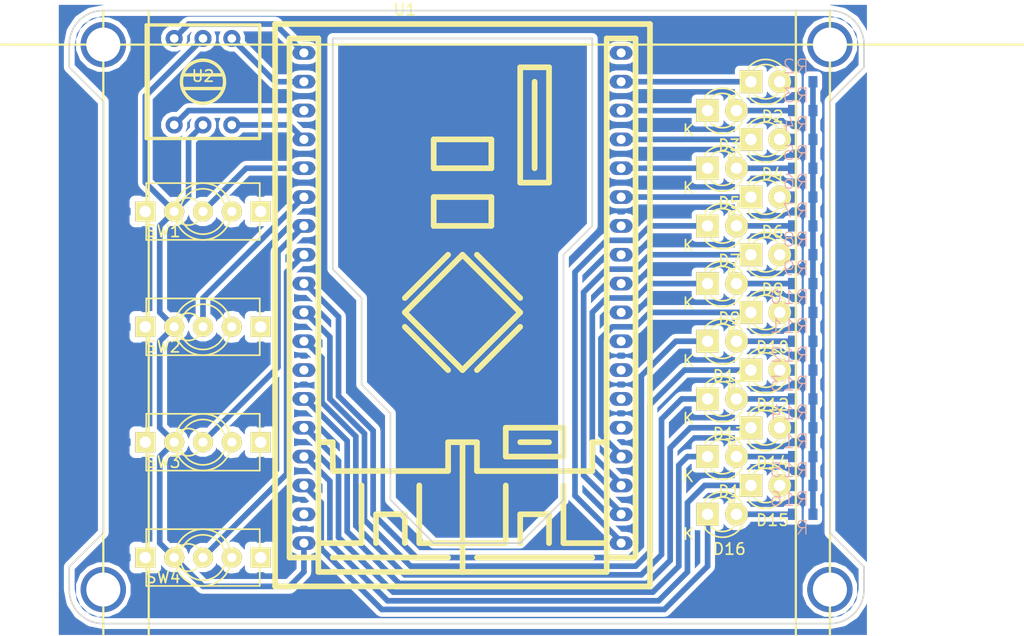
<source format=kicad_pcb>
(kicad_pcb (version 4) (host pcbnew 4.0.6)

  (general
    (links 63)
    (no_connects 4)
    (area 5.924999 -5.075001 76.075001 49.075001)
    (thickness 1.6)
    (drawings 33)
    (tracks 162)
    (zones 0)
    (modules 38)
    (nets 42)
  )

  (page A4)
  (layers
    (0 F.Cu signal)
    (31 B.Cu signal)
    (32 B.Adhes user)
    (33 F.Adhes user)
    (34 B.Paste user)
    (35 F.Paste user)
    (36 B.SilkS user)
    (37 F.SilkS user)
    (38 B.Mask user)
    (39 F.Mask user)
    (40 Dwgs.User user)
    (41 Cmts.User user)
    (42 Eco1.User user)
    (43 Eco2.User user)
    (44 Edge.Cuts user)
    (45 Margin user)
    (46 B.CrtYd user)
    (47 F.CrtYd user)
    (48 B.Fab user)
    (49 F.Fab user)
  )

  (setup
    (last_trace_width 0.25)
    (user_trace_width 0.5)
    (user_trace_width 1)
    (trace_clearance 0.2)
    (zone_clearance 0.4)
    (zone_45_only no)
    (trace_min 0.2)
    (segment_width 0.2)
    (edge_width 0.15)
    (via_size 0.6)
    (via_drill 0.4)
    (via_min_size 0.4)
    (via_min_drill 0.3)
    (user_via 1.2 0.8)
    (user_via 4 3)
    (uvia_size 0.3)
    (uvia_drill 0.1)
    (uvias_allowed no)
    (uvia_min_size 0.2)
    (uvia_min_drill 0.1)
    (pcb_text_width 0.3)
    (pcb_text_size 1.5 1.5)
    (mod_edge_width 0.15)
    (mod_text_size 1 1)
    (mod_text_width 0.15)
    (pad_size 1.524 1.524)
    (pad_drill 0.762)
    (pad_to_mask_clearance 0.2)
    (aux_axis_origin 0 0)
    (visible_elements 7FFCFFFF)
    (pcbplotparams
      (layerselection 0x01000_80000000)
      (usegerberextensions false)
      (excludeedgelayer true)
      (linewidth 0.100000)
      (plotframeref false)
      (viasonmask false)
      (mode 1)
      (useauxorigin false)
      (hpglpennumber 1)
      (hpglpenspeed 20)
      (hpglpendiameter 15)
      (hpglpenoverlay 2)
      (psnegative false)
      (psa4output false)
      (plotreference true)
      (plotvalue true)
      (plotinvisibletext false)
      (padsonsilk false)
      (subtractmaskfromsilk false)
      (outputformat 1)
      (mirror false)
      (drillshape 0)
      (scaleselection 1)
      (outputdirectory ""))
  )

  (net 0 "")
  (net 1 "Net-(D1-Pad1)")
  (net 2 "Net-(D1-Pad2)")
  (net 3 "Net-(D2-Pad1)")
  (net 4 "Net-(D2-Pad2)")
  (net 5 "Net-(D3-Pad1)")
  (net 6 "Net-(D3-Pad2)")
  (net 7 "Net-(D4-Pad1)")
  (net 8 "Net-(D4-Pad2)")
  (net 9 "Net-(D5-Pad1)")
  (net 10 "Net-(D5-Pad2)")
  (net 11 "Net-(D6-Pad1)")
  (net 12 "Net-(D6-Pad2)")
  (net 13 "Net-(D7-Pad1)")
  (net 14 "Net-(D7-Pad2)")
  (net 15 "Net-(D8-Pad1)")
  (net 16 "Net-(D8-Pad2)")
  (net 17 GND)
  (net 18 /ROTARY_A8)
  (net 19 /ROTARY_A4)
  (net 20 /ROTARY_A2)
  (net 21 /ROTARY_A1)
  (net 22 /TOGGLE_D)
  (net 23 /TOGGLE_C)
  (net 24 /TOGGLE_B)
  (net 25 /TOGGLE_A)
  (net 26 "Net-(D9-Pad1)")
  (net 27 "Net-(D9-Pad2)")
  (net 28 "Net-(D10-Pad1)")
  (net 29 "Net-(D10-Pad2)")
  (net 30 "Net-(D11-Pad1)")
  (net 31 "Net-(D11-Pad2)")
  (net 32 "Net-(D12-Pad1)")
  (net 33 "Net-(D12-Pad2)")
  (net 34 "Net-(D13-Pad1)")
  (net 35 "Net-(D13-Pad2)")
  (net 36 "Net-(D14-Pad1)")
  (net 37 "Net-(D14-Pad2)")
  (net 38 "Net-(D15-Pad1)")
  (net 39 "Net-(D15-Pad2)")
  (net 40 "Net-(D16-Pad1)")
  (net 41 "Net-(D16-Pad2)")

  (net_class Default "これは標準のネット クラスです。"
    (clearance 0.2)
    (trace_width 0.25)
    (via_dia 0.6)
    (via_drill 0.4)
    (uvia_dia 0.3)
    (uvia_drill 0.1)
    (add_net /ROTARY_A1)
    (add_net /ROTARY_A2)
    (add_net /ROTARY_A4)
    (add_net /ROTARY_A8)
    (add_net /TOGGLE_A)
    (add_net /TOGGLE_B)
    (add_net /TOGGLE_C)
    (add_net /TOGGLE_D)
    (add_net GND)
    (add_net "Net-(D1-Pad1)")
    (add_net "Net-(D1-Pad2)")
    (add_net "Net-(D10-Pad1)")
    (add_net "Net-(D10-Pad2)")
    (add_net "Net-(D11-Pad1)")
    (add_net "Net-(D11-Pad2)")
    (add_net "Net-(D12-Pad1)")
    (add_net "Net-(D12-Pad2)")
    (add_net "Net-(D13-Pad1)")
    (add_net "Net-(D13-Pad2)")
    (add_net "Net-(D14-Pad1)")
    (add_net "Net-(D14-Pad2)")
    (add_net "Net-(D15-Pad1)")
    (add_net "Net-(D15-Pad2)")
    (add_net "Net-(D16-Pad1)")
    (add_net "Net-(D16-Pad2)")
    (add_net "Net-(D2-Pad1)")
    (add_net "Net-(D2-Pad2)")
    (add_net "Net-(D3-Pad1)")
    (add_net "Net-(D3-Pad2)")
    (add_net "Net-(D4-Pad1)")
    (add_net "Net-(D4-Pad2)")
    (add_net "Net-(D5-Pad1)")
    (add_net "Net-(D5-Pad2)")
    (add_net "Net-(D6-Pad1)")
    (add_net "Net-(D6-Pad2)")
    (add_net "Net-(D7-Pad1)")
    (add_net "Net-(D7-Pad2)")
    (add_net "Net-(D8-Pad1)")
    (add_net "Net-(D8-Pad2)")
    (add_net "Net-(D9-Pad1)")
    (add_net "Net-(D9-Pad2)")
  )

  (module RP_KiCAD_Libs:F103_mini (layer F.Cu) (tedit 58A50E98) (tstamp 58A7E899)
    (at 40.64 20.32)
    (path /58A7E779)
    (fp_text reference U1 (at -5.08 -25.4) (layer F.SilkS)
      (effects (font (size 1 1) (thickness 0.15)))
    )
    (fp_text value F103_mini (at 3.81 -25.4) (layer F.Fab)
      (effects (font (size 1 1) (thickness 0.15)))
    )
    (fp_line (start 0 24.13) (end 12.7 24.13) (layer F.SilkS) (width 0.5))
    (fp_line (start -12.7 24.13) (end 0 24.13) (layer F.SilkS) (width 0.5))
    (fp_line (start 1.27 22.86) (end 11.43 22.86) (layer F.SilkS) (width 0.5))
    (fp_line (start 6.35 -19.05) (end 6.35 -11.43) (layer F.SilkS) (width 0.5))
    (fp_line (start 5.08 12.7) (end 7.62 12.7) (layer F.SilkS) (width 0.5))
    (fp_line (start 3.81 11.43) (end 3.81 13.97) (layer F.SilkS) (width 0.5))
    (fp_line (start 3.81 13.97) (end 8.89 13.97) (layer F.SilkS) (width 0.5))
    (fp_line (start 8.89 13.97) (end 8.89 11.43) (layer F.SilkS) (width 0.5))
    (fp_line (start 8.89 11.43) (end 3.81 11.43) (layer F.SilkS) (width 0.5))
    (fp_line (start -2.54 -11.43) (end 2.54 -11.43) (layer F.SilkS) (width 0.5))
    (fp_line (start 2.54 -11.43) (end 2.54 -13.97) (layer F.SilkS) (width 0.5))
    (fp_line (start 2.54 -13.97) (end -2.54 -13.97) (layer F.SilkS) (width 0.5))
    (fp_line (start -2.54 -13.97) (end -2.54 -11.43) (layer F.SilkS) (width 0.5))
    (fp_line (start -2.54 -8.89) (end 2.54 -8.89) (layer F.SilkS) (width 0.5))
    (fp_line (start 2.54 -8.89) (end 2.54 -6.35) (layer F.SilkS) (width 0.5))
    (fp_line (start 2.54 -6.35) (end -2.54 -6.35) (layer F.SilkS) (width 0.5))
    (fp_line (start -2.54 -6.35) (end -2.54 -8.89) (layer F.SilkS) (width 0.5))
    (fp_line (start 5.08 -10.16) (end 7.62 -10.16) (layer F.SilkS) (width 0.5))
    (fp_line (start 7.62 -10.16) (end 7.62 -20.32) (layer F.SilkS) (width 0.5))
    (fp_line (start 7.62 -20.32) (end 5.08 -20.32) (layer F.SilkS) (width 0.5))
    (fp_line (start 5.08 -10.16) (end 5.08 -20.32) (layer F.SilkS) (width 0.5))
    (fp_line (start -5.08 0) (end -1.27 -3.81) (layer F.SilkS) (width 0.5))
    (fp_line (start 5.08 2.54) (end 1.27 6.35) (layer F.SilkS) (width 0.5))
    (fp_line (start 1.27 -3.81) (end 5.08 0) (layer F.SilkS) (width 0.5))
    (fp_line (start -5.08 1.27) (end 0 -3.81) (layer F.SilkS) (width 0.5))
    (fp_line (start -5.08 2.54) (end -1.27 6.35) (layer F.SilkS) (width 0.5))
    (fp_line (start -5.08 1.27) (end 0 6.35) (layer F.SilkS) (width 0.5))
    (fp_line (start 0 6.35) (end 5.08 1.27) (layer F.SilkS) (width 0.5))
    (fp_line (start 5.08 1.27) (end 0 -3.81) (layer F.SilkS) (width 0.5))
    (fp_line (start -11.43 22.86) (end -1.27 22.86) (layer F.SilkS) (width 0.5))
    (fp_line (start 5.08 21.59) (end 5.08 19.05) (layer F.SilkS) (width 0.5))
    (fp_line (start 5.08 19.05) (end 7.62 19.05) (layer F.SilkS) (width 0.5))
    (fp_line (start 7.62 19.05) (end 7.62 21.59) (layer F.SilkS) (width 0.5))
    (fp_line (start -7.62 21.59) (end -7.62 19.05) (layer F.SilkS) (width 0.5))
    (fp_line (start -7.62 19.05) (end -5.08 19.05) (layer F.SilkS) (width 0.5))
    (fp_line (start -5.08 19.05) (end -5.08 21.59) (layer F.SilkS) (width 0.5))
    (fp_line (start 8.89 21.59) (end 12.7 21.59) (layer F.SilkS) (width 0.5))
    (fp_line (start 8.89 16.51) (end 8.89 21.59) (layer F.SilkS) (width 0.5))
    (fp_line (start 3.81 16.51) (end 3.81 21.59) (layer F.SilkS) (width 0.5))
    (fp_line (start 3.81 21.59) (end -3.81 21.59) (layer F.SilkS) (width 0.5))
    (fp_line (start -3.81 21.59) (end -3.81 16.51) (layer F.SilkS) (width 0.5))
    (fp_line (start -8.89 16.51) (end -8.89 21.59) (layer F.SilkS) (width 0.5))
    (fp_line (start -8.89 21.59) (end -12.7 21.59) (layer F.SilkS) (width 0.5))
    (fp_line (start 12.7 22.86) (end 12.7 24.13) (layer F.SilkS) (width 0.5))
    (fp_line (start 1.27 12.7) (end 1.27 15.24) (layer F.SilkS) (width 0.5))
    (fp_line (start 0 12.7) (end 0 24.13) (layer F.SilkS) (width 0.5))
    (fp_line (start -1.27 12.7) (end -1.27 15.24) (layer F.SilkS) (width 0.5))
    (fp_line (start -12.7 22.86) (end -12.7 24.13) (layer F.SilkS) (width 0.5))
    (fp_line (start -1.27 15.24) (end -11.43 15.24) (layer F.SilkS) (width 0.5))
    (fp_line (start -11.43 15.24) (end -11.43 12.7) (layer F.SilkS) (width 0.5))
    (fp_line (start -11.43 12.7) (end -12.7 12.7) (layer F.SilkS) (width 0.5))
    (fp_line (start 11.43 12.7) (end 12.7 12.7) (layer F.SilkS) (width 0.5))
    (fp_line (start 11.43 12.7) (end 11.43 15.24) (layer F.SilkS) (width 0.5))
    (fp_line (start 1.27 15.24) (end 11.43 15.24) (layer F.SilkS) (width 0.5))
    (fp_line (start -1.27 12.7) (end 1.27 12.7) (layer F.SilkS) (width 0.5))
    (fp_line (start 12.7 -22.86) (end 15.24 -22.86) (layer F.SilkS) (width 0.5))
    (fp_line (start 15.24 -22.86) (end 15.24 22.86) (layer F.SilkS) (width 0.5))
    (fp_line (start 15.24 22.86) (end 12.7 22.86) (layer F.SilkS) (width 0.5))
    (fp_line (start 12.7 22.86) (end 12.7 -22.86) (layer F.SilkS) (width 0.5))
    (fp_line (start -15.24 -22.86) (end -12.7 -22.86) (layer F.SilkS) (width 0.5))
    (fp_line (start -12.7 -22.86) (end -12.7 22.86) (layer F.SilkS) (width 0.5))
    (fp_line (start -12.7 22.86) (end -15.24 22.86) (layer F.SilkS) (width 0.5))
    (fp_line (start -15.24 22.86) (end -15.24 -22.86) (layer F.SilkS) (width 0.5))
    (fp_line (start 16.51 -24.13) (end 16.51 25.4) (layer F.SilkS) (width 0.5))
    (fp_line (start 16.51 25.4) (end -16.51 25.4) (layer F.SilkS) (width 0.5))
    (fp_line (start -16.51 25.4) (end -16.51 -24.13) (layer F.SilkS) (width 0.5))
    (fp_line (start -16.51 -24.13) (end 16.51 -24.13) (layer F.SilkS) (width 0.5))
    (pad 1 thru_hole oval (at -13.97 -21.59) (size 2 1.2) (drill 0.8) (layers *.Cu *.Mask)
      (net 21 /ROTARY_A1))
    (pad 2 thru_hole oval (at -13.97 -19.05) (size 2 1.2) (drill 0.8) (layers *.Cu *.Mask)
      (net 20 /ROTARY_A2))
    (pad 3 thru_hole oval (at -13.97 -16.51) (size 2 1.2) (drill 0.8) (layers *.Cu *.Mask)
      (net 19 /ROTARY_A4))
    (pad 4 thru_hole oval (at -13.97 -13.97) (size 2 1.2) (drill 0.8) (layers *.Cu *.Mask)
      (net 18 /ROTARY_A8))
    (pad 5 thru_hole oval (at -13.97 -11.43) (size 2 1.2) (drill 0.8) (layers *.Cu *.Mask)
      (net 25 /TOGGLE_A))
    (pad 6 thru_hole oval (at -13.97 -8.89) (size 2 1.2) (drill 0.8) (layers *.Cu *.Mask)
      (net 24 /TOGGLE_B))
    (pad 7 thru_hole oval (at -13.97 -6.35) (size 2 1.2) (drill 0.8) (layers *.Cu *.Mask)
      (net 23 /TOGGLE_C))
    (pad 8 thru_hole oval (at -13.97 -3.81) (size 2 1.2) (drill 0.8) (layers *.Cu *.Mask)
      (net 22 /TOGGLE_D))
    (pad 9 thru_hole oval (at -13.97 -1.27) (size 2 1.2) (drill 0.8) (layers *.Cu *.Mask)
      (net 30 "Net-(D11-Pad1)"))
    (pad 10 thru_hole oval (at -13.97 1.27) (size 2 1.2) (drill 0.8) (layers *.Cu *.Mask)
      (net 32 "Net-(D12-Pad1)"))
    (pad 11 thru_hole oval (at -13.97 3.81) (size 2 1.2) (drill 0.8) (layers *.Cu *.Mask)
      (net 34 "Net-(D13-Pad1)"))
    (pad 12 thru_hole oval (at -13.97 6.35) (size 2 1.2) (drill 0.8) (layers *.Cu *.Mask))
    (pad 13 thru_hole oval (at -13.97 8.89) (size 2 1.2) (drill 0.8) (layers *.Cu *.Mask)
      (net 36 "Net-(D14-Pad1)"))
    (pad 14 thru_hole oval (at -13.97 11.43) (size 2 1.2) (drill 0.8) (layers *.Cu *.Mask)
      (net 1 "Net-(D1-Pad1)"))
    (pad 15 thru_hole oval (at -13.97 13.97) (size 2 1.2) (drill 0.8) (layers *.Cu *.Mask)
      (net 38 "Net-(D15-Pad1)"))
    (pad 16 thru_hole oval (at -13.97 16.51) (size 2 1.2) (drill 0.8) (layers *.Cu *.Mask)
      (net 40 "Net-(D16-Pad1)"))
    (pad 17 thru_hole oval (at -13.97 19.05) (size 2 1.2) (drill 0.8) (layers *.Cu *.Mask))
    (pad 18 thru_hole oval (at -13.97 21.59) (size 2 1.2) (drill 0.8) (layers *.Cu *.Mask)
      (net 17 GND))
    (pad 19 thru_hole oval (at 13.97 21.59) (size 2 1.2) (drill 0.8) (layers *.Cu *.Mask)
      (net 13 "Net-(D7-Pad1)"))
    (pad 20 thru_hole oval (at 13.97 19.05) (size 2 1.2) (drill 0.8) (layers *.Cu *.Mask)
      (net 15 "Net-(D8-Pad1)"))
    (pad 21 thru_hole oval (at 13.97 16.51) (size 2 1.2) (drill 0.8) (layers *.Cu *.Mask)
      (net 26 "Net-(D9-Pad1)"))
    (pad 22 thru_hole oval (at 13.97 13.97) (size 2 1.2) (drill 0.8) (layers *.Cu *.Mask)
      (net 28 "Net-(D10-Pad1)"))
    (pad 23 thru_hole oval (at 13.97 11.43) (size 2 1.2) (drill 0.8) (layers *.Cu *.Mask))
    (pad 24 thru_hole oval (at 13.97 8.89) (size 2 1.2) (drill 0.8) (layers *.Cu *.Mask))
    (pad 25 thru_hole oval (at 13.97 6.35) (size 2 1.2) (drill 0.8) (layers *.Cu *.Mask))
    (pad 26 thru_hole oval (at 13.97 3.81) (size 2 1.2) (drill 0.8) (layers *.Cu *.Mask))
    (pad 27 thru_hole oval (at 13.97 1.27) (size 2 1.2) (drill 0.8) (layers *.Cu *.Mask))
    (pad 28 thru_hole oval (at 13.97 -1.27) (size 2 1.2) (drill 0.8) (layers *.Cu *.Mask))
    (pad 29 thru_hole oval (at 13.97 -3.81) (size 2 1.2) (drill 0.8) (layers *.Cu *.Mask))
    (pad 30 thru_hole oval (at 13.97 -6.35) (size 2 1.2) (drill 0.8) (layers *.Cu *.Mask))
    (pad 31 thru_hole oval (at 13.97 -8.89) (size 2 1.2) (drill 0.8) (layers *.Cu *.Mask)
      (net 11 "Net-(D6-Pad1)"))
    (pad 32 thru_hole oval (at 13.97 -11.43) (size 2 1.2) (drill 0.8) (layers *.Cu *.Mask)
      (net 9 "Net-(D5-Pad1)"))
    (pad 33 thru_hole oval (at 13.97 -13.97) (size 2 1.2) (drill 0.8) (layers *.Cu *.Mask)
      (net 7 "Net-(D4-Pad1)"))
    (pad 34 thru_hole oval (at 13.97 -16.51) (size 2 1.2) (drill 0.8) (layers *.Cu *.Mask)
      (net 5 "Net-(D3-Pad1)"))
    (pad 35 thru_hole oval (at 13.97 -19.05) (size 2 1.2) (drill 0.8) (layers *.Cu *.Mask)
      (net 3 "Net-(D2-Pad1)"))
    (pad 36 thru_hole oval (at 13.97 -21.59) (size 2 1.2) (drill 0.8) (layers *.Cu *.Mask)
      (net 17 GND))
    (model user/STM32F103_mini.wrl
      (at (xyz -0.65 0.95 0.475))
      (scale (xyz 1 1 1))
      (rotate (xyz 0 0 0))
    )
    (model Socket_Strips.3dshapes/Socket_Strip_Straight_1x18.wrl
      (at (xyz -0.55 0 0))
      (scale (xyz 1 1 1))
      (rotate (xyz 0 0 90))
    )
    (model Socket_Strips.3dshapes/Socket_Strip_Straight_1x18.wrl
      (at (xyz 0.55 0 0))
      (scale (xyz 1 1 1))
      (rotate (xyz 0 0 90))
    )
  )

  (module LEDs:LED-3MM (layer F.Cu) (tedit 559B82F6) (tstamp 58A7E817)
    (at 62.23 34.29)
    (descr "LED 3mm round vertical")
    (tags "LED  3mm round vertical")
    (path /58AD4392)
    (fp_text reference D1 (at 1.91 3.06) (layer F.SilkS)
      (effects (font (size 1 1) (thickness 0.15)))
    )
    (fp_text value LED (at 1.3 -2.9) (layer F.Fab)
      (effects (font (size 1 1) (thickness 0.15)))
    )
    (fp_line (start -1.2 2.3) (end 3.8 2.3) (layer F.CrtYd) (width 0.05))
    (fp_line (start 3.8 2.3) (end 3.8 -2.2) (layer F.CrtYd) (width 0.05))
    (fp_line (start 3.8 -2.2) (end -1.2 -2.2) (layer F.CrtYd) (width 0.05))
    (fp_line (start -1.2 -2.2) (end -1.2 2.3) (layer F.CrtYd) (width 0.05))
    (fp_line (start -0.199 1.314) (end -0.199 1.114) (layer F.SilkS) (width 0.15))
    (fp_line (start -0.199 -1.28) (end -0.199 -1.1) (layer F.SilkS) (width 0.15))
    (fp_arc (start 1.301 0.034) (end -0.199 -1.286) (angle 108.5) (layer F.SilkS) (width 0.15))
    (fp_arc (start 1.301 0.034) (end 0.25 -1.1) (angle 85.7) (layer F.SilkS) (width 0.15))
    (fp_arc (start 1.311 0.034) (end 3.051 0.994) (angle 110) (layer F.SilkS) (width 0.15))
    (fp_arc (start 1.301 0.034) (end 2.335 1.094) (angle 87.5) (layer F.SilkS) (width 0.15))
    (fp_text user K (at -1.69 1.74) (layer F.SilkS)
      (effects (font (size 1 1) (thickness 0.15)))
    )
    (pad 1 thru_hole rect (at 0 0 90) (size 2 2) (drill 1.00076) (layers *.Cu *.Mask F.SilkS)
      (net 1 "Net-(D1-Pad1)"))
    (pad 2 thru_hole circle (at 2.54 0) (size 2 2) (drill 1.00076) (layers *.Cu *.Mask F.SilkS)
      (net 2 "Net-(D1-Pad2)"))
    (model LEDs.3dshapes/LED-3MM.wrl
      (at (xyz 0.05 0 0))
      (scale (xyz 1 1 1))
      (rotate (xyz 0 0 90))
    )
  )

  (module LEDs:LED-3MM (layer F.Cu) (tedit 559B82F6) (tstamp 58A7E81D)
    (at 66.04 1.27)
    (descr "LED 3mm round vertical")
    (tags "LED  3mm round vertical")
    (path /58A7E997)
    (fp_text reference D2 (at 1.91 3.06) (layer F.SilkS)
      (effects (font (size 1 1) (thickness 0.15)))
    )
    (fp_text value LED (at 1.3 -2.9) (layer F.Fab)
      (effects (font (size 1 1) (thickness 0.15)))
    )
    (fp_line (start -1.2 2.3) (end 3.8 2.3) (layer F.CrtYd) (width 0.05))
    (fp_line (start 3.8 2.3) (end 3.8 -2.2) (layer F.CrtYd) (width 0.05))
    (fp_line (start 3.8 -2.2) (end -1.2 -2.2) (layer F.CrtYd) (width 0.05))
    (fp_line (start -1.2 -2.2) (end -1.2 2.3) (layer F.CrtYd) (width 0.05))
    (fp_line (start -0.199 1.314) (end -0.199 1.114) (layer F.SilkS) (width 0.15))
    (fp_line (start -0.199 -1.28) (end -0.199 -1.1) (layer F.SilkS) (width 0.15))
    (fp_arc (start 1.301 0.034) (end -0.199 -1.286) (angle 108.5) (layer F.SilkS) (width 0.15))
    (fp_arc (start 1.301 0.034) (end 0.25 -1.1) (angle 85.7) (layer F.SilkS) (width 0.15))
    (fp_arc (start 1.311 0.034) (end 3.051 0.994) (angle 110) (layer F.SilkS) (width 0.15))
    (fp_arc (start 1.301 0.034) (end 2.335 1.094) (angle 87.5) (layer F.SilkS) (width 0.15))
    (fp_text user K (at -1.69 1.74) (layer F.SilkS)
      (effects (font (size 1 1) (thickness 0.15)))
    )
    (pad 1 thru_hole rect (at 0 0 90) (size 2 2) (drill 1.00076) (layers *.Cu *.Mask F.SilkS)
      (net 3 "Net-(D2-Pad1)"))
    (pad 2 thru_hole circle (at 2.54 0) (size 2 2) (drill 1.00076) (layers *.Cu *.Mask F.SilkS)
      (net 4 "Net-(D2-Pad2)"))
    (model LEDs.3dshapes/LED-3MM.wrl
      (at (xyz 0.05 0 0))
      (scale (xyz 1 1 1))
      (rotate (xyz 0 0 90))
    )
  )

  (module LEDs:LED-3MM (layer F.Cu) (tedit 559B82F6) (tstamp 58A7E823)
    (at 62.23 3.81)
    (descr "LED 3mm round vertical")
    (tags "LED  3mm round vertical")
    (path /58A7EA0A)
    (fp_text reference D3 (at 1.91 3.06) (layer F.SilkS)
      (effects (font (size 1 1) (thickness 0.15)))
    )
    (fp_text value LED (at 1.3 -2.9) (layer F.Fab)
      (effects (font (size 1 1) (thickness 0.15)))
    )
    (fp_line (start -1.2 2.3) (end 3.8 2.3) (layer F.CrtYd) (width 0.05))
    (fp_line (start 3.8 2.3) (end 3.8 -2.2) (layer F.CrtYd) (width 0.05))
    (fp_line (start 3.8 -2.2) (end -1.2 -2.2) (layer F.CrtYd) (width 0.05))
    (fp_line (start -1.2 -2.2) (end -1.2 2.3) (layer F.CrtYd) (width 0.05))
    (fp_line (start -0.199 1.314) (end -0.199 1.114) (layer F.SilkS) (width 0.15))
    (fp_line (start -0.199 -1.28) (end -0.199 -1.1) (layer F.SilkS) (width 0.15))
    (fp_arc (start 1.301 0.034) (end -0.199 -1.286) (angle 108.5) (layer F.SilkS) (width 0.15))
    (fp_arc (start 1.301 0.034) (end 0.25 -1.1) (angle 85.7) (layer F.SilkS) (width 0.15))
    (fp_arc (start 1.311 0.034) (end 3.051 0.994) (angle 110) (layer F.SilkS) (width 0.15))
    (fp_arc (start 1.301 0.034) (end 2.335 1.094) (angle 87.5) (layer F.SilkS) (width 0.15))
    (fp_text user K (at -1.69 1.74) (layer F.SilkS)
      (effects (font (size 1 1) (thickness 0.15)))
    )
    (pad 1 thru_hole rect (at 0 0 90) (size 2 2) (drill 1.00076) (layers *.Cu *.Mask F.SilkS)
      (net 5 "Net-(D3-Pad1)"))
    (pad 2 thru_hole circle (at 2.54 0) (size 2 2) (drill 1.00076) (layers *.Cu *.Mask F.SilkS)
      (net 6 "Net-(D3-Pad2)"))
    (model LEDs.3dshapes/LED-3MM.wrl
      (at (xyz 0.05 0 0))
      (scale (xyz 1 1 1))
      (rotate (xyz 0 0 90))
    )
  )

  (module LEDs:LED-3MM (layer F.Cu) (tedit 559B82F6) (tstamp 58A7E829)
    (at 66.04 6.35)
    (descr "LED 3mm round vertical")
    (tags "LED  3mm round vertical")
    (path /58A7EA1F)
    (fp_text reference D4 (at 1.91 3.06) (layer F.SilkS)
      (effects (font (size 1 1) (thickness 0.15)))
    )
    (fp_text value LED (at 1.3 -2.9) (layer F.Fab)
      (effects (font (size 1 1) (thickness 0.15)))
    )
    (fp_line (start -1.2 2.3) (end 3.8 2.3) (layer F.CrtYd) (width 0.05))
    (fp_line (start 3.8 2.3) (end 3.8 -2.2) (layer F.CrtYd) (width 0.05))
    (fp_line (start 3.8 -2.2) (end -1.2 -2.2) (layer F.CrtYd) (width 0.05))
    (fp_line (start -1.2 -2.2) (end -1.2 2.3) (layer F.CrtYd) (width 0.05))
    (fp_line (start -0.199 1.314) (end -0.199 1.114) (layer F.SilkS) (width 0.15))
    (fp_line (start -0.199 -1.28) (end -0.199 -1.1) (layer F.SilkS) (width 0.15))
    (fp_arc (start 1.301 0.034) (end -0.199 -1.286) (angle 108.5) (layer F.SilkS) (width 0.15))
    (fp_arc (start 1.301 0.034) (end 0.25 -1.1) (angle 85.7) (layer F.SilkS) (width 0.15))
    (fp_arc (start 1.311 0.034) (end 3.051 0.994) (angle 110) (layer F.SilkS) (width 0.15))
    (fp_arc (start 1.301 0.034) (end 2.335 1.094) (angle 87.5) (layer F.SilkS) (width 0.15))
    (fp_text user K (at -1.69 1.74) (layer F.SilkS)
      (effects (font (size 1 1) (thickness 0.15)))
    )
    (pad 1 thru_hole rect (at 0 0 90) (size 2 2) (drill 1.00076) (layers *.Cu *.Mask F.SilkS)
      (net 7 "Net-(D4-Pad1)"))
    (pad 2 thru_hole circle (at 2.54 0) (size 2 2) (drill 1.00076) (layers *.Cu *.Mask F.SilkS)
      (net 8 "Net-(D4-Pad2)"))
    (model LEDs.3dshapes/LED-3MM.wrl
      (at (xyz 0.05 0 0))
      (scale (xyz 1 1 1))
      (rotate (xyz 0 0 90))
    )
  )

  (module LEDs:LED-3MM (layer F.Cu) (tedit 559B82F6) (tstamp 58A7E82F)
    (at 62.23 8.89)
    (descr "LED 3mm round vertical")
    (tags "LED  3mm round vertical")
    (path /58A7EBA7)
    (fp_text reference D5 (at 1.91 3.06) (layer F.SilkS)
      (effects (font (size 1 1) (thickness 0.15)))
    )
    (fp_text value LED (at 1.3 -2.9) (layer F.Fab)
      (effects (font (size 1 1) (thickness 0.15)))
    )
    (fp_line (start -1.2 2.3) (end 3.8 2.3) (layer F.CrtYd) (width 0.05))
    (fp_line (start 3.8 2.3) (end 3.8 -2.2) (layer F.CrtYd) (width 0.05))
    (fp_line (start 3.8 -2.2) (end -1.2 -2.2) (layer F.CrtYd) (width 0.05))
    (fp_line (start -1.2 -2.2) (end -1.2 2.3) (layer F.CrtYd) (width 0.05))
    (fp_line (start -0.199 1.314) (end -0.199 1.114) (layer F.SilkS) (width 0.15))
    (fp_line (start -0.199 -1.28) (end -0.199 -1.1) (layer F.SilkS) (width 0.15))
    (fp_arc (start 1.301 0.034) (end -0.199 -1.286) (angle 108.5) (layer F.SilkS) (width 0.15))
    (fp_arc (start 1.301 0.034) (end 0.25 -1.1) (angle 85.7) (layer F.SilkS) (width 0.15))
    (fp_arc (start 1.311 0.034) (end 3.051 0.994) (angle 110) (layer F.SilkS) (width 0.15))
    (fp_arc (start 1.301 0.034) (end 2.335 1.094) (angle 87.5) (layer F.SilkS) (width 0.15))
    (fp_text user K (at -1.69 1.74) (layer F.SilkS)
      (effects (font (size 1 1) (thickness 0.15)))
    )
    (pad 1 thru_hole rect (at 0 0 90) (size 2 2) (drill 1.00076) (layers *.Cu *.Mask F.SilkS)
      (net 9 "Net-(D5-Pad1)"))
    (pad 2 thru_hole circle (at 2.54 0) (size 2 2) (drill 1.00076) (layers *.Cu *.Mask F.SilkS)
      (net 10 "Net-(D5-Pad2)"))
    (model LEDs.3dshapes/LED-3MM.wrl
      (at (xyz 0.05 0 0))
      (scale (xyz 1 1 1))
      (rotate (xyz 0 0 90))
    )
  )

  (module LEDs:LED-3MM (layer F.Cu) (tedit 559B82F6) (tstamp 58A7E835)
    (at 66.04 11.43)
    (descr "LED 3mm round vertical")
    (tags "LED  3mm round vertical")
    (path /58A7EBBC)
    (fp_text reference D6 (at 1.91 3.06) (layer F.SilkS)
      (effects (font (size 1 1) (thickness 0.15)))
    )
    (fp_text value LED (at 1.3 -2.9) (layer F.Fab)
      (effects (font (size 1 1) (thickness 0.15)))
    )
    (fp_line (start -1.2 2.3) (end 3.8 2.3) (layer F.CrtYd) (width 0.05))
    (fp_line (start 3.8 2.3) (end 3.8 -2.2) (layer F.CrtYd) (width 0.05))
    (fp_line (start 3.8 -2.2) (end -1.2 -2.2) (layer F.CrtYd) (width 0.05))
    (fp_line (start -1.2 -2.2) (end -1.2 2.3) (layer F.CrtYd) (width 0.05))
    (fp_line (start -0.199 1.314) (end -0.199 1.114) (layer F.SilkS) (width 0.15))
    (fp_line (start -0.199 -1.28) (end -0.199 -1.1) (layer F.SilkS) (width 0.15))
    (fp_arc (start 1.301 0.034) (end -0.199 -1.286) (angle 108.5) (layer F.SilkS) (width 0.15))
    (fp_arc (start 1.301 0.034) (end 0.25 -1.1) (angle 85.7) (layer F.SilkS) (width 0.15))
    (fp_arc (start 1.311 0.034) (end 3.051 0.994) (angle 110) (layer F.SilkS) (width 0.15))
    (fp_arc (start 1.301 0.034) (end 2.335 1.094) (angle 87.5) (layer F.SilkS) (width 0.15))
    (fp_text user K (at -1.69 1.74) (layer F.SilkS)
      (effects (font (size 1 1) (thickness 0.15)))
    )
    (pad 1 thru_hole rect (at 0 0 90) (size 2 2) (drill 1.00076) (layers *.Cu *.Mask F.SilkS)
      (net 11 "Net-(D6-Pad1)"))
    (pad 2 thru_hole circle (at 2.54 0) (size 2 2) (drill 1.00076) (layers *.Cu *.Mask F.SilkS)
      (net 12 "Net-(D6-Pad2)"))
    (model LEDs.3dshapes/LED-3MM.wrl
      (at (xyz 0.05 0 0))
      (scale (xyz 1 1 1))
      (rotate (xyz 0 0 90))
    )
  )

  (module LEDs:LED-3MM (layer F.Cu) (tedit 559B82F6) (tstamp 58A7E83B)
    (at 62.23 13.97)
    (descr "LED 3mm round vertical")
    (tags "LED  3mm round vertical")
    (path /58A7EBD1)
    (fp_text reference D7 (at 1.91 3.06) (layer F.SilkS)
      (effects (font (size 1 1) (thickness 0.15)))
    )
    (fp_text value LED (at 1.3 -2.9) (layer F.Fab)
      (effects (font (size 1 1) (thickness 0.15)))
    )
    (fp_line (start -1.2 2.3) (end 3.8 2.3) (layer F.CrtYd) (width 0.05))
    (fp_line (start 3.8 2.3) (end 3.8 -2.2) (layer F.CrtYd) (width 0.05))
    (fp_line (start 3.8 -2.2) (end -1.2 -2.2) (layer F.CrtYd) (width 0.05))
    (fp_line (start -1.2 -2.2) (end -1.2 2.3) (layer F.CrtYd) (width 0.05))
    (fp_line (start -0.199 1.314) (end -0.199 1.114) (layer F.SilkS) (width 0.15))
    (fp_line (start -0.199 -1.28) (end -0.199 -1.1) (layer F.SilkS) (width 0.15))
    (fp_arc (start 1.301 0.034) (end -0.199 -1.286) (angle 108.5) (layer F.SilkS) (width 0.15))
    (fp_arc (start 1.301 0.034) (end 0.25 -1.1) (angle 85.7) (layer F.SilkS) (width 0.15))
    (fp_arc (start 1.311 0.034) (end 3.051 0.994) (angle 110) (layer F.SilkS) (width 0.15))
    (fp_arc (start 1.301 0.034) (end 2.335 1.094) (angle 87.5) (layer F.SilkS) (width 0.15))
    (fp_text user K (at -1.69 1.74) (layer F.SilkS)
      (effects (font (size 1 1) (thickness 0.15)))
    )
    (pad 1 thru_hole rect (at 0 0 90) (size 2 2) (drill 1.00076) (layers *.Cu *.Mask F.SilkS)
      (net 13 "Net-(D7-Pad1)"))
    (pad 2 thru_hole circle (at 2.54 0) (size 2 2) (drill 1.00076) (layers *.Cu *.Mask F.SilkS)
      (net 14 "Net-(D7-Pad2)"))
    (model LEDs.3dshapes/LED-3MM.wrl
      (at (xyz 0.05 0 0))
      (scale (xyz 1 1 1))
      (rotate (xyz 0 0 90))
    )
  )

  (module LEDs:LED-3MM (layer F.Cu) (tedit 559B82F6) (tstamp 58A7E841)
    (at 66.04 16.51)
    (descr "LED 3mm round vertical")
    (tags "LED  3mm round vertical")
    (path /58A7EBE6)
    (fp_text reference D8 (at 1.91 3.06) (layer F.SilkS)
      (effects (font (size 1 1) (thickness 0.15)))
    )
    (fp_text value LED (at 1.3 -2.9) (layer F.Fab)
      (effects (font (size 1 1) (thickness 0.15)))
    )
    (fp_line (start -1.2 2.3) (end 3.8 2.3) (layer F.CrtYd) (width 0.05))
    (fp_line (start 3.8 2.3) (end 3.8 -2.2) (layer F.CrtYd) (width 0.05))
    (fp_line (start 3.8 -2.2) (end -1.2 -2.2) (layer F.CrtYd) (width 0.05))
    (fp_line (start -1.2 -2.2) (end -1.2 2.3) (layer F.CrtYd) (width 0.05))
    (fp_line (start -0.199 1.314) (end -0.199 1.114) (layer F.SilkS) (width 0.15))
    (fp_line (start -0.199 -1.28) (end -0.199 -1.1) (layer F.SilkS) (width 0.15))
    (fp_arc (start 1.301 0.034) (end -0.199 -1.286) (angle 108.5) (layer F.SilkS) (width 0.15))
    (fp_arc (start 1.301 0.034) (end 0.25 -1.1) (angle 85.7) (layer F.SilkS) (width 0.15))
    (fp_arc (start 1.311 0.034) (end 3.051 0.994) (angle 110) (layer F.SilkS) (width 0.15))
    (fp_arc (start 1.301 0.034) (end 2.335 1.094) (angle 87.5) (layer F.SilkS) (width 0.15))
    (fp_text user K (at -1.69 1.74) (layer F.SilkS)
      (effects (font (size 1 1) (thickness 0.15)))
    )
    (pad 1 thru_hole rect (at 0 0 90) (size 2 2) (drill 1.00076) (layers *.Cu *.Mask F.SilkS)
      (net 15 "Net-(D8-Pad1)"))
    (pad 2 thru_hole circle (at 2.54 0) (size 2 2) (drill 1.00076) (layers *.Cu *.Mask F.SilkS)
      (net 16 "Net-(D8-Pad2)"))
    (model LEDs.3dshapes/LED-3MM.wrl
      (at (xyz 0.05 0 0))
      (scale (xyz 1 1 1))
      (rotate (xyz 0 0 90))
    )
  )

  (module RP_KiCAD_Libs:C1608_WP (layer B.Cu) (tedit 57C3E677) (tstamp 58A7E847)
    (at 70.605 34.29 180)
    (descr <b>CAPACITOR</b>)
    (path /58AD4398)
    (fp_text reference R1 (at -0.635 0.635 180) (layer B.SilkS)
      (effects (font (size 1.2065 1.2065) (thickness 0.1016)) (justify left bottom mirror))
    )
    (fp_text value R (at -0.635 -1.905 180) (layer B.SilkS)
      (effects (font (size 1.2065 1.2065) (thickness 0.1016)) (justify left bottom mirror))
    )
    (fp_line (start -0.356 0.432) (end 0.356 0.432) (layer Dwgs.User) (width 0.1016))
    (fp_line (start -0.356 -0.419) (end 0.356 -0.419) (layer Dwgs.User) (width 0.1016))
    (fp_poly (pts (xy -0.8382 -0.4699) (xy -0.3381 -0.4699) (xy -0.3381 0.4801) (xy -0.8382 0.4801)) (layer Dwgs.User) (width 0))
    (fp_poly (pts (xy 0.3302 -0.4699) (xy 0.8303 -0.4699) (xy 0.8303 0.4801) (xy 0.3302 0.4801)) (layer Dwgs.User) (width 0))
    (fp_poly (pts (xy -0.1999 -0.3) (xy 0.1999 -0.3) (xy 0.1999 0.3) (xy -0.1999 0.3)) (layer B.Adhes) (width 0))
    (pad 1 smd rect (at -0.9 0 180) (size 0.8 1) (layers B.Cu B.Paste B.Mask)
      (net 17 GND))
    (pad 2 smd rect (at 0.9 0 180) (size 0.8 1) (layers B.Cu B.Paste B.Mask)
      (net 2 "Net-(D1-Pad2)"))
    (model Resistors_SMD.3dshapes/R_0603.wrl
      (at (xyz 0 0 0))
      (scale (xyz 1 1 1))
      (rotate (xyz 0 0 0))
    )
  )

  (module RP_KiCAD_Libs:C1608_WP (layer B.Cu) (tedit 57C3E677) (tstamp 58A7E84D)
    (at 70.605 1.27 180)
    (descr <b>CAPACITOR</b>)
    (path /58A7E99D)
    (fp_text reference R2 (at -0.635 0.635 180) (layer B.SilkS)
      (effects (font (size 1.2065 1.2065) (thickness 0.1016)) (justify left bottom mirror))
    )
    (fp_text value R (at -0.635 -1.905 180) (layer B.SilkS)
      (effects (font (size 1.2065 1.2065) (thickness 0.1016)) (justify left bottom mirror))
    )
    (fp_line (start -0.356 0.432) (end 0.356 0.432) (layer Dwgs.User) (width 0.1016))
    (fp_line (start -0.356 -0.419) (end 0.356 -0.419) (layer Dwgs.User) (width 0.1016))
    (fp_poly (pts (xy -0.8382 -0.4699) (xy -0.3381 -0.4699) (xy -0.3381 0.4801) (xy -0.8382 0.4801)) (layer Dwgs.User) (width 0))
    (fp_poly (pts (xy 0.3302 -0.4699) (xy 0.8303 -0.4699) (xy 0.8303 0.4801) (xy 0.3302 0.4801)) (layer Dwgs.User) (width 0))
    (fp_poly (pts (xy -0.1999 -0.3) (xy 0.1999 -0.3) (xy 0.1999 0.3) (xy -0.1999 0.3)) (layer B.Adhes) (width 0))
    (pad 1 smd rect (at -0.9 0 180) (size 0.8 1) (layers B.Cu B.Paste B.Mask)
      (net 17 GND))
    (pad 2 smd rect (at 0.9 0 180) (size 0.8 1) (layers B.Cu B.Paste B.Mask)
      (net 4 "Net-(D2-Pad2)"))
    (model Resistors_SMD.3dshapes/R_0603.wrl
      (at (xyz 0 0 0))
      (scale (xyz 1 1 1))
      (rotate (xyz 0 0 0))
    )
  )

  (module RP_KiCAD_Libs:C1608_WP (layer B.Cu) (tedit 57C3E677) (tstamp 58A7E853)
    (at 70.605 3.81 180)
    (descr <b>CAPACITOR</b>)
    (path /58A7EA10)
    (fp_text reference R3 (at -0.635 0.635 180) (layer B.SilkS)
      (effects (font (size 1.2065 1.2065) (thickness 0.1016)) (justify left bottom mirror))
    )
    (fp_text value R (at -0.635 -1.905 180) (layer B.SilkS)
      (effects (font (size 1.2065 1.2065) (thickness 0.1016)) (justify left bottom mirror))
    )
    (fp_line (start -0.356 0.432) (end 0.356 0.432) (layer Dwgs.User) (width 0.1016))
    (fp_line (start -0.356 -0.419) (end 0.356 -0.419) (layer Dwgs.User) (width 0.1016))
    (fp_poly (pts (xy -0.8382 -0.4699) (xy -0.3381 -0.4699) (xy -0.3381 0.4801) (xy -0.8382 0.4801)) (layer Dwgs.User) (width 0))
    (fp_poly (pts (xy 0.3302 -0.4699) (xy 0.8303 -0.4699) (xy 0.8303 0.4801) (xy 0.3302 0.4801)) (layer Dwgs.User) (width 0))
    (fp_poly (pts (xy -0.1999 -0.3) (xy 0.1999 -0.3) (xy 0.1999 0.3) (xy -0.1999 0.3)) (layer B.Adhes) (width 0))
    (pad 1 smd rect (at -0.9 0 180) (size 0.8 1) (layers B.Cu B.Paste B.Mask)
      (net 17 GND))
    (pad 2 smd rect (at 0.9 0 180) (size 0.8 1) (layers B.Cu B.Paste B.Mask)
      (net 6 "Net-(D3-Pad2)"))
    (model Resistors_SMD.3dshapes/R_0603.wrl
      (at (xyz 0 0 0))
      (scale (xyz 1 1 1))
      (rotate (xyz 0 0 0))
    )
  )

  (module RP_KiCAD_Libs:C1608_WP (layer B.Cu) (tedit 57C3E677) (tstamp 58A7E859)
    (at 70.605 6.35 180)
    (descr <b>CAPACITOR</b>)
    (path /58A7EA25)
    (fp_text reference R4 (at -0.635 0.635 180) (layer B.SilkS)
      (effects (font (size 1.2065 1.2065) (thickness 0.1016)) (justify left bottom mirror))
    )
    (fp_text value R (at -0.635 -1.905 180) (layer B.SilkS)
      (effects (font (size 1.2065 1.2065) (thickness 0.1016)) (justify left bottom mirror))
    )
    (fp_line (start -0.356 0.432) (end 0.356 0.432) (layer Dwgs.User) (width 0.1016))
    (fp_line (start -0.356 -0.419) (end 0.356 -0.419) (layer Dwgs.User) (width 0.1016))
    (fp_poly (pts (xy -0.8382 -0.4699) (xy -0.3381 -0.4699) (xy -0.3381 0.4801) (xy -0.8382 0.4801)) (layer Dwgs.User) (width 0))
    (fp_poly (pts (xy 0.3302 -0.4699) (xy 0.8303 -0.4699) (xy 0.8303 0.4801) (xy 0.3302 0.4801)) (layer Dwgs.User) (width 0))
    (fp_poly (pts (xy -0.1999 -0.3) (xy 0.1999 -0.3) (xy 0.1999 0.3) (xy -0.1999 0.3)) (layer B.Adhes) (width 0))
    (pad 1 smd rect (at -0.9 0 180) (size 0.8 1) (layers B.Cu B.Paste B.Mask)
      (net 17 GND))
    (pad 2 smd rect (at 0.9 0 180) (size 0.8 1) (layers B.Cu B.Paste B.Mask)
      (net 8 "Net-(D4-Pad2)"))
    (model Resistors_SMD.3dshapes/R_0603.wrl
      (at (xyz 0 0 0))
      (scale (xyz 1 1 1))
      (rotate (xyz 0 0 0))
    )
  )

  (module RP_KiCAD_Libs:C1608_WP (layer B.Cu) (tedit 57C3E677) (tstamp 58A7E85F)
    (at 70.605 8.89 180)
    (descr <b>CAPACITOR</b>)
    (path /58A7EBAD)
    (fp_text reference R5 (at -0.635 0.635 180) (layer B.SilkS)
      (effects (font (size 1.2065 1.2065) (thickness 0.1016)) (justify left bottom mirror))
    )
    (fp_text value R (at -0.635 -1.905 180) (layer B.SilkS)
      (effects (font (size 1.2065 1.2065) (thickness 0.1016)) (justify left bottom mirror))
    )
    (fp_line (start -0.356 0.432) (end 0.356 0.432) (layer Dwgs.User) (width 0.1016))
    (fp_line (start -0.356 -0.419) (end 0.356 -0.419) (layer Dwgs.User) (width 0.1016))
    (fp_poly (pts (xy -0.8382 -0.4699) (xy -0.3381 -0.4699) (xy -0.3381 0.4801) (xy -0.8382 0.4801)) (layer Dwgs.User) (width 0))
    (fp_poly (pts (xy 0.3302 -0.4699) (xy 0.8303 -0.4699) (xy 0.8303 0.4801) (xy 0.3302 0.4801)) (layer Dwgs.User) (width 0))
    (fp_poly (pts (xy -0.1999 -0.3) (xy 0.1999 -0.3) (xy 0.1999 0.3) (xy -0.1999 0.3)) (layer B.Adhes) (width 0))
    (pad 1 smd rect (at -0.9 0 180) (size 0.8 1) (layers B.Cu B.Paste B.Mask)
      (net 17 GND))
    (pad 2 smd rect (at 0.9 0 180) (size 0.8 1) (layers B.Cu B.Paste B.Mask)
      (net 10 "Net-(D5-Pad2)"))
    (model Resistors_SMD.3dshapes/R_0603.wrl
      (at (xyz 0 0 0))
      (scale (xyz 1 1 1))
      (rotate (xyz 0 0 0))
    )
  )

  (module RP_KiCAD_Libs:C1608_WP (layer B.Cu) (tedit 57C3E677) (tstamp 58A7E865)
    (at 70.605 11.43 180)
    (descr <b>CAPACITOR</b>)
    (path /58A7EBC2)
    (fp_text reference R6 (at -0.635 0.635 180) (layer B.SilkS)
      (effects (font (size 1.2065 1.2065) (thickness 0.1016)) (justify left bottom mirror))
    )
    (fp_text value R (at -0.635 -1.905 180) (layer B.SilkS)
      (effects (font (size 1.2065 1.2065) (thickness 0.1016)) (justify left bottom mirror))
    )
    (fp_line (start -0.356 0.432) (end 0.356 0.432) (layer Dwgs.User) (width 0.1016))
    (fp_line (start -0.356 -0.419) (end 0.356 -0.419) (layer Dwgs.User) (width 0.1016))
    (fp_poly (pts (xy -0.8382 -0.4699) (xy -0.3381 -0.4699) (xy -0.3381 0.4801) (xy -0.8382 0.4801)) (layer Dwgs.User) (width 0))
    (fp_poly (pts (xy 0.3302 -0.4699) (xy 0.8303 -0.4699) (xy 0.8303 0.4801) (xy 0.3302 0.4801)) (layer Dwgs.User) (width 0))
    (fp_poly (pts (xy -0.1999 -0.3) (xy 0.1999 -0.3) (xy 0.1999 0.3) (xy -0.1999 0.3)) (layer B.Adhes) (width 0))
    (pad 1 smd rect (at -0.9 0 180) (size 0.8 1) (layers B.Cu B.Paste B.Mask)
      (net 17 GND))
    (pad 2 smd rect (at 0.9 0 180) (size 0.8 1) (layers B.Cu B.Paste B.Mask)
      (net 12 "Net-(D6-Pad2)"))
    (model Resistors_SMD.3dshapes/R_0603.wrl
      (at (xyz 0 0 0))
      (scale (xyz 1 1 1))
      (rotate (xyz 0 0 0))
    )
  )

  (module RP_KiCAD_Libs:C1608_WP (layer B.Cu) (tedit 57C3E677) (tstamp 58A7E86B)
    (at 70.605 13.97 180)
    (descr <b>CAPACITOR</b>)
    (path /58A7EBD7)
    (fp_text reference R7 (at -0.635 0.635 180) (layer B.SilkS)
      (effects (font (size 1.2065 1.2065) (thickness 0.1016)) (justify left bottom mirror))
    )
    (fp_text value R (at -0.635 -1.905 180) (layer B.SilkS)
      (effects (font (size 1.2065 1.2065) (thickness 0.1016)) (justify left bottom mirror))
    )
    (fp_line (start -0.356 0.432) (end 0.356 0.432) (layer Dwgs.User) (width 0.1016))
    (fp_line (start -0.356 -0.419) (end 0.356 -0.419) (layer Dwgs.User) (width 0.1016))
    (fp_poly (pts (xy -0.8382 -0.4699) (xy -0.3381 -0.4699) (xy -0.3381 0.4801) (xy -0.8382 0.4801)) (layer Dwgs.User) (width 0))
    (fp_poly (pts (xy 0.3302 -0.4699) (xy 0.8303 -0.4699) (xy 0.8303 0.4801) (xy 0.3302 0.4801)) (layer Dwgs.User) (width 0))
    (fp_poly (pts (xy -0.1999 -0.3) (xy 0.1999 -0.3) (xy 0.1999 0.3) (xy -0.1999 0.3)) (layer B.Adhes) (width 0))
    (pad 1 smd rect (at -0.9 0 180) (size 0.8 1) (layers B.Cu B.Paste B.Mask)
      (net 17 GND))
    (pad 2 smd rect (at 0.9 0 180) (size 0.8 1) (layers B.Cu B.Paste B.Mask)
      (net 14 "Net-(D7-Pad2)"))
    (model Resistors_SMD.3dshapes/R_0603.wrl
      (at (xyz 0 0 0))
      (scale (xyz 1 1 1))
      (rotate (xyz 0 0 0))
    )
  )

  (module RP_KiCAD_Libs:C1608_WP (layer B.Cu) (tedit 57C3E677) (tstamp 58A7E871)
    (at 70.605 16.51 180)
    (descr <b>CAPACITOR</b>)
    (path /58A7EBEC)
    (fp_text reference R8 (at -0.635 0.635 180) (layer B.SilkS)
      (effects (font (size 1.2065 1.2065) (thickness 0.1016)) (justify left bottom mirror))
    )
    (fp_text value R (at -0.635 -1.905 180) (layer B.SilkS)
      (effects (font (size 1.2065 1.2065) (thickness 0.1016)) (justify left bottom mirror))
    )
    (fp_line (start -0.356 0.432) (end 0.356 0.432) (layer Dwgs.User) (width 0.1016))
    (fp_line (start -0.356 -0.419) (end 0.356 -0.419) (layer Dwgs.User) (width 0.1016))
    (fp_poly (pts (xy -0.8382 -0.4699) (xy -0.3381 -0.4699) (xy -0.3381 0.4801) (xy -0.8382 0.4801)) (layer Dwgs.User) (width 0))
    (fp_poly (pts (xy 0.3302 -0.4699) (xy 0.8303 -0.4699) (xy 0.8303 0.4801) (xy 0.3302 0.4801)) (layer Dwgs.User) (width 0))
    (fp_poly (pts (xy -0.1999 -0.3) (xy 0.1999 -0.3) (xy 0.1999 0.3) (xy -0.1999 0.3)) (layer B.Adhes) (width 0))
    (pad 1 smd rect (at -0.9 0 180) (size 0.8 1) (layers B.Cu B.Paste B.Mask)
      (net 17 GND))
    (pad 2 smd rect (at 0.9 0 180) (size 0.8 1) (layers B.Cu B.Paste B.Mask)
      (net 16 "Net-(D8-Pad2)"))
    (model Resistors_SMD.3dshapes/R_0603.wrl
      (at (xyz 0 0 0))
      (scale (xyz 1 1 1))
      (rotate (xyz 0 0 0))
    )
  )

  (module Buttons_Switches_ThroughHole:rotary_0F (layer F.Cu) (tedit 58830A9D) (tstamp 58A7E8A3)
    (at 17.78 1.27 180)
    (path /58A7ED40)
    (fp_text reference U2 (at 0 0.5 180) (layer F.SilkS)
      (effects (font (size 1 1) (thickness 0.15)))
    )
    (fp_text value SW_ROTARY_16 (at 0 -0.5 180) (layer F.Fab)
      (effects (font (size 1 1) (thickness 0.15)))
    )
    (fp_circle (center 0 0) (end 1.9 0) (layer F.SilkS) (width 0.3))
    (fp_line (start -1.8 0.6) (end 1.7 0.6) (layer F.SilkS) (width 0.3))
    (fp_line (start -1.8 -0.6) (end 1.8 -0.6) (layer F.SilkS) (width 0.3))
    (fp_line (start -5 -5) (end 5 -5) (layer F.SilkS) (width 0.3))
    (fp_line (start 5 -5) (end 5 5) (layer F.SilkS) (width 0.3))
    (fp_line (start 5 5) (end -5 5) (layer F.SilkS) (width 0.3))
    (fp_line (start -5 5) (end -5 -5) (layer F.SilkS) (width 0.3))
    (pad 1 thru_hole circle (at -2.54 3.81 180) (size 1.5 1.5) (drill 0.762) (layers *.Cu *.Mask)
      (net 20 /ROTARY_A2))
    (pad 2 thru_hole circle (at 0 3.81 180) (size 1.5 1.5) (drill 0.762) (layers *.Cu *.Mask)
      (net 17 GND))
    (pad 3 thru_hole circle (at 2.54 3.81 180) (size 1.5 1.5) (drill 0.762) (layers *.Cu *.Mask)
      (net 21 /ROTARY_A1))
    (pad 4 thru_hole circle (at 2.54 -3.81 180) (size 1.5 1.5) (drill 0.762) (layers *.Cu *.Mask)
      (net 19 /ROTARY_A4))
    (pad 5 thru_hole circle (at 0 -3.81 180) (size 1.5 1.5) (drill 0.762) (layers *.Cu *.Mask)
      (net 17 GND))
    (pad 6 thru_hole circle (at -2.54 -3.81 180) (size 1.5 1.5) (drill 0.762) (layers *.Cu *.Mask)
      (net 18 /ROTARY_A8))
    (model switch/SW_ROTARY_16.wrl
      (at (xyz 0.2 -0.21 0))
      (scale (xyz 5 5 5))
      (rotate (xyz -90 0 0))
    )
  )

  (module Buttons_Switches_ThroughHole:SW_toggle_3P placed (layer F.Cu) (tedit 58A85558) (tstamp 58A855E1)
    (at 17.78 12.7 180)
    (path /58A85433)
    (fp_text reference SW1 (at 3.5 -1.75 180) (layer F.SilkS)
      (effects (font (size 1 1) (thickness 0.15)))
    )
    (fp_text value SWITCH_INV (at 0 1.7 180) (layer F.Fab)
      (effects (font (size 1 1) (thickness 0.15)))
    )
    (fp_circle (center 0 0) (end 2 0) (layer F.SilkS) (width 0.15))
    (fp_circle (center 1.3 0) (end 2.5 -0.1) (layer F.SilkS) (width 0.15))
    (fp_circle (center 0 0) (end 0 -2.5) (layer F.SilkS) (width 0.15))
    (fp_line (start 5 -2.5) (end -5 -2.5) (layer F.SilkS) (width 0.15))
    (fp_line (start -5 -2.5) (end -5 2.5) (layer F.SilkS) (width 0.15))
    (fp_line (start -5 2.5) (end 5 2.5) (layer F.SilkS) (width 0.15))
    (fp_line (start 5 2.5) (end 5 -2.5) (layer F.SilkS) (width 0.15))
    (pad 1 thru_hole circle (at -2.54 0 180) (size 1.77 1.77) (drill 0.8) (layers *.Cu *.Mask F.SilkS))
    (pad 2 thru_hole circle (at 0 0 180) (size 1.77 1.77) (drill 0.8) (layers *.Cu *.Mask F.SilkS)
      (net 25 /TOGGLE_A))
    (pad 3 thru_hole circle (at 2.54 0 180) (size 1.77 1.77) (drill 0.8) (layers *.Cu *.Mask F.SilkS)
      (net 17 GND))
    (pad 4 thru_hole rect (at 5.08 0 180) (size 1.77 1.77) (drill 1) (layers *.Cu *.Mask F.SilkS))
    (pad 5 thru_hole rect (at -5.08 0 180) (size 1.77 1.77) (drill 1) (layers *.Cu *.Mask F.SilkS))
    (model Buttons_Switches_ThroughHole.3dshapes/SW_NKK_G1xJP.wrl
      (at (xyz 0 0 0))
      (scale (xyz 0.3 0.3 0.3))
      (rotate (xyz 0 0 0))
    )
  )

  (module Buttons_Switches_ThroughHole:SW_toggle_3P placed (layer F.Cu) (tedit 58A85558) (tstamp 58A855E9)
    (at 17.78 22.86 180)
    (path /58A8584B)
    (fp_text reference SW2 (at 3.5 -1.75 180) (layer F.SilkS)
      (effects (font (size 1 1) (thickness 0.15)))
    )
    (fp_text value SWITCH_INV (at 0 1.7 180) (layer F.Fab)
      (effects (font (size 1 1) (thickness 0.15)))
    )
    (fp_circle (center 0 0) (end 2 0) (layer F.SilkS) (width 0.15))
    (fp_circle (center 1.3 0) (end 2.5 -0.1) (layer F.SilkS) (width 0.15))
    (fp_circle (center 0 0) (end 0 -2.5) (layer F.SilkS) (width 0.15))
    (fp_line (start 5 -2.5) (end -5 -2.5) (layer F.SilkS) (width 0.15))
    (fp_line (start -5 -2.5) (end -5 2.5) (layer F.SilkS) (width 0.15))
    (fp_line (start -5 2.5) (end 5 2.5) (layer F.SilkS) (width 0.15))
    (fp_line (start 5 2.5) (end 5 -2.5) (layer F.SilkS) (width 0.15))
    (pad 1 thru_hole circle (at -2.54 0 180) (size 1.77 1.77) (drill 0.8) (layers *.Cu *.Mask F.SilkS))
    (pad 2 thru_hole circle (at 0 0 180) (size 1.77 1.77) (drill 0.8) (layers *.Cu *.Mask F.SilkS)
      (net 24 /TOGGLE_B))
    (pad 3 thru_hole circle (at 2.54 0 180) (size 1.77 1.77) (drill 0.8) (layers *.Cu *.Mask F.SilkS)
      (net 17 GND))
    (pad 4 thru_hole rect (at 5.08 0 180) (size 1.77 1.77) (drill 1) (layers *.Cu *.Mask F.SilkS))
    (pad 5 thru_hole rect (at -5.08 0 180) (size 1.77 1.77) (drill 1) (layers *.Cu *.Mask F.SilkS))
    (model Buttons_Switches_ThroughHole.3dshapes/SW_NKK_G1xJP.wrl
      (at (xyz 0 0 0))
      (scale (xyz 0.3 0.3 0.3))
      (rotate (xyz 0 0 0))
    )
  )

  (module Buttons_Switches_ThroughHole:SW_toggle_3P placed (layer F.Cu) (tedit 58A85558) (tstamp 58A855F1)
    (at 17.78 33.02 180)
    (path /58A85915)
    (fp_text reference SW3 (at 3.5 -1.75 180) (layer F.SilkS)
      (effects (font (size 1 1) (thickness 0.15)))
    )
    (fp_text value SWITCH_INV (at 0 1.7 180) (layer F.Fab)
      (effects (font (size 1 1) (thickness 0.15)))
    )
    (fp_circle (center 0 0) (end 2 0) (layer F.SilkS) (width 0.15))
    (fp_circle (center 1.3 0) (end 2.5 -0.1) (layer F.SilkS) (width 0.15))
    (fp_circle (center 0 0) (end 0 -2.5) (layer F.SilkS) (width 0.15))
    (fp_line (start 5 -2.5) (end -5 -2.5) (layer F.SilkS) (width 0.15))
    (fp_line (start -5 -2.5) (end -5 2.5) (layer F.SilkS) (width 0.15))
    (fp_line (start -5 2.5) (end 5 2.5) (layer F.SilkS) (width 0.15))
    (fp_line (start 5 2.5) (end 5 -2.5) (layer F.SilkS) (width 0.15))
    (pad 1 thru_hole circle (at -2.54 0 180) (size 1.77 1.77) (drill 0.8) (layers *.Cu *.Mask F.SilkS))
    (pad 2 thru_hole circle (at 0 0 180) (size 1.77 1.77) (drill 0.8) (layers *.Cu *.Mask F.SilkS)
      (net 23 /TOGGLE_C))
    (pad 3 thru_hole circle (at 2.54 0 180) (size 1.77 1.77) (drill 0.8) (layers *.Cu *.Mask F.SilkS)
      (net 17 GND))
    (pad 4 thru_hole rect (at 5.08 0 180) (size 1.77 1.77) (drill 1) (layers *.Cu *.Mask F.SilkS))
    (pad 5 thru_hole rect (at -5.08 0 180) (size 1.77 1.77) (drill 1) (layers *.Cu *.Mask F.SilkS))
    (model Buttons_Switches_ThroughHole.3dshapes/SW_NKK_G1xJP.wrl
      (at (xyz 0 0 0))
      (scale (xyz 0.3 0.3 0.3))
      (rotate (xyz 0 0 0))
    )
  )

  (module Buttons_Switches_ThroughHole:SW_toggle_3P placed (layer F.Cu) (tedit 58A85558) (tstamp 58A855F9)
    (at 17.78 43.18 180)
    (path /58A85923)
    (fp_text reference SW4 (at 3.5 -1.75 180) (layer F.SilkS)
      (effects (font (size 1 1) (thickness 0.15)))
    )
    (fp_text value SWITCH_INV (at 0 1.7 180) (layer F.Fab)
      (effects (font (size 1 1) (thickness 0.15)))
    )
    (fp_circle (center 0 0) (end 2 0) (layer F.SilkS) (width 0.15))
    (fp_circle (center 1.3 0) (end 2.5 -0.1) (layer F.SilkS) (width 0.15))
    (fp_circle (center 0 0) (end 0 -2.5) (layer F.SilkS) (width 0.15))
    (fp_line (start 5 -2.5) (end -5 -2.5) (layer F.SilkS) (width 0.15))
    (fp_line (start -5 -2.5) (end -5 2.5) (layer F.SilkS) (width 0.15))
    (fp_line (start -5 2.5) (end 5 2.5) (layer F.SilkS) (width 0.15))
    (fp_line (start 5 2.5) (end 5 -2.5) (layer F.SilkS) (width 0.15))
    (pad 1 thru_hole circle (at -2.54 0 180) (size 1.77 1.77) (drill 0.8) (layers *.Cu *.Mask F.SilkS))
    (pad 2 thru_hole circle (at 0 0 180) (size 1.77 1.77) (drill 0.8) (layers *.Cu *.Mask F.SilkS)
      (net 22 /TOGGLE_D))
    (pad 3 thru_hole circle (at 2.54 0 180) (size 1.77 1.77) (drill 0.8) (layers *.Cu *.Mask F.SilkS)
      (net 17 GND))
    (pad 4 thru_hole rect (at 5.08 0 180) (size 1.77 1.77) (drill 1) (layers *.Cu *.Mask F.SilkS))
    (pad 5 thru_hole rect (at -5.08 0 180) (size 1.77 1.77) (drill 1) (layers *.Cu *.Mask F.SilkS))
    (model Buttons_Switches_ThroughHole.3dshapes/SW_NKK_G1xJP.wrl
      (at (xyz 0 0 0))
      (scale (xyz 0.3 0.3 0.3))
      (rotate (xyz 0 0 0))
    )
  )

  (module LEDs:LED-3MM (layer F.Cu) (tedit 559B82F6) (tstamp 58ACDEC7)
    (at 62.23 19.05)
    (descr "LED 3mm round vertical")
    (tags "LED  3mm round vertical")
    (path /58ACF29D)
    (fp_text reference D9 (at 1.91 3.06) (layer F.SilkS)
      (effects (font (size 1 1) (thickness 0.15)))
    )
    (fp_text value LED (at 1.3 -2.9) (layer F.Fab)
      (effects (font (size 1 1) (thickness 0.15)))
    )
    (fp_line (start -1.2 2.3) (end 3.8 2.3) (layer F.CrtYd) (width 0.05))
    (fp_line (start 3.8 2.3) (end 3.8 -2.2) (layer F.CrtYd) (width 0.05))
    (fp_line (start 3.8 -2.2) (end -1.2 -2.2) (layer F.CrtYd) (width 0.05))
    (fp_line (start -1.2 -2.2) (end -1.2 2.3) (layer F.CrtYd) (width 0.05))
    (fp_line (start -0.199 1.314) (end -0.199 1.114) (layer F.SilkS) (width 0.15))
    (fp_line (start -0.199 -1.28) (end -0.199 -1.1) (layer F.SilkS) (width 0.15))
    (fp_arc (start 1.301 0.034) (end -0.199 -1.286) (angle 108.5) (layer F.SilkS) (width 0.15))
    (fp_arc (start 1.301 0.034) (end 0.25 -1.1) (angle 85.7) (layer F.SilkS) (width 0.15))
    (fp_arc (start 1.311 0.034) (end 3.051 0.994) (angle 110) (layer F.SilkS) (width 0.15))
    (fp_arc (start 1.301 0.034) (end 2.335 1.094) (angle 87.5) (layer F.SilkS) (width 0.15))
    (fp_text user K (at -1.69 1.74) (layer F.SilkS)
      (effects (font (size 1 1) (thickness 0.15)))
    )
    (pad 1 thru_hole rect (at 0 0 90) (size 2 2) (drill 1.00076) (layers *.Cu *.Mask F.SilkS)
      (net 26 "Net-(D9-Pad1)"))
    (pad 2 thru_hole circle (at 2.54 0) (size 2 2) (drill 1.00076) (layers *.Cu *.Mask F.SilkS)
      (net 27 "Net-(D9-Pad2)"))
    (model LEDs.3dshapes/LED-3MM.wrl
      (at (xyz 0.05 0 0))
      (scale (xyz 1 1 1))
      (rotate (xyz 0 0 90))
    )
  )

  (module LEDs:LED-3MM (layer F.Cu) (tedit 559B82F6) (tstamp 58ACDECD)
    (at 66.04 21.59)
    (descr "LED 3mm round vertical")
    (tags "LED  3mm round vertical")
    (path /58ACF306)
    (fp_text reference D10 (at 1.91 3.06) (layer F.SilkS)
      (effects (font (size 1 1) (thickness 0.15)))
    )
    (fp_text value LED (at 1.3 -2.9) (layer F.Fab)
      (effects (font (size 1 1) (thickness 0.15)))
    )
    (fp_line (start -1.2 2.3) (end 3.8 2.3) (layer F.CrtYd) (width 0.05))
    (fp_line (start 3.8 2.3) (end 3.8 -2.2) (layer F.CrtYd) (width 0.05))
    (fp_line (start 3.8 -2.2) (end -1.2 -2.2) (layer F.CrtYd) (width 0.05))
    (fp_line (start -1.2 -2.2) (end -1.2 2.3) (layer F.CrtYd) (width 0.05))
    (fp_line (start -0.199 1.314) (end -0.199 1.114) (layer F.SilkS) (width 0.15))
    (fp_line (start -0.199 -1.28) (end -0.199 -1.1) (layer F.SilkS) (width 0.15))
    (fp_arc (start 1.301 0.034) (end -0.199 -1.286) (angle 108.5) (layer F.SilkS) (width 0.15))
    (fp_arc (start 1.301 0.034) (end 0.25 -1.1) (angle 85.7) (layer F.SilkS) (width 0.15))
    (fp_arc (start 1.311 0.034) (end 3.051 0.994) (angle 110) (layer F.SilkS) (width 0.15))
    (fp_arc (start 1.301 0.034) (end 2.335 1.094) (angle 87.5) (layer F.SilkS) (width 0.15))
    (fp_text user K (at -1.69 1.74) (layer F.SilkS)
      (effects (font (size 1 1) (thickness 0.15)))
    )
    (pad 1 thru_hole rect (at 0 0 90) (size 2 2) (drill 1.00076) (layers *.Cu *.Mask F.SilkS)
      (net 28 "Net-(D10-Pad1)"))
    (pad 2 thru_hole circle (at 2.54 0) (size 2 2) (drill 1.00076) (layers *.Cu *.Mask F.SilkS)
      (net 29 "Net-(D10-Pad2)"))
    (model LEDs.3dshapes/LED-3MM.wrl
      (at (xyz 0.05 0 0))
      (scale (xyz 1 1 1))
      (rotate (xyz 0 0 90))
    )
  )

  (module LEDs:LED-3MM (layer F.Cu) (tedit 559B82F6) (tstamp 58ACDED3)
    (at 62.23 24.13)
    (descr "LED 3mm round vertical")
    (tags "LED  3mm round vertical")
    (path /58ACF31B)
    (fp_text reference D11 (at 1.91 3.06) (layer F.SilkS)
      (effects (font (size 1 1) (thickness 0.15)))
    )
    (fp_text value LED (at 1.3 -2.9) (layer F.Fab)
      (effects (font (size 1 1) (thickness 0.15)))
    )
    (fp_line (start -1.2 2.3) (end 3.8 2.3) (layer F.CrtYd) (width 0.05))
    (fp_line (start 3.8 2.3) (end 3.8 -2.2) (layer F.CrtYd) (width 0.05))
    (fp_line (start 3.8 -2.2) (end -1.2 -2.2) (layer F.CrtYd) (width 0.05))
    (fp_line (start -1.2 -2.2) (end -1.2 2.3) (layer F.CrtYd) (width 0.05))
    (fp_line (start -0.199 1.314) (end -0.199 1.114) (layer F.SilkS) (width 0.15))
    (fp_line (start -0.199 -1.28) (end -0.199 -1.1) (layer F.SilkS) (width 0.15))
    (fp_arc (start 1.301 0.034) (end -0.199 -1.286) (angle 108.5) (layer F.SilkS) (width 0.15))
    (fp_arc (start 1.301 0.034) (end 0.25 -1.1) (angle 85.7) (layer F.SilkS) (width 0.15))
    (fp_arc (start 1.311 0.034) (end 3.051 0.994) (angle 110) (layer F.SilkS) (width 0.15))
    (fp_arc (start 1.301 0.034) (end 2.335 1.094) (angle 87.5) (layer F.SilkS) (width 0.15))
    (fp_text user K (at -1.69 1.74) (layer F.SilkS)
      (effects (font (size 1 1) (thickness 0.15)))
    )
    (pad 1 thru_hole rect (at 0 0 90) (size 2 2) (drill 1.00076) (layers *.Cu *.Mask F.SilkS)
      (net 30 "Net-(D11-Pad1)"))
    (pad 2 thru_hole circle (at 2.54 0) (size 2 2) (drill 1.00076) (layers *.Cu *.Mask F.SilkS)
      (net 31 "Net-(D11-Pad2)"))
    (model LEDs.3dshapes/LED-3MM.wrl
      (at (xyz 0.05 0 0))
      (scale (xyz 1 1 1))
      (rotate (xyz 0 0 90))
    )
  )

  (module LEDs:LED-3MM (layer F.Cu) (tedit 559B82F6) (tstamp 58ACDED9)
    (at 66.04 26.67)
    (descr "LED 3mm round vertical")
    (tags "LED  3mm round vertical")
    (path /58ACF330)
    (fp_text reference D12 (at 1.91 3.06) (layer F.SilkS)
      (effects (font (size 1 1) (thickness 0.15)))
    )
    (fp_text value LED (at 1.3 -2.9) (layer F.Fab)
      (effects (font (size 1 1) (thickness 0.15)))
    )
    (fp_line (start -1.2 2.3) (end 3.8 2.3) (layer F.CrtYd) (width 0.05))
    (fp_line (start 3.8 2.3) (end 3.8 -2.2) (layer F.CrtYd) (width 0.05))
    (fp_line (start 3.8 -2.2) (end -1.2 -2.2) (layer F.CrtYd) (width 0.05))
    (fp_line (start -1.2 -2.2) (end -1.2 2.3) (layer F.CrtYd) (width 0.05))
    (fp_line (start -0.199 1.314) (end -0.199 1.114) (layer F.SilkS) (width 0.15))
    (fp_line (start -0.199 -1.28) (end -0.199 -1.1) (layer F.SilkS) (width 0.15))
    (fp_arc (start 1.301 0.034) (end -0.199 -1.286) (angle 108.5) (layer F.SilkS) (width 0.15))
    (fp_arc (start 1.301 0.034) (end 0.25 -1.1) (angle 85.7) (layer F.SilkS) (width 0.15))
    (fp_arc (start 1.311 0.034) (end 3.051 0.994) (angle 110) (layer F.SilkS) (width 0.15))
    (fp_arc (start 1.301 0.034) (end 2.335 1.094) (angle 87.5) (layer F.SilkS) (width 0.15))
    (fp_text user K (at -1.69 1.74) (layer F.SilkS)
      (effects (font (size 1 1) (thickness 0.15)))
    )
    (pad 1 thru_hole rect (at 0 0 90) (size 2 2) (drill 1.00076) (layers *.Cu *.Mask F.SilkS)
      (net 32 "Net-(D12-Pad1)"))
    (pad 2 thru_hole circle (at 2.54 0) (size 2 2) (drill 1.00076) (layers *.Cu *.Mask F.SilkS)
      (net 33 "Net-(D12-Pad2)"))
    (model LEDs.3dshapes/LED-3MM.wrl
      (at (xyz 0.05 0 0))
      (scale (xyz 1 1 1))
      (rotate (xyz 0 0 90))
    )
  )

  (module LEDs:LED-3MM (layer F.Cu) (tedit 559B82F6) (tstamp 58ACDEDF)
    (at 62.23 29.21)
    (descr "LED 3mm round vertical")
    (tags "LED  3mm round vertical")
    (path /58ACF4A6)
    (fp_text reference D13 (at 1.91 3.06) (layer F.SilkS)
      (effects (font (size 1 1) (thickness 0.15)))
    )
    (fp_text value LED (at 1.3 -2.9) (layer F.Fab)
      (effects (font (size 1 1) (thickness 0.15)))
    )
    (fp_line (start -1.2 2.3) (end 3.8 2.3) (layer F.CrtYd) (width 0.05))
    (fp_line (start 3.8 2.3) (end 3.8 -2.2) (layer F.CrtYd) (width 0.05))
    (fp_line (start 3.8 -2.2) (end -1.2 -2.2) (layer F.CrtYd) (width 0.05))
    (fp_line (start -1.2 -2.2) (end -1.2 2.3) (layer F.CrtYd) (width 0.05))
    (fp_line (start -0.199 1.314) (end -0.199 1.114) (layer F.SilkS) (width 0.15))
    (fp_line (start -0.199 -1.28) (end -0.199 -1.1) (layer F.SilkS) (width 0.15))
    (fp_arc (start 1.301 0.034) (end -0.199 -1.286) (angle 108.5) (layer F.SilkS) (width 0.15))
    (fp_arc (start 1.301 0.034) (end 0.25 -1.1) (angle 85.7) (layer F.SilkS) (width 0.15))
    (fp_arc (start 1.311 0.034) (end 3.051 0.994) (angle 110) (layer F.SilkS) (width 0.15))
    (fp_arc (start 1.301 0.034) (end 2.335 1.094) (angle 87.5) (layer F.SilkS) (width 0.15))
    (fp_text user K (at -1.69 1.74) (layer F.SilkS)
      (effects (font (size 1 1) (thickness 0.15)))
    )
    (pad 1 thru_hole rect (at 0 0 90) (size 2 2) (drill 1.00076) (layers *.Cu *.Mask F.SilkS)
      (net 34 "Net-(D13-Pad1)"))
    (pad 2 thru_hole circle (at 2.54 0) (size 2 2) (drill 1.00076) (layers *.Cu *.Mask F.SilkS)
      (net 35 "Net-(D13-Pad2)"))
    (model LEDs.3dshapes/LED-3MM.wrl
      (at (xyz 0.05 0 0))
      (scale (xyz 1 1 1))
      (rotate (xyz 0 0 90))
    )
  )

  (module LEDs:LED-3MM (layer F.Cu) (tedit 559B82F6) (tstamp 58ACDEE5)
    (at 66.04 31.75)
    (descr "LED 3mm round vertical")
    (tags "LED  3mm round vertical")
    (path /58ACF4BB)
    (fp_text reference D14 (at 1.91 3.06) (layer F.SilkS)
      (effects (font (size 1 1) (thickness 0.15)))
    )
    (fp_text value LED (at 1.3 -2.9) (layer F.Fab)
      (effects (font (size 1 1) (thickness 0.15)))
    )
    (fp_line (start -1.2 2.3) (end 3.8 2.3) (layer F.CrtYd) (width 0.05))
    (fp_line (start 3.8 2.3) (end 3.8 -2.2) (layer F.CrtYd) (width 0.05))
    (fp_line (start 3.8 -2.2) (end -1.2 -2.2) (layer F.CrtYd) (width 0.05))
    (fp_line (start -1.2 -2.2) (end -1.2 2.3) (layer F.CrtYd) (width 0.05))
    (fp_line (start -0.199 1.314) (end -0.199 1.114) (layer F.SilkS) (width 0.15))
    (fp_line (start -0.199 -1.28) (end -0.199 -1.1) (layer F.SilkS) (width 0.15))
    (fp_arc (start 1.301 0.034) (end -0.199 -1.286) (angle 108.5) (layer F.SilkS) (width 0.15))
    (fp_arc (start 1.301 0.034) (end 0.25 -1.1) (angle 85.7) (layer F.SilkS) (width 0.15))
    (fp_arc (start 1.311 0.034) (end 3.051 0.994) (angle 110) (layer F.SilkS) (width 0.15))
    (fp_arc (start 1.301 0.034) (end 2.335 1.094) (angle 87.5) (layer F.SilkS) (width 0.15))
    (fp_text user K (at -1.69 1.74) (layer F.SilkS)
      (effects (font (size 1 1) (thickness 0.15)))
    )
    (pad 1 thru_hole rect (at 0 0 90) (size 2 2) (drill 1.00076) (layers *.Cu *.Mask F.SilkS)
      (net 36 "Net-(D14-Pad1)"))
    (pad 2 thru_hole circle (at 2.54 0) (size 2 2) (drill 1.00076) (layers *.Cu *.Mask F.SilkS)
      (net 37 "Net-(D14-Pad2)"))
    (model LEDs.3dshapes/LED-3MM.wrl
      (at (xyz 0.05 0 0))
      (scale (xyz 1 1 1))
      (rotate (xyz 0 0 90))
    )
  )

  (module RP_KiCAD_Libs:C1608_WP (layer B.Cu) (tedit 57C3E677) (tstamp 58ACDEEB)
    (at 70.605 19.05 180)
    (descr <b>CAPACITOR</b>)
    (path /58ACF2A3)
    (fp_text reference R9 (at -0.635 0.635 180) (layer B.SilkS)
      (effects (font (size 1.2065 1.2065) (thickness 0.1016)) (justify left bottom mirror))
    )
    (fp_text value R (at -0.635 -1.905 180) (layer B.SilkS)
      (effects (font (size 1.2065 1.2065) (thickness 0.1016)) (justify left bottom mirror))
    )
    (fp_line (start -0.356 0.432) (end 0.356 0.432) (layer Dwgs.User) (width 0.1016))
    (fp_line (start -0.356 -0.419) (end 0.356 -0.419) (layer Dwgs.User) (width 0.1016))
    (fp_poly (pts (xy -0.8382 -0.4699) (xy -0.3381 -0.4699) (xy -0.3381 0.4801) (xy -0.8382 0.4801)) (layer Dwgs.User) (width 0))
    (fp_poly (pts (xy 0.3302 -0.4699) (xy 0.8303 -0.4699) (xy 0.8303 0.4801) (xy 0.3302 0.4801)) (layer Dwgs.User) (width 0))
    (fp_poly (pts (xy -0.1999 -0.3) (xy 0.1999 -0.3) (xy 0.1999 0.3) (xy -0.1999 0.3)) (layer B.Adhes) (width 0))
    (pad 1 smd rect (at -0.9 0 180) (size 0.8 1) (layers B.Cu B.Paste B.Mask)
      (net 17 GND))
    (pad 2 smd rect (at 0.9 0 180) (size 0.8 1) (layers B.Cu B.Paste B.Mask)
      (net 27 "Net-(D9-Pad2)"))
    (model Resistors_SMD.3dshapes/R_0603.wrl
      (at (xyz 0 0 0))
      (scale (xyz 1 1 1))
      (rotate (xyz 0 0 0))
    )
  )

  (module RP_KiCAD_Libs:C1608_WP (layer B.Cu) (tedit 57C3E677) (tstamp 58ACDEF1)
    (at 70.605 21.59 180)
    (descr <b>CAPACITOR</b>)
    (path /58ACF30C)
    (fp_text reference R10 (at -0.635 0.635 180) (layer B.SilkS)
      (effects (font (size 1.2065 1.2065) (thickness 0.1016)) (justify left bottom mirror))
    )
    (fp_text value R (at -0.635 -1.905 180) (layer B.SilkS)
      (effects (font (size 1.2065 1.2065) (thickness 0.1016)) (justify left bottom mirror))
    )
    (fp_line (start -0.356 0.432) (end 0.356 0.432) (layer Dwgs.User) (width 0.1016))
    (fp_line (start -0.356 -0.419) (end 0.356 -0.419) (layer Dwgs.User) (width 0.1016))
    (fp_poly (pts (xy -0.8382 -0.4699) (xy -0.3381 -0.4699) (xy -0.3381 0.4801) (xy -0.8382 0.4801)) (layer Dwgs.User) (width 0))
    (fp_poly (pts (xy 0.3302 -0.4699) (xy 0.8303 -0.4699) (xy 0.8303 0.4801) (xy 0.3302 0.4801)) (layer Dwgs.User) (width 0))
    (fp_poly (pts (xy -0.1999 -0.3) (xy 0.1999 -0.3) (xy 0.1999 0.3) (xy -0.1999 0.3)) (layer B.Adhes) (width 0))
    (pad 1 smd rect (at -0.9 0 180) (size 0.8 1) (layers B.Cu B.Paste B.Mask)
      (net 17 GND))
    (pad 2 smd rect (at 0.9 0 180) (size 0.8 1) (layers B.Cu B.Paste B.Mask)
      (net 29 "Net-(D10-Pad2)"))
    (model Resistors_SMD.3dshapes/R_0603.wrl
      (at (xyz 0 0 0))
      (scale (xyz 1 1 1))
      (rotate (xyz 0 0 0))
    )
  )

  (module RP_KiCAD_Libs:C1608_WP (layer B.Cu) (tedit 57C3E677) (tstamp 58ACDEF7)
    (at 70.605 24.13 180)
    (descr <b>CAPACITOR</b>)
    (path /58ACF321)
    (fp_text reference R11 (at -0.635 0.635 180) (layer B.SilkS)
      (effects (font (size 1.2065 1.2065) (thickness 0.1016)) (justify left bottom mirror))
    )
    (fp_text value R (at -0.635 -1.905 180) (layer B.SilkS)
      (effects (font (size 1.2065 1.2065) (thickness 0.1016)) (justify left bottom mirror))
    )
    (fp_line (start -0.356 0.432) (end 0.356 0.432) (layer Dwgs.User) (width 0.1016))
    (fp_line (start -0.356 -0.419) (end 0.356 -0.419) (layer Dwgs.User) (width 0.1016))
    (fp_poly (pts (xy -0.8382 -0.4699) (xy -0.3381 -0.4699) (xy -0.3381 0.4801) (xy -0.8382 0.4801)) (layer Dwgs.User) (width 0))
    (fp_poly (pts (xy 0.3302 -0.4699) (xy 0.8303 -0.4699) (xy 0.8303 0.4801) (xy 0.3302 0.4801)) (layer Dwgs.User) (width 0))
    (fp_poly (pts (xy -0.1999 -0.3) (xy 0.1999 -0.3) (xy 0.1999 0.3) (xy -0.1999 0.3)) (layer B.Adhes) (width 0))
    (pad 1 smd rect (at -0.9 0 180) (size 0.8 1) (layers B.Cu B.Paste B.Mask)
      (net 17 GND))
    (pad 2 smd rect (at 0.9 0 180) (size 0.8 1) (layers B.Cu B.Paste B.Mask)
      (net 31 "Net-(D11-Pad2)"))
    (model Resistors_SMD.3dshapes/R_0603.wrl
      (at (xyz 0 0 0))
      (scale (xyz 1 1 1))
      (rotate (xyz 0 0 0))
    )
  )

  (module RP_KiCAD_Libs:C1608_WP (layer B.Cu) (tedit 57C3E677) (tstamp 58ACDEFD)
    (at 70.605 26.67 180)
    (descr <b>CAPACITOR</b>)
    (path /58ACF336)
    (fp_text reference R12 (at -0.635 0.635 180) (layer B.SilkS)
      (effects (font (size 1.2065 1.2065) (thickness 0.1016)) (justify left bottom mirror))
    )
    (fp_text value R (at -0.635 -1.905 180) (layer B.SilkS)
      (effects (font (size 1.2065 1.2065) (thickness 0.1016)) (justify left bottom mirror))
    )
    (fp_line (start -0.356 0.432) (end 0.356 0.432) (layer Dwgs.User) (width 0.1016))
    (fp_line (start -0.356 -0.419) (end 0.356 -0.419) (layer Dwgs.User) (width 0.1016))
    (fp_poly (pts (xy -0.8382 -0.4699) (xy -0.3381 -0.4699) (xy -0.3381 0.4801) (xy -0.8382 0.4801)) (layer Dwgs.User) (width 0))
    (fp_poly (pts (xy 0.3302 -0.4699) (xy 0.8303 -0.4699) (xy 0.8303 0.4801) (xy 0.3302 0.4801)) (layer Dwgs.User) (width 0))
    (fp_poly (pts (xy -0.1999 -0.3) (xy 0.1999 -0.3) (xy 0.1999 0.3) (xy -0.1999 0.3)) (layer B.Adhes) (width 0))
    (pad 1 smd rect (at -0.9 0 180) (size 0.8 1) (layers B.Cu B.Paste B.Mask)
      (net 17 GND))
    (pad 2 smd rect (at 0.9 0 180) (size 0.8 1) (layers B.Cu B.Paste B.Mask)
      (net 33 "Net-(D12-Pad2)"))
    (model Resistors_SMD.3dshapes/R_0603.wrl
      (at (xyz 0 0 0))
      (scale (xyz 1 1 1))
      (rotate (xyz 0 0 0))
    )
  )

  (module RP_KiCAD_Libs:C1608_WP (layer B.Cu) (tedit 57C3E677) (tstamp 58ACDF03)
    (at 70.605 29.21 180)
    (descr <b>CAPACITOR</b>)
    (path /58ACF4AC)
    (fp_text reference R13 (at -0.635 0.635 180) (layer B.SilkS)
      (effects (font (size 1.2065 1.2065) (thickness 0.1016)) (justify left bottom mirror))
    )
    (fp_text value R (at -0.635 -1.905 180) (layer B.SilkS)
      (effects (font (size 1.2065 1.2065) (thickness 0.1016)) (justify left bottom mirror))
    )
    (fp_line (start -0.356 0.432) (end 0.356 0.432) (layer Dwgs.User) (width 0.1016))
    (fp_line (start -0.356 -0.419) (end 0.356 -0.419) (layer Dwgs.User) (width 0.1016))
    (fp_poly (pts (xy -0.8382 -0.4699) (xy -0.3381 -0.4699) (xy -0.3381 0.4801) (xy -0.8382 0.4801)) (layer Dwgs.User) (width 0))
    (fp_poly (pts (xy 0.3302 -0.4699) (xy 0.8303 -0.4699) (xy 0.8303 0.4801) (xy 0.3302 0.4801)) (layer Dwgs.User) (width 0))
    (fp_poly (pts (xy -0.1999 -0.3) (xy 0.1999 -0.3) (xy 0.1999 0.3) (xy -0.1999 0.3)) (layer B.Adhes) (width 0))
    (pad 1 smd rect (at -0.9 0 180) (size 0.8 1) (layers B.Cu B.Paste B.Mask)
      (net 17 GND))
    (pad 2 smd rect (at 0.9 0 180) (size 0.8 1) (layers B.Cu B.Paste B.Mask)
      (net 35 "Net-(D13-Pad2)"))
    (model Resistors_SMD.3dshapes/R_0603.wrl
      (at (xyz 0 0 0))
      (scale (xyz 1 1 1))
      (rotate (xyz 0 0 0))
    )
  )

  (module RP_KiCAD_Libs:C1608_WP (layer B.Cu) (tedit 57C3E677) (tstamp 58ACDF09)
    (at 70.605 31.75 180)
    (descr <b>CAPACITOR</b>)
    (path /58ACF4C1)
    (fp_text reference R14 (at -0.635 0.635 180) (layer B.SilkS)
      (effects (font (size 1.2065 1.2065) (thickness 0.1016)) (justify left bottom mirror))
    )
    (fp_text value R (at -0.635 -1.905 180) (layer B.SilkS)
      (effects (font (size 1.2065 1.2065) (thickness 0.1016)) (justify left bottom mirror))
    )
    (fp_line (start -0.356 0.432) (end 0.356 0.432) (layer Dwgs.User) (width 0.1016))
    (fp_line (start -0.356 -0.419) (end 0.356 -0.419) (layer Dwgs.User) (width 0.1016))
    (fp_poly (pts (xy -0.8382 -0.4699) (xy -0.3381 -0.4699) (xy -0.3381 0.4801) (xy -0.8382 0.4801)) (layer Dwgs.User) (width 0))
    (fp_poly (pts (xy 0.3302 -0.4699) (xy 0.8303 -0.4699) (xy 0.8303 0.4801) (xy 0.3302 0.4801)) (layer Dwgs.User) (width 0))
    (fp_poly (pts (xy -0.1999 -0.3) (xy 0.1999 -0.3) (xy 0.1999 0.3) (xy -0.1999 0.3)) (layer B.Adhes) (width 0))
    (pad 1 smd rect (at -0.9 0 180) (size 0.8 1) (layers B.Cu B.Paste B.Mask)
      (net 17 GND))
    (pad 2 smd rect (at 0.9 0 180) (size 0.8 1) (layers B.Cu B.Paste B.Mask)
      (net 37 "Net-(D14-Pad2)"))
    (model Resistors_SMD.3dshapes/R_0603.wrl
      (at (xyz 0 0 0))
      (scale (xyz 1 1 1))
      (rotate (xyz 0 0 0))
    )
  )

  (module LEDs:LED-3MM (layer F.Cu) (tedit 559B82F6) (tstamp 58AD30BC)
    (at 66.04 36.83)
    (descr "LED 3mm round vertical")
    (tags "LED  3mm round vertical")
    (path /58AD43A7)
    (fp_text reference D15 (at 1.91 3.06) (layer F.SilkS)
      (effects (font (size 1 1) (thickness 0.15)))
    )
    (fp_text value LED (at 1.3 -2.9) (layer F.Fab)
      (effects (font (size 1 1) (thickness 0.15)))
    )
    (fp_line (start -1.2 2.3) (end 3.8 2.3) (layer F.CrtYd) (width 0.05))
    (fp_line (start 3.8 2.3) (end 3.8 -2.2) (layer F.CrtYd) (width 0.05))
    (fp_line (start 3.8 -2.2) (end -1.2 -2.2) (layer F.CrtYd) (width 0.05))
    (fp_line (start -1.2 -2.2) (end -1.2 2.3) (layer F.CrtYd) (width 0.05))
    (fp_line (start -0.199 1.314) (end -0.199 1.114) (layer F.SilkS) (width 0.15))
    (fp_line (start -0.199 -1.28) (end -0.199 -1.1) (layer F.SilkS) (width 0.15))
    (fp_arc (start 1.301 0.034) (end -0.199 -1.286) (angle 108.5) (layer F.SilkS) (width 0.15))
    (fp_arc (start 1.301 0.034) (end 0.25 -1.1) (angle 85.7) (layer F.SilkS) (width 0.15))
    (fp_arc (start 1.311 0.034) (end 3.051 0.994) (angle 110) (layer F.SilkS) (width 0.15))
    (fp_arc (start 1.301 0.034) (end 2.335 1.094) (angle 87.5) (layer F.SilkS) (width 0.15))
    (fp_text user K (at -1.69 1.74) (layer F.SilkS)
      (effects (font (size 1 1) (thickness 0.15)))
    )
    (pad 1 thru_hole rect (at 0 0 90) (size 2 2) (drill 1.00076) (layers *.Cu *.Mask F.SilkS)
      (net 38 "Net-(D15-Pad1)"))
    (pad 2 thru_hole circle (at 2.54 0) (size 2 2) (drill 1.00076) (layers *.Cu *.Mask F.SilkS)
      (net 39 "Net-(D15-Pad2)"))
    (model LEDs.3dshapes/LED-3MM.wrl
      (at (xyz 0.05 0 0))
      (scale (xyz 1 1 1))
      (rotate (xyz 0 0 90))
    )
  )

  (module LEDs:LED-3MM (layer F.Cu) (tedit 559B82F6) (tstamp 58AD30CD)
    (at 62.23 39.37)
    (descr "LED 3mm round vertical")
    (tags "LED  3mm round vertical")
    (path /58AD43BC)
    (fp_text reference D16 (at 1.91 3.06) (layer F.SilkS)
      (effects (font (size 1 1) (thickness 0.15)))
    )
    (fp_text value LED (at 1.3 -2.9) (layer F.Fab)
      (effects (font (size 1 1) (thickness 0.15)))
    )
    (fp_line (start -1.2 2.3) (end 3.8 2.3) (layer F.CrtYd) (width 0.05))
    (fp_line (start 3.8 2.3) (end 3.8 -2.2) (layer F.CrtYd) (width 0.05))
    (fp_line (start 3.8 -2.2) (end -1.2 -2.2) (layer F.CrtYd) (width 0.05))
    (fp_line (start -1.2 -2.2) (end -1.2 2.3) (layer F.CrtYd) (width 0.05))
    (fp_line (start -0.199 1.314) (end -0.199 1.114) (layer F.SilkS) (width 0.15))
    (fp_line (start -0.199 -1.28) (end -0.199 -1.1) (layer F.SilkS) (width 0.15))
    (fp_arc (start 1.301 0.034) (end -0.199 -1.286) (angle 108.5) (layer F.SilkS) (width 0.15))
    (fp_arc (start 1.301 0.034) (end 0.25 -1.1) (angle 85.7) (layer F.SilkS) (width 0.15))
    (fp_arc (start 1.311 0.034) (end 3.051 0.994) (angle 110) (layer F.SilkS) (width 0.15))
    (fp_arc (start 1.301 0.034) (end 2.335 1.094) (angle 87.5) (layer F.SilkS) (width 0.15))
    (fp_text user K (at -1.69 1.74) (layer F.SilkS)
      (effects (font (size 1 1) (thickness 0.15)))
    )
    (pad 1 thru_hole rect (at 0 0 90) (size 2 2) (drill 1.00076) (layers *.Cu *.Mask F.SilkS)
      (net 40 "Net-(D16-Pad1)"))
    (pad 2 thru_hole circle (at 2.54 0) (size 2 2) (drill 1.00076) (layers *.Cu *.Mask F.SilkS)
      (net 41 "Net-(D16-Pad2)"))
    (model LEDs.3dshapes/LED-3MM.wrl
      (at (xyz 0.05 0 0))
      (scale (xyz 1 1 1))
      (rotate (xyz 0 0 90))
    )
  )

  (module RP_KiCAD_Libs:C1608_WP (layer B.Cu) (tedit 57C3E677) (tstamp 58AD30D8)
    (at 70.605 36.83 180)
    (descr <b>CAPACITOR</b>)
    (path /58AD43AD)
    (fp_text reference R15 (at -0.635 0.635 180) (layer B.SilkS)
      (effects (font (size 1.2065 1.2065) (thickness 0.1016)) (justify left bottom mirror))
    )
    (fp_text value R (at -0.635 -1.905 180) (layer B.SilkS)
      (effects (font (size 1.2065 1.2065) (thickness 0.1016)) (justify left bottom mirror))
    )
    (fp_line (start -0.356 0.432) (end 0.356 0.432) (layer Dwgs.User) (width 0.1016))
    (fp_line (start -0.356 -0.419) (end 0.356 -0.419) (layer Dwgs.User) (width 0.1016))
    (fp_poly (pts (xy -0.8382 -0.4699) (xy -0.3381 -0.4699) (xy -0.3381 0.4801) (xy -0.8382 0.4801)) (layer Dwgs.User) (width 0))
    (fp_poly (pts (xy 0.3302 -0.4699) (xy 0.8303 -0.4699) (xy 0.8303 0.4801) (xy 0.3302 0.4801)) (layer Dwgs.User) (width 0))
    (fp_poly (pts (xy -0.1999 -0.3) (xy 0.1999 -0.3) (xy 0.1999 0.3) (xy -0.1999 0.3)) (layer B.Adhes) (width 0))
    (pad 1 smd rect (at -0.9 0 180) (size 0.8 1) (layers B.Cu B.Paste B.Mask)
      (net 17 GND))
    (pad 2 smd rect (at 0.9 0 180) (size 0.8 1) (layers B.Cu B.Paste B.Mask)
      (net 39 "Net-(D15-Pad2)"))
    (model Resistors_SMD.3dshapes/R_0603.wrl
      (at (xyz 0 0 0))
      (scale (xyz 1 1 1))
      (rotate (xyz 0 0 0))
    )
  )

  (module RP_KiCAD_Libs:C1608_WP (layer B.Cu) (tedit 57C3E677) (tstamp 58AD30E3)
    (at 70.605 39.37 180)
    (descr <b>CAPACITOR</b>)
    (path /58AD43C2)
    (fp_text reference R16 (at -0.635 0.635 180) (layer B.SilkS)
      (effects (font (size 1.2065 1.2065) (thickness 0.1016)) (justify left bottom mirror))
    )
    (fp_text value R (at -0.635 -1.905 180) (layer B.SilkS)
      (effects (font (size 1.2065 1.2065) (thickness 0.1016)) (justify left bottom mirror))
    )
    (fp_line (start -0.356 0.432) (end 0.356 0.432) (layer Dwgs.User) (width 0.1016))
    (fp_line (start -0.356 -0.419) (end 0.356 -0.419) (layer Dwgs.User) (width 0.1016))
    (fp_poly (pts (xy -0.8382 -0.4699) (xy -0.3381 -0.4699) (xy -0.3381 0.4801) (xy -0.8382 0.4801)) (layer Dwgs.User) (width 0))
    (fp_poly (pts (xy 0.3302 -0.4699) (xy 0.8303 -0.4699) (xy 0.8303 0.4801) (xy 0.3302 0.4801)) (layer Dwgs.User) (width 0))
    (fp_poly (pts (xy -0.1999 -0.3) (xy 0.1999 -0.3) (xy 0.1999 0.3) (xy -0.1999 0.3)) (layer B.Adhes) (width 0))
    (pad 1 smd rect (at -0.9 0 180) (size 0.8 1) (layers B.Cu B.Paste B.Mask)
      (net 17 GND))
    (pad 2 smd rect (at 0.9 0 180) (size 0.8 1) (layers B.Cu B.Paste B.Mask)
      (net 41 "Net-(D16-Pad2)"))
    (model Resistors_SMD.3dshapes/R_0603.wrl
      (at (xyz 0 0 0))
      (scale (xyz 1 1 1))
      (rotate (xyz 0 0 0))
    )
  )

  (gr_line (start 49.53 16.51) (end 52.07 13.97) (angle 90) (layer Edge.Cuts) (width 0.15))
  (gr_line (start 45.72 41.91) (end 38.1 41.91) (angle 90) (layer Edge.Cuts) (width 0.15))
  (gr_line (start 49.53 38.1) (end 45.72 41.91) (angle 90) (layer Edge.Cuts) (width 0.15))
  (gr_line (start 49.53 16.51) (end 49.53 38.1) (angle 90) (layer Edge.Cuts) (width 0.15))
  (gr_line (start 29.21 17.78) (end 29.21 -2.54) (angle 90) (layer Edge.Cuts) (width 0.15))
  (gr_line (start 31.75 20.32) (end 29.21 17.78) (angle 90) (layer Edge.Cuts) (width 0.15))
  (gr_line (start 31.75 27.94) (end 31.75 20.32) (angle 90) (layer Edge.Cuts) (width 0.15))
  (gr_line (start 34.29 30.48) (end 31.75 27.94) (angle 90) (layer Edge.Cuts) (width 0.15))
  (gr_line (start 34.29 38.1) (end 34.29 30.48) (angle 90) (layer Edge.Cuts) (width 0.15))
  (gr_line (start 38.1 41.91) (end 34.29 38.1) (angle 90) (layer Edge.Cuts) (width 0.15))
  (gr_line (start 52.07 -2.54) (end 52.07 13.97) (angle 90) (layer Edge.Cuts) (width 0.15))
  (gr_line (start 29.21 -2.54) (end 52.07 -2.54) (angle 90) (layer Edge.Cuts) (width 0.15))
  (gr_line (start 9 41) (end 9 3) (angle 90) (layer Edge.Cuts) (width 0.15))
  (gr_line (start 6 44) (end 9 41) (angle 90) (layer Edge.Cuts) (width 0.15))
  (gr_line (start 6 46) (end 6 44) (angle 90) (layer Edge.Cuts) (width 0.15))
  (gr_line (start 6 0) (end 9 3) (angle 90) (layer Edge.Cuts) (width 0.15))
  (gr_line (start 73 3) (end 76 0) (angle 90) (layer Edge.Cuts) (width 0.15))
  (gr_line (start 73 41) (end 73 3) (angle 90) (layer Edge.Cuts) (width 0.15))
  (gr_line (start 76 44) (end 73 41) (angle 90) (layer Edge.Cuts) (width 0.15))
  (gr_line (start 73 49) (end 9 49) (angle 90) (layer Edge.Cuts) (width 0.15))
  (gr_line (start 76 46) (end 76 44) (angle 90) (layer Edge.Cuts) (width 0.15))
  (gr_line (start 6 -2) (end 6 0) (angle 90) (layer Edge.Cuts) (width 0.15))
  (gr_line (start 76 -2) (end 76 0) (angle 90) (layer Edge.Cuts) (width 0.15))
  (gr_line (start 9 -5) (end 73 -5) (angle 90) (layer Edge.Cuts) (width 0.15))
  (gr_arc (start 73 46) (end 76 46) (angle 90) (layer Edge.Cuts) (width 0.15))
  (gr_arc (start 73 -2) (end 73 -5) (angle 90) (layer Edge.Cuts) (width 0.15))
  (gr_arc (start 9 -2) (end 6 -2) (angle 90) (layer Edge.Cuts) (width 0.15))
  (gr_arc (start 9 46) (end 9 49) (angle 90) (layer Edge.Cuts) (width 0.15))
  (gr_line (start 90 -2) (end 0 -2) (angle 90) (layer F.SilkS) (width 0.2))
  (gr_line (start 73 50) (end 73 -5) (angle 90) (layer F.SilkS) (width 0.2))
  (gr_line (start 9 -5) (end 9 50) (angle 90) (layer F.SilkS) (width 0.2))
  (gr_line (start 13 -5) (end 13 50) (angle 90) (layer F.SilkS) (width 0.2))
  (gr_line (start 70 -5) (end 70 50) (angle 90) (layer F.SilkS) (width 0.2))

  (via (at 9 46) (size 4) (drill 3) (layers F.Cu B.Cu) (net 0))
  (via (at 73 46) (size 4) (drill 3) (layers F.Cu B.Cu) (net 0))
  (via (at 73 -2) (size 4) (drill 3) (layers F.Cu B.Cu) (net 0))
  (via (at 9 -2) (size 4) (drill 3) (layers F.Cu B.Cu) (net 0))
  (segment (start 54.73 31.75) (end 54.73 31.75) (width 0.5) (layer B.Cu) (net 0))
  (segment (start 57.404 46.228) (end 34.544 46.228) (width 0.5) (layer B.Cu) (net 1))
  (segment (start 29.718 41.402) (end 29.718 34.678) (width 0.5) (layer B.Cu) (net 1) (tstamp 58DA092F))
  (segment (start 34.544 46.228) (end 29.718 41.402) (width 0.5) (layer B.Cu) (net 1) (tstamp 58DA092D))
  (segment (start 59.69 35.052) (end 60.452 34.29) (width 0.5) (layer B.Cu) (net 1))
  (segment (start 59.69 35.052) (end 59.69 43.942) (width 0.5) (layer B.Cu) (net 1) (tstamp 58DA03B2))
  (segment (start 59.69 43.942) (end 57.404 46.228) (width 0.5) (layer B.Cu) (net 1) (tstamp 58DA03B3))
  (segment (start 26.79 31.75) (end 29.718 34.678) (width 0.5) (layer B.Cu) (net 1) (tstamp 58DA03B5))
  (segment (start 60.452 34.29) (end 62.23 34.29) (width 0.5) (layer B.Cu) (net 1) (tstamp 58DA08A0))
  (segment (start 69.705 34.29) (end 64.77 34.29) (width 0.5) (layer B.Cu) (net 2))
  (segment (start 54.61 1.27) (end 66.04 1.27) (width 0.5) (layer B.Cu) (net 3))
  (segment (start 69.705 1.27) (end 68.58 1.27) (width 0.5) (layer B.Cu) (net 4))
  (segment (start 62.23 3.81) (end 54.61 3.81) (width 0.5) (layer B.Cu) (net 5))
  (segment (start 69.705 3.81) (end 64.77 3.81) (width 0.5) (layer B.Cu) (net 6))
  (segment (start 54.61 6.35) (end 66.04 6.35) (width 0.5) (layer B.Cu) (net 7))
  (segment (start 69.705 6.35) (end 68.58 6.35) (width 0.5) (layer B.Cu) (net 8))
  (segment (start 54.61 8.89) (end 62.23 8.89) (width 0.5) (layer B.Cu) (net 9))
  (segment (start 69.705 8.89) (end 64.77 8.89) (width 0.5) (layer B.Cu) (net 10))
  (segment (start 66.04 11.43) (end 54.61 11.43) (width 0.5) (layer B.Cu) (net 11))
  (segment (start 69.705 11.43) (end 68.58 11.43) (width 0.5) (layer B.Cu) (net 12))
  (segment (start 62.23 13.97) (end 57.15 13.97) (width 0.5) (layer B.Cu) (net 13))
  (segment (start 57.15 13.97) (end 55.88 15.24) (width 0.5) (layer B.Cu) (net 13) (tstamp 58DA00A9))
  (segment (start 55.88 15.24) (end 53.34 15.24) (width 0.5) (layer B.Cu) (net 13) (tstamp 58DA00AA))
  (segment (start 53.34 15.24) (end 50.546 18.034) (width 0.5) (layer B.Cu) (net 13) (tstamp 58DA00AB))
  (segment (start 50.546 18.034) (end 50.546 37.726) (width 0.5) (layer B.Cu) (net 13) (tstamp 58DA00AD))
  (segment (start 50.546 37.726) (end 54.73 41.91) (width 0.5) (layer B.Cu) (net 13) (tstamp 58DA00AF))
  (segment (start 69.705 13.97) (end 64.77 13.97) (width 0.5) (layer B.Cu) (net 14))
  (segment (start 66.04 16.51) (end 57.15 16.51) (width 0.5) (layer B.Cu) (net 15))
  (segment (start 51.308 19.812) (end 53.34 17.78) (width 0.5) (layer B.Cu) (net 15) (tstamp 58DA00B5))
  (segment (start 53.34 17.78) (end 55.88 17.78) (width 0.5) (layer B.Cu) (net 15) (tstamp 58DA00B7))
  (segment (start 55.88 17.78) (end 57.15 16.51) (width 0.5) (layer B.Cu) (net 15) (tstamp 58DA00B9))
  (segment (start 51.308 35.948) (end 51.308 19.812) (width 0.5) (layer B.Cu) (net 15) (tstamp 58DA00B3))
  (segment (start 51.308 35.948) (end 54.73 39.37) (width 0.5) (layer B.Cu) (net 15))
  (segment (start 69.705 16.51) (end 68.58 16.51) (width 0.5) (layer B.Cu) (net 16))
  (segment (start 15.24 12.7) (end 16.51 11.43) (width 0.5) (layer B.Cu) (net 17))
  (segment (start 16.51 6.35) (end 17.78 5.08) (width 0.5) (layer B.Cu) (net 17) (tstamp 58DA0DB1))
  (segment (start 16.51 11.43) (end 16.51 6.35) (width 0.5) (layer B.Cu) (net 17) (tstamp 58DA0DB0))
  (segment (start 17.78 -2.54) (end 12.7 2.54) (width 0.5) (layer B.Cu) (net 17))
  (segment (start 12.7 10.16) (end 15.24 12.7) (width 0.5) (layer B.Cu) (net 17) (tstamp 58DA0DAC))
  (segment (start 12.7 2.54) (end 12.7 10.16) (width 0.5) (layer B.Cu) (net 17) (tstamp 58DA0DAA))
  (segment (start 15.24 43.18) (end 17.78 45.72) (width 0.5) (layer B.Cu) (net 17))
  (segment (start 26.67 44.45) (end 26.67 41.91) (width 0.5) (layer B.Cu) (net 17) (tstamp 58DA0A82))
  (segment (start 25.4 45.72) (end 26.67 44.45) (width 0.5) (layer B.Cu) (net 17) (tstamp 58DA0A81))
  (segment (start 17.78 45.72) (end 25.4 45.72) (width 0.5) (layer B.Cu) (net 17) (tstamp 58DA0A7F))
  (segment (start 15.24 33.02) (end 13.97 34.29) (width 0.5) (layer B.Cu) (net 17))
  (segment (start 13.97 41.91) (end 15.24 43.18) (width 0.5) (layer B.Cu) (net 17) (tstamp 58DA0A7C))
  (segment (start 13.97 34.29) (end 13.97 41.91) (width 0.5) (layer B.Cu) (net 17) (tstamp 58DA0A7B))
  (segment (start 15.24 22.86) (end 13.97 24.13) (width 0.5) (layer B.Cu) (net 17))
  (segment (start 13.97 31.75) (end 15.24 33.02) (width 0.5) (layer B.Cu) (net 17) (tstamp 58DA0A66))
  (segment (start 13.97 24.13) (end 13.97 31.75) (width 0.5) (layer B.Cu) (net 17) (tstamp 58DA0A65))
  (segment (start 15.24 12.7) (end 13.97 13.97) (width 0.5) (layer B.Cu) (net 17))
  (segment (start 13.97 21.59) (end 15.24 22.86) (width 0.5) (layer B.Cu) (net 17) (tstamp 58DA0A4F))
  (segment (start 13.97 13.97) (end 13.97 21.59) (width 0.5) (layer B.Cu) (net 17) (tstamp 58DA0A4E))
  (segment (start 71.505 31.75) (end 71.505 39.37) (width 0.5) (layer B.Cu) (net 17))
  (segment (start 71.505 29.21) (end 71.505 31.75) (width 0.5) (layer B.Cu) (net 17))
  (segment (start 71.505 26.67) (end 71.505 29.21) (width 0.5) (layer B.Cu) (net 17))
  (segment (start 71.505 24.13) (end 71.505 26.67) (width 0.5) (layer B.Cu) (net 17))
  (segment (start 71.505 21.59) (end 71.505 24.13) (width 0.5) (layer B.Cu) (net 17))
  (segment (start 71.505 19.05) (end 71.505 21.59) (width 0.5) (layer B.Cu) (net 17))
  (segment (start 71.505 16.51) (end 71.505 19.05) (width 0.5) (layer B.Cu) (net 17))
  (segment (start 71.505 13.97) (end 71.505 16.51) (width 0.5) (layer B.Cu) (net 17))
  (segment (start 71.505 11.43) (end 71.505 13.97) (width 0.5) (layer B.Cu) (net 17))
  (segment (start 71.505 8.89) (end 71.505 11.43) (width 0.5) (layer B.Cu) (net 17))
  (segment (start 71.505 6.35) (end 71.505 8.89) (width 0.5) (layer B.Cu) (net 17))
  (segment (start 71.505 3.81) (end 71.505 6.35) (width 0.5) (layer B.Cu) (net 17))
  (segment (start 71.505 1.27) (end 71.505 3.81) (width 0.5) (layer B.Cu) (net 17))
  (segment (start 15.36 22.86) (end 15.24 22.86) (width 0.5) (layer B.Cu) (net 17) (tstamp 58D9FDF0))
  (segment (start 20.32 5.08) (end 25.4 5.08) (width 0.5) (layer B.Cu) (net 18))
  (segment (start 25.4 5.08) (end 26.67 6.35) (width 0.5) (layer B.Cu) (net 18) (tstamp 58DA0D9B))
  (segment (start 15.24 5.08) (end 16.51 3.81) (width 0.5) (layer B.Cu) (net 19))
  (segment (start 16.51 3.81) (end 26.67 3.81) (width 0.5) (layer B.Cu) (net 19) (tstamp 58DA0D9E))
  (segment (start 26.67 1.27) (end 24.13 1.27) (width 0.5) (layer B.Cu) (net 20))
  (segment (start 24.13 1.27) (end 20.32 -2.54) (width 0.5) (layer B.Cu) (net 20) (tstamp 58DA0DA1))
  (segment (start 15.24 -2.54) (end 16.51 -3.81) (width 0.5) (layer B.Cu) (net 21))
  (segment (start 24.13 -3.81) (end 26.67 -1.27) (width 0.5) (layer B.Cu) (net 21) (tstamp 58DA0DA6))
  (segment (start 16.51 -3.81) (end 24.13 -3.81) (width 0.5) (layer B.Cu) (net 21) (tstamp 58DA0DA5))
  (segment (start 17.78 43.18) (end 25.146 35.814) (width 0.5) (layer B.Cu) (net 22))
  (segment (start 25.146 18.034) (end 26.67 16.51) (width 0.5) (layer B.Cu) (net 22) (tstamp 58DA0A36))
  (segment (start 25.146 35.814) (end 25.146 18.034) (width 0.5) (layer B.Cu) (net 22) (tstamp 58DA0A34))
  (segment (start 26.67 13.97) (end 24.384 16.256) (width 0.5) (layer B.Cu) (net 23))
  (segment (start 24.384 26.416) (end 17.78 33.02) (width 0.5) (layer B.Cu) (net 23) (tstamp 58DA0A30))
  (segment (start 24.384 16.256) (end 24.384 26.416) (width 0.5) (layer B.Cu) (net 23) (tstamp 58DA0A2E))
  (segment (start 26.67 11.43) (end 17.78 20.32) (width 0.5) (layer B.Cu) (net 24))
  (segment (start 17.78 20.32) (end 17.78 22.86) (width 0.5) (layer B.Cu) (net 24) (tstamp 58DA0A2A))
  (segment (start 17.78 12.7) (end 21.59 8.89) (width 0.5) (layer B.Cu) (net 25))
  (segment (start 21.59 8.89) (end 26.67 8.89) (width 0.5) (layer B.Cu) (net 25) (tstamp 58DA0A39))
  (segment (start 62.23 19.05) (end 57.15 19.05) (width 0.5) (layer B.Cu) (net 26))
  (segment (start 57.15 19.05) (end 55.88 20.32) (width 0.5) (layer B.Cu) (net 26) (tstamp 58DA00C9))
  (segment (start 55.88 20.32) (end 53.34 20.32) (width 0.5) (layer B.Cu) (net 26) (tstamp 58DA00CA))
  (segment (start 53.34 20.32) (end 52.07 21.59) (width 0.5) (layer B.Cu) (net 26) (tstamp 58DA00CB))
  (segment (start 52.07 21.59) (end 52.07 34.17) (width 0.5) (layer B.Cu) (net 26) (tstamp 58DA00CC))
  (segment (start 52.07 34.17) (end 54.73 36.83) (width 0.5) (layer B.Cu) (net 26) (tstamp 58DA00CD))
  (segment (start 69.705 19.05) (end 64.77 19.05) (width 0.5) (layer B.Cu) (net 27))
  (segment (start 66.04 21.59) (end 57.15 21.59) (width 0.5) (layer B.Cu) (net 28))
  (segment (start 52.832 23.876) (end 53.848 22.86) (width 0.5) (layer B.Cu) (net 28) (tstamp 58DA00DF))
  (segment (start 53.848 22.86) (end 55.88 22.86) (width 0.5) (layer B.Cu) (net 28) (tstamp 58DA00E0))
  (segment (start 55.88 22.86) (end 57.15 21.59) (width 0.5) (layer B.Cu) (net 28) (tstamp 58DA00E1))
  (segment (start 52.832 32.392) (end 52.832 23.876) (width 0.5) (layer B.Cu) (net 28) (tstamp 58DA00DE))
  (segment (start 52.832 32.392) (end 54.73 34.29) (width 0.5) (layer B.Cu) (net 28))
  (segment (start 69.705 21.59) (end 68.58 21.59) (width 0.5) (layer B.Cu) (net 29))
  (segment (start 29.718 21.978) (end 29.718 28.956) (width 0.5) (layer B.Cu) (net 30))
  (segment (start 29.718 28.956) (end 32.766 32.004) (width 0.5) (layer B.Cu) (net 30) (tstamp 58DA0978))
  (segment (start 55.372 43.18) (end 36.576 43.18) (width 0.5) (layer B.Cu) (net 30))
  (segment (start 32.766 39.37) (end 32.766 32.004) (width 0.5) (layer B.Cu) (net 30) (tstamp 58DA0954))
  (segment (start 36.576 43.18) (end 32.766 39.37) (width 0.5) (layer B.Cu) (net 30) (tstamp 58DA0952))
  (segment (start 56.388 27.178) (end 59.436 24.13) (width 0.5) (layer B.Cu) (net 30))
  (segment (start 56.388 27.178) (end 56.388 42.164) (width 0.5) (layer B.Cu) (net 30) (tstamp 58DA0388))
  (segment (start 56.388 42.164) (end 55.372 43.18) (width 0.5) (layer B.Cu) (net 30) (tstamp 58DA038A))
  (segment (start 59.436 24.13) (end 62.23 24.13) (width 0.5) (layer B.Cu) (net 30) (tstamp 58DA08B9))
  (segment (start 26.79 19.05) (end 29.718 21.978) (width 0.5) (layer B.Cu) (net 30) (tstamp 58DA038C))
  (segment (start 69.705 24.13) (end 64.77 24.13) (width 0.5) (layer B.Cu) (net 31))
  (segment (start 28.956 23.756) (end 28.956 29.21) (width 0.5) (layer B.Cu) (net 32))
  (segment (start 28.956 29.21) (end 32.004 32.258) (width 0.5) (layer B.Cu) (net 32) (tstamp 58DA0967))
  (segment (start 55.88 43.942) (end 36.068 43.942) (width 0.5) (layer B.Cu) (net 32))
  (segment (start 32.004 39.878) (end 32.004 32.258) (width 0.5) (layer B.Cu) (net 32) (tstamp 58DA0948))
  (segment (start 36.068 43.942) (end 32.004 39.878) (width 0.5) (layer B.Cu) (net 32) (tstamp 58DA0946))
  (segment (start 66.04 26.67) (end 60.198 26.67) (width 0.5) (layer B.Cu) (net 32))
  (segment (start 55.88 43.942) (end 57.15 42.672) (width 0.5) (layer B.Cu) (net 32) (tstamp 58DA0392))
  (segment (start 57.15 42.672) (end 57.15 29.718) (width 0.5) (layer B.Cu) (net 32) (tstamp 58DA0393))
  (segment (start 60.198 26.67) (end 57.15 29.718) (width 0.5) (layer B.Cu) (net 32) (tstamp 58DA08B5))
  (segment (start 28.956 23.756) (end 26.79 21.59) (width 0.5) (layer B.Cu) (net 32) (tstamp 58DA0965))
  (segment (start 69.705 26.67) (end 68.58 26.67) (width 0.5) (layer B.Cu) (net 33))
  (segment (start 28.254 25.594) (end 28.254 29.524) (width 0.5) (layer B.Cu) (net 34))
  (segment (start 28.254 29.524) (end 31.242 32.512) (width 0.5) (layer B.Cu) (net 34) (tstamp 58DA095C))
  (segment (start 56.388 44.704) (end 35.56 44.704) (width 0.5) (layer B.Cu) (net 34))
  (segment (start 31.242 40.386) (end 31.242 32.512) (width 0.5) (layer B.Cu) (net 34) (tstamp 58DA093F))
  (segment (start 35.56 44.704) (end 31.242 40.386) (width 0.5) (layer B.Cu) (net 34) (tstamp 58DA093D))
  (segment (start 58.166 30.988) (end 59.944 29.21) (width 0.5) (layer B.Cu) (net 34))
  (segment (start 58.166 30.988) (end 58.166 42.926) (width 0.5) (layer B.Cu) (net 34) (tstamp 58DA039C))
  (segment (start 58.166 42.926) (end 56.388 44.704) (width 0.5) (layer B.Cu) (net 34) (tstamp 58DA039E))
  (segment (start 59.944 29.21) (end 62.23 29.21) (width 0.5) (layer B.Cu) (net 34) (tstamp 58DA08AE))
  (segment (start 26.79 24.13) (end 28.254 25.594) (width 0.5) (layer B.Cu) (net 34) (tstamp 58DA03A0))
  (segment (start 69.705 29.21) (end 64.77 29.21) (width 0.5) (layer B.Cu) (net 35))
  (segment (start 56.896 45.466) (end 35.052 45.466) (width 0.5) (layer B.Cu) (net 36))
  (segment (start 30.48 40.894) (end 30.48 32.9) (width 0.5) (layer B.Cu) (net 36) (tstamp 58DA0937))
  (segment (start 35.052 45.466) (end 30.48 40.894) (width 0.5) (layer B.Cu) (net 36) (tstamp 58DA0935))
  (segment (start 58.928 33.528) (end 60.706 31.75) (width 0.5) (layer B.Cu) (net 36))
  (segment (start 56.896 45.466) (end 58.928 43.434) (width 0.5) (layer B.Cu) (net 36) (tstamp 58DA03A6))
  (segment (start 58.928 43.434) (end 58.928 33.528) (width 0.5) (layer B.Cu) (net 36) (tstamp 58DA03A8))
  (segment (start 26.79 29.21) (end 30.48 32.9) (width 0.5) (layer B.Cu) (net 36))
  (segment (start 60.706 31.75) (end 66.04 31.75) (width 0.5) (layer B.Cu) (net 36) (tstamp 58DA08A7))
  (segment (start 69.705 31.75) (end 68.58 31.75) (width 0.5) (layer B.Cu) (net 37))
  (segment (start 57.912 46.99) (end 34.036 46.99) (width 0.5) (layer B.Cu) (net 38))
  (segment (start 28.956 41.91) (end 28.956 36.456) (width 0.5) (layer B.Cu) (net 38) (tstamp 58DA091F))
  (segment (start 34.036 46.99) (end 28.956 41.91) (width 0.5) (layer B.Cu) (net 38) (tstamp 58DA091D))
  (segment (start 60.452 38.354) (end 61.976 36.83) (width 0.5) (layer B.Cu) (net 38))
  (segment (start 57.912 46.99) (end 60.452 44.45) (width 0.5) (layer B.Cu) (net 38) (tstamp 58DA03BB))
  (segment (start 60.452 44.45) (end 60.452 38.354) (width 0.5) (layer B.Cu) (net 38) (tstamp 58DA03BD))
  (segment (start 26.79 34.29) (end 28.956 36.456) (width 0.5) (layer B.Cu) (net 38))
  (segment (start 61.976 36.83) (end 66.04 36.83) (width 0.5) (layer B.Cu) (net 38) (tstamp 58DA0899))
  (segment (start 68.58 36.83) (end 69.705 36.83) (width 0.5) (layer B.Cu) (net 39))
  (segment (start 26.67 36.83) (end 28.194 38.354) (width 0.5) (layer B.Cu) (net 40))
  (segment (start 33.528 47.752) (end 58.42 47.752) (width 0.5) (layer B.Cu) (net 40) (tstamp 58DA0919))
  (segment (start 28.194 42.418) (end 33.528 47.752) (width 0.5) (layer B.Cu) (net 40) (tstamp 58DA0917))
  (segment (start 28.194 38.354) (end 28.194 42.418) (width 0.5) (layer B.Cu) (net 40) (tstamp 58DA0915))
  (segment (start 62.23 43.942) (end 62.23 39.37) (width 0.5) (layer B.Cu) (net 40) (tstamp 58DA0911))
  (segment (start 58.42 47.752) (end 62.23 43.942) (width 0.5) (layer B.Cu) (net 40) (tstamp 58DA090F))
  (segment (start 64.77 39.37) (end 69.705 39.37) (width 0.5) (layer B.Cu) (net 41))

  (zone (net 0) (net_name "") (layer B.Cu) (tstamp 58A856B8) (hatch edge 0.508)
    (connect_pads (clearance 0.4))
    (min_thickness 0.026)
    (fill yes (arc_segments 16) (thermal_gap 0.508) (thermal_bridge_width 0.508))
    (polygon
      (pts
        (xy 76.26 50) (xy 5.08 50) (xy 5.08 -5.5) (xy 76.26 -5.5)
      )
    )
    (filled_polygon
      (pts
        (xy 8.952859 -5.478623) (xy 8.904796 -5.478623) (xy 7.756746 -5.250262) (xy 7.580831 -5.177396) (xy 6.607562 -4.527077)
        (xy 6.472922 -4.392438) (xy 6.472922 -4.392437) (xy 5.822606 -3.419171) (xy 5.822604 -3.419169) (xy 5.749738 -3.243254)
        (xy 5.521377 -2.095204) (xy 5.521377 -2.047141) (xy 5.512 -2) (xy 5.512 0) (xy 5.549147 0.18675)
        (xy 5.596087 0.257) (xy 5.654932 0.345068) (xy 8.512 3.202136) (xy 8.512 40.797864) (xy 5.654932 43.654932)
        (xy 5.549147 43.81325) (xy 5.512 44) (xy 5.512 46) (xy 5.521377 46.047141) (xy 5.521377 46.095204)
        (xy 5.749738 47.243254) (xy 5.822604 47.419169) (xy 5.822606 47.419171) (xy 6.47292 48.392434) (xy 6.472922 48.392438)
        (xy 6.607562 48.527077) (xy 7.580831 49.177396) (xy 7.756746 49.250262) (xy 8.904796 49.478623) (xy 8.952859 49.478623)
        (xy 9 49.488) (xy 73 49.488) (xy 73.047141 49.478623) (xy 73.095204 49.478623) (xy 74.243254 49.250262)
        (xy 74.419169 49.177396) (xy 74.419171 49.177394) (xy 75.392434 48.52708) (xy 75.392438 48.527078) (xy 75.527077 48.392438)
        (xy 76.177396 47.419169) (xy 76.247 47.251129) (xy 76.247 49.987) (xy 5.093 49.987) (xy 5.093 -5.487)
        (xy 8.994973 -5.487)
      )
    )
    (filled_polygon
      (pts
        (xy 73.451623 -4.412607) (xy 72.52213 -4.413417) (xy 71.634931 -4.046834) (xy 70.955551 -3.368639) (xy 70.58742 -2.482081)
        (xy 70.586583 -1.52213) (xy 70.953166 -0.634931) (xy 71.631361 0.044449) (xy 72.517919 0.41258) (xy 73.47787 0.413417)
        (xy 74.365069 0.046834) (xy 75.044449 -0.631361) (xy 75.41258 -1.517919) (xy 75.413391 -2.447681) (xy 75.512 -1.951937)
        (xy 75.512 -0.202136) (xy 72.654932 2.654932) (xy 72.549147 2.81325) (xy 72.512 3) (xy 72.512 41)
        (xy 72.549147 41.18675) (xy 72.553792 41.193701) (xy 72.654932 41.345068) (xy 75.512 44.202136) (xy 75.512 45.951937)
        (xy 75.412607 46.451623) (xy 75.413417 45.52213) (xy 75.046834 44.634931) (xy 74.368639 43.955551) (xy 73.482081 43.58742)
        (xy 72.52213 43.586583) (xy 71.634931 43.953166) (xy 70.955551 44.631361) (xy 70.58742 45.517919) (xy 70.586583 46.47787)
        (xy 70.953166 47.365069) (xy 71.631361 48.044449) (xy 72.517919 48.41258) (xy 73.447681 48.413391) (xy 72.951937 48.512)
        (xy 9.048063 48.512) (xy 8.548377 48.412607) (xy 9.47787 48.413417) (xy 10.365069 48.046834) (xy 11.044449 47.368639)
        (xy 11.41258 46.482081) (xy 11.413417 45.52213) (xy 11.046834 44.634931) (xy 10.368639 43.955551) (xy 9.482081 43.58742)
        (xy 8.52213 43.586583) (xy 7.634931 43.953166) (xy 6.955551 44.631361) (xy 6.58742 45.517919) (xy 6.586609 46.447681)
        (xy 6.488 45.951937) (xy 6.488 44.202136) (xy 9.345068 41.345068) (xy 9.450854 41.186749) (xy 9.488 41)
        (xy 9.488 11.711366) (xy 11.294 11.711366) (xy 11.294 12.32875) (xy 11.393909 12.428659) (xy 11.393909 12.971341)
        (xy 11.294 13.07125) (xy 11.294 13.688634) (xy 11.373318 13.880123) (xy 11.519878 14.026683) (xy 11.711367 14.106)
        (xy 12.32875 14.106) (xy 12.428659 14.006091) (xy 12.971341 14.006091) (xy 13.07125 14.106) (xy 13.307 14.106)
        (xy 13.307 21.454) (xy 13.07125 21.454) (xy 12.971341 21.553909) (xy 12.428659 21.553909) (xy 12.32875 21.454)
        (xy 11.711367 21.454) (xy 11.519878 21.533317) (xy 11.373318 21.679877) (xy 11.294 21.871366) (xy 11.294 22.48875)
        (xy 11.393909 22.588659) (xy 11.393909 23.131341) (xy 11.294 23.23125) (xy 11.294 23.848634) (xy 11.373318 24.040123)
        (xy 11.519878 24.186683) (xy 11.711367 24.266) (xy 12.32875 24.266) (xy 12.428659 24.166091) (xy 12.971341 24.166091)
        (xy 13.07125 24.266) (xy 13.307 24.266) (xy 13.307 31.614) (xy 13.07125 31.614) (xy 12.971341 31.713909)
        (xy 12.428659 31.713909) (xy 12.32875 31.614) (xy 11.711367 31.614) (xy 11.519878 31.693317) (xy 11.373318 31.839877)
        (xy 11.294 32.031366) (xy 11.294 32.64875) (xy 11.393909 32.748659) (xy 11.393909 33.291341) (xy 11.294 33.39125)
        (xy 11.294 34.008634) (xy 11.373318 34.200123) (xy 11.519878 34.346683) (xy 11.711367 34.426) (xy 12.32875 34.426)
        (xy 12.428659 34.326091) (xy 12.971341 34.326091) (xy 13.07125 34.426) (xy 13.307 34.426) (xy 13.307 41.774)
        (xy 13.07125 41.774) (xy 12.971341 41.873909) (xy 12.428659 41.873909) (xy 12.32875 41.774) (xy 11.711367 41.774)
        (xy 11.519878 41.853317) (xy 11.373318 41.999877) (xy 11.294 42.191366) (xy 11.294 42.80875) (xy 11.393909 42.908659)
        (xy 11.393909 43.451341) (xy 11.294 43.55125) (xy 11.294 44.168634) (xy 11.373318 44.360123) (xy 11.519878 44.506683)
        (xy 11.711367 44.586) (xy 12.32875 44.586) (xy 12.428659 44.486091) (xy 12.971341 44.486091) (xy 13.07125 44.586)
        (xy 13.688633 44.586) (xy 13.880122 44.506683) (xy 14.026682 44.360123) (xy 14.106 44.168634) (xy 14.106 43.834509)
        (xy 14.138968 43.914297) (xy 14.503782 44.279749) (xy 14.980679 44.477774) (xy 15.497055 44.478225) (xy 15.570326 44.44795)
        (xy 17.311186 46.188809) (xy 17.311188 46.188812) (xy 17.526281 46.332532) (xy 17.78 46.383) (xy 25.4 46.383)
        (xy 25.653719 46.332532) (xy 25.868812 46.188812) (xy 27.138812 44.918812) (xy 27.282532 44.703719) (xy 27.333 44.45)
        (xy 27.333 42.876192) (xy 27.48534 42.84589) (xy 27.632254 42.747725) (xy 27.725188 42.886812) (xy 33.059188 48.220812)
        (xy 33.274281 48.364532) (xy 33.528 48.415) (xy 58.42 48.415) (xy 58.673719 48.364532) (xy 58.888812 48.220812)
        (xy 62.698812 44.410812) (xy 62.842532 44.195719) (xy 62.893001 43.942) (xy 62.893 43.941995) (xy 62.893 40.791091)
        (xy 63.23 40.791091) (xy 63.383049 40.762293) (xy 63.523614 40.671841) (xy 63.617915 40.533828) (xy 63.651091 40.37)
        (xy 63.651091 40.249165) (xy 63.968555 40.567184) (xy 64.487704 40.782754) (xy 65.04983 40.783244) (xy 65.569354 40.568581)
        (xy 65.967184 40.171445) (xy 66.024672 40.033) (xy 68.91911 40.033) (xy 69.003159 40.163614) (xy 69.141172 40.257915)
        (xy 69.305 40.291091) (xy 70.105 40.291091) (xy 70.258049 40.262293) (xy 70.398614 40.171841) (xy 70.492915 40.033828)
        (xy 70.526091 39.87) (xy 70.526091 38.87) (xy 70.497293 38.716951) (xy 70.406841 38.576386) (xy 70.268828 38.482085)
        (xy 70.105 38.448909) (xy 69.305 38.448909) (xy 69.151951 38.477707) (xy 69.011386 38.568159) (xy 68.917085 38.706172)
        (xy 68.916917 38.707) (xy 66.024921 38.707) (xy 65.968581 38.570646) (xy 65.649583 38.251091) (xy 67.04 38.251091)
        (xy 67.193049 38.222293) (xy 67.333614 38.131841) (xy 67.427915 37.993828) (xy 67.461091 37.83) (xy 67.461091 37.709165)
        (xy 67.778555 38.027184) (xy 68.297704 38.242754) (xy 68.85983 38.243244) (xy 69.379354 38.028581) (xy 69.657329 37.751091)
        (xy 70.105 37.751091) (xy 70.258049 37.722293) (xy 70.398614 37.631841) (xy 70.492915 37.493828) (xy 70.526091 37.33)
        (xy 70.526091 36.33) (xy 70.497293 36.176951) (xy 70.406841 36.036386) (xy 70.268828 35.942085) (xy 70.105 35.908909)
        (xy 69.657056 35.908909) (xy 69.381445 35.632816) (xy 68.862296 35.417246) (xy 68.30017 35.416756) (xy 67.780646 35.631419)
        (xy 67.461091 35.950417) (xy 67.461091 35.83) (xy 67.432293 35.676951) (xy 67.341841 35.536386) (xy 67.203828 35.442085)
        (xy 67.04 35.408909) (xy 65.649165 35.408909) (xy 65.967184 35.091445) (xy 66.024672 34.953) (xy 68.91911 34.953)
        (xy 69.003159 35.083614) (xy 69.141172 35.177915) (xy 69.305 35.211091) (xy 70.105 35.211091) (xy 70.258049 35.182293)
        (xy 70.398614 35.091841) (xy 70.492915 34.953828) (xy 70.526091 34.79) (xy 70.526091 33.79) (xy 70.497293 33.636951)
        (xy 70.406841 33.496386) (xy 70.268828 33.402085) (xy 70.105 33.368909) (xy 69.305 33.368909) (xy 69.151951 33.397707)
        (xy 69.011386 33.488159) (xy 68.917085 33.626172) (xy 68.916917 33.627) (xy 66.024921 33.627) (xy 65.968581 33.490646)
        (xy 65.649583 33.171091) (xy 67.04 33.171091) (xy 67.193049 33.142293) (xy 67.333614 33.051841) (xy 67.427915 32.913828)
        (xy 67.461091 32.75) (xy 67.461091 32.629165) (xy 67.778555 32.947184) (xy 68.297704 33.162754) (xy 68.85983 33.163244)
        (xy 69.379354 32.948581) (xy 69.657329 32.671091) (xy 70.105 32.671091) (xy 70.258049 32.642293) (xy 70.398614 32.551841)
        (xy 70.492915 32.413828) (xy 70.526091 32.25) (xy 70.526091 31.25) (xy 70.497293 31.096951) (xy 70.406841 30.956386)
        (xy 70.268828 30.862085) (xy 70.105 30.828909) (xy 69.657056 30.828909) (xy 69.381445 30.552816) (xy 68.862296 30.337246)
        (xy 68.30017 30.336756) (xy 67.780646 30.551419) (xy 67.461091 30.870417) (xy 67.461091 30.75) (xy 67.432293 30.596951)
        (xy 67.341841 30.456386) (xy 67.203828 30.362085) (xy 67.04 30.328909) (xy 65.649165 30.328909) (xy 65.967184 30.011445)
        (xy 66.024672 29.873) (xy 68.91911 29.873) (xy 69.003159 30.003614) (xy 69.141172 30.097915) (xy 69.305 30.131091)
        (xy 70.105 30.131091) (xy 70.258049 30.102293) (xy 70.398614 30.011841) (xy 70.492915 29.873828) (xy 70.526091 29.71)
        (xy 70.526091 28.71) (xy 70.497293 28.556951) (xy 70.406841 28.416386) (xy 70.268828 28.322085) (xy 70.105 28.288909)
        (xy 69.305 28.288909) (xy 69.151951 28.317707) (xy 69.011386 28.408159) (xy 68.917085 28.546172) (xy 68.916917 28.547)
        (xy 66.024921 28.547) (xy 65.968581 28.410646) (xy 65.649583 28.091091) (xy 67.04 28.091091) (xy 67.193049 28.062293)
        (xy 67.333614 27.971841) (xy 67.427915 27.833828) (xy 67.461091 27.67) (xy 67.461091 27.549165) (xy 67.778555 27.867184)
        (xy 68.297704 28.082754) (xy 68.85983 28.083244) (xy 69.379354 27.868581) (xy 69.657329 27.591091) (xy 70.105 27.591091)
        (xy 70.258049 27.562293) (xy 70.398614 27.471841) (xy 70.492915 27.333828) (xy 70.526091 27.17) (xy 70.526091 26.17)
        (xy 70.497293 26.016951) (xy 70.406841 25.876386) (xy 70.268828 25.782085) (xy 70.105 25.748909) (xy 69.657056 25.748909)
        (xy 69.381445 25.472816) (xy 68.862296 25.257246) (xy 68.30017 25.256756) (xy 67.780646 25.471419) (xy 67.461091 25.790417)
        (xy 67.461091 25.67) (xy 67.432293 25.516951) (xy 67.341841 25.376386) (xy 67.203828 25.282085) (xy 67.04 25.248909)
        (xy 65.649165 25.248909) (xy 65.967184 24.931445) (xy 66.024672 24.793) (xy 68.91911 24.793) (xy 69.003159 24.923614)
        (xy 69.141172 25.017915) (xy 69.305 25.051091) (xy 70.105 25.051091) (xy 70.258049 25.022293) (xy 70.398614 24.931841)
        (xy 70.492915 24.793828) (xy 70.526091 24.63) (xy 70.526091 23.63) (xy 70.497293 23.476951) (xy 70.406841 23.336386)
        (xy 70.268828 23.242085) (xy 70.105 23.208909) (xy 69.305 23.208909) (xy 69.151951 23.237707) (xy 69.011386 23.328159)
        (xy 68.917085 23.466172) (xy 68.916917 23.467) (xy 66.024921 23.467) (xy 65.968581 23.330646) (xy 65.649583 23.011091)
        (xy 67.04 23.011091) (xy 67.193049 22.982293) (xy 67.333614 22.891841) (xy 67.427915 22.753828) (xy 67.461091 22.59)
        (xy 67.461091 22.469165) (xy 67.778555 22.787184) (xy 68.297704 23.002754) (xy 68.85983 23.003244) (xy 69.379354 22.788581)
        (xy 69.657329 22.511091) (xy 70.105 22.511091) (xy 70.258049 22.482293) (xy 70.398614 22.391841) (xy 70.492915 22.253828)
        (xy 70.526091 22.09) (xy 70.526091 21.09) (xy 70.497293 20.936951) (xy 70.406841 20.796386) (xy 70.268828 20.702085)
        (xy 70.105 20.668909) (xy 69.657056 20.668909) (xy 69.381445 20.392816) (xy 68.862296 20.177246) (xy 68.30017 20.176756)
        (xy 67.780646 20.391419) (xy 67.461091 20.710417) (xy 67.461091 20.59) (xy 67.432293 20.436951) (xy 67.341841 20.296386)
        (xy 67.203828 20.202085) (xy 67.04 20.168909) (xy 65.649165 20.168909) (xy 65.967184 19.851445) (xy 66.024672 19.713)
        (xy 68.91911 19.713) (xy 69.003159 19.843614) (xy 69.141172 19.937915) (xy 69.305 19.971091) (xy 70.105 19.971091)
        (xy 70.258049 19.942293) (xy 70.398614 19.851841) (xy 70.492915 19.713828) (xy 70.526091 19.55) (xy 70.526091 18.55)
        (xy 70.497293 18.396951) (xy 70.406841 18.256386) (xy 70.268828 18.162085) (xy 70.105 18.128909) (xy 69.305 18.128909)
        (xy 69.151951 18.157707) (xy 69.011386 18.248159) (xy 68.917085 18.386172) (xy 68.916917 18.387) (xy 66.024921 18.387)
        (xy 65.968581 18.250646) (xy 65.649583 17.931091) (xy 67.04 17.931091) (xy 67.193049 17.902293) (xy 67.333614 17.811841)
        (xy 67.427915 17.673828) (xy 67.461091 17.51) (xy 67.461091 17.389165) (xy 67.778555 17.707184) (xy 68.297704 17.922754)
        (xy 68.85983 17.923244) (xy 69.379354 17.708581) (xy 69.657329 17.431091) (xy 70.105 17.431091) (xy 70.258049 17.402293)
        (xy 70.398614 17.311841) (xy 70.492915 17.173828) (xy 70.526091 17.01) (xy 70.526091 16.01) (xy 70.497293 15.856951)
        (xy 70.406841 15.716386) (xy 70.268828 15.622085) (xy 70.105 15.588909) (xy 69.657056 15.588909) (xy 69.381445 15.312816)
        (xy 68.862296 15.097246) (xy 68.30017 15.096756) (xy 67.780646 15.311419) (xy 67.461091 15.630417) (xy 67.461091 15.51)
        (xy 67.432293 15.356951) (xy 67.341841 15.216386) (xy 67.203828 15.122085) (xy 67.04 15.088909) (xy 65.649165 15.088909)
        (xy 65.967184 14.771445) (xy 66.024672 14.633) (xy 68.91911 14.633) (xy 69.003159 14.763614) (xy 69.141172 14.857915)
        (xy 69.305 14.891091) (xy 70.105 14.891091) (xy 70.258049 14.862293) (xy 70.398614 14.771841) (xy 70.492915 14.633828)
        (xy 70.526091 14.47) (xy 70.526091 13.47) (xy 70.497293 13.316951) (xy 70.406841 13.176386) (xy 70.268828 13.082085)
        (xy 70.105 13.048909) (xy 69.305 13.048909) (xy 69.151951 13.077707) (xy 69.011386 13.168159) (xy 68.917085 13.306172)
        (xy 68.916917 13.307) (xy 66.024921 13.307) (xy 65.968581 13.170646) (xy 65.649583 12.851091) (xy 67.04 12.851091)
        (xy 67.193049 12.822293) (xy 67.333614 12.731841) (xy 67.427915 12.593828) (xy 67.461091 12.43) (xy 67.461091 12.309165)
        (xy 67.778555 12.627184) (xy 68.297704 12.842754) (xy 68.85983 12.843244) (xy 69.379354 12.628581) (xy 69.657329 12.351091)
        (xy 70.105 12.351091) (xy 70.258049 12.322293) (xy 70.398614 12.231841) (xy 70.492915 12.093828) (xy 70.526091 11.93)
        (xy 70.526091 10.93) (xy 70.497293 10.776951) (xy 70.406841 10.636386) (xy 70.268828 10.542085) (xy 70.105 10.508909)
        (xy 69.657056 10.508909) (xy 69.381445 10.232816) (xy 68.862296 10.017246) (xy 68.30017 10.016756) (xy 67.780646 10.231419)
        (xy 67.461091 10.550417) (xy 67.461091 10.43) (xy 67.432293 10.276951) (xy 67.341841 10.136386) (xy 67.203828 10.042085)
        (xy 67.04 10.008909) (xy 65.649165 10.008909) (xy 65.967184 9.691445) (xy 66.024672 9.553) (xy 68.91911 9.553)
        (xy 69.003159 9.683614) (xy 69.141172 9.777915) (xy 69.305 9.811091) (xy 70.105 9.811091) (xy 70.258049 9.782293)
        (xy 70.398614 9.691841) (xy 70.492915 9.553828) (xy 70.526091 9.39) (xy 70.526091 8.39) (xy 70.497293 8.236951)
        (xy 70.406841 8.096386) (xy 70.268828 8.002085) (xy 70.105 7.968909) (xy 69.305 7.968909) (xy 69.151951 7.997707)
        (xy 69.011386 8.088159) (xy 68.917085 8.226172) (xy 68.916917 8.227) (xy 66.024921 8.227) (xy 65.968581 8.090646)
        (xy 65.649583 7.771091) (xy 67.04 7.771091) (xy 67.193049 7.742293) (xy 67.333614 7.651841) (xy 67.427915 7.513828)
        (xy 67.461091 7.35) (xy 67.461091 7.229165) (xy 67.778555 7.547184) (xy 68.297704 7.762754) (xy 68.85983 7.763244)
        (xy 69.379354 7.548581) (xy 69.657329 7.271091) (xy 70.105 7.271091) (xy 70.258049 7.242293) (xy 70.398614 7.151841)
        (xy 70.492915 7.013828) (xy 70.526091 6.85) (xy 70.526091 5.85) (xy 70.497293 5.696951) (xy 70.406841 5.556386)
        (xy 70.268828 5.462085) (xy 70.105 5.428909) (xy 69.657056 5.428909) (xy 69.381445 5.152816) (xy 68.862296 4.937246)
        (xy 68.30017 4.936756) (xy 67.780646 5.151419) (xy 67.461091 5.470417) (xy 67.461091 5.35) (xy 67.432293 5.196951)
        (xy 67.341841 5.056386) (xy 67.203828 4.962085) (xy 67.04 4.928909) (xy 65.649165 4.928909) (xy 65.967184 4.611445)
        (xy 66.024672 4.473) (xy 68.91911 4.473) (xy 69.003159 4.603614) (xy 69.141172 4.697915) (xy 69.305 4.731091)
        (xy 70.105 4.731091) (xy 70.258049 4.702293) (xy 70.398614 4.611841) (xy 70.492915 4.473828) (xy 70.526091 4.31)
        (xy 70.526091 3.31) (xy 70.497293 3.156951) (xy 70.406841 3.016386) (xy 70.268828 2.922085) (xy 70.105 2.888909)
        (xy 69.305 2.888909) (xy 69.151951 2.917707) (xy 69.011386 3.008159) (xy 68.917085 3.146172) (xy 68.916917 3.147)
        (xy 66.024921 3.147) (xy 65.968581 3.010646) (xy 65.649583 2.691091) (xy 67.04 2.691091) (xy 67.193049 2.662293)
        (xy 67.333614 2.571841) (xy 67.427915 2.433828) (xy 67.461091 2.27) (xy 67.461091 2.149165) (xy 67.778555 2.467184)
        (xy 68.297704 2.682754) (xy 68.85983 2.683244) (xy 69.379354 2.468581) (xy 69.657329 2.191091) (xy 70.105 2.191091)
        (xy 70.258049 2.162293) (xy 70.398614 2.071841) (xy 70.492915 1.933828) (xy 70.526091 1.77) (xy 70.526091 0.77)
        (xy 70.683909 0.77) (xy 70.683909 1.77) (xy 70.712707 1.923049) (xy 70.803159 2.063614) (xy 70.842 2.090153)
        (xy 70.842 2.988459) (xy 70.811386 3.008159) (xy 70.717085 3.146172) (xy 70.683909 3.31) (xy 70.683909 4.31)
        (xy 70.712707 4.463049) (xy 70.803159 4.603614) (xy 70.842 4.630153) (xy 70.842 5.528459) (xy 70.811386 5.548159)
        (xy 70.717085 5.686172) (xy 70.683909 5.85) (xy 70.683909 6.85) (xy 70.712707 7.003049) (xy 70.803159 7.143614)
        (xy 70.842 7.170153) (xy 70.842 8.068459) (xy 70.811386 8.088159) (xy 70.717085 8.226172) (xy 70.683909 8.39)
        (xy 70.683909 9.39) (xy 70.712707 9.543049) (xy 70.803159 9.683614) (xy 70.842 9.710153) (xy 70.842 10.608459)
        (xy 70.811386 10.628159) (xy 70.717085 10.766172) (xy 70.683909 10.93) (xy 70.683909 11.93) (xy 70.712707 12.083049)
        (xy 70.803159 12.223614) (xy 70.842 12.250153) (xy 70.842 13.148459) (xy 70.811386 13.168159) (xy 70.717085 13.306172)
        (xy 70.683909 13.47) (xy 70.683909 14.47) (xy 70.712707 14.623049) (xy 70.803159 14.763614) (xy 70.842 14.790153)
        (xy 70.842 15.688459) (xy 70.811386 15.708159) (xy 70.717085 15.846172) (xy 70.683909 16.01) (xy 70.683909 17.01)
        (xy 70.712707 17.163049) (xy 70.803159 17.303614) (xy 70.842 17.330153) (xy 70.842 18.228459) (xy 70.811386 18.248159)
        (xy 70.717085 18.386172) (xy 70.683909 18.55) (xy 70.683909 19.55) (xy 70.712707 19.703049) (xy 70.803159 19.843614)
        (xy 70.842 19.870153) (xy 70.842 20.768459) (xy 70.811386 20.788159) (xy 70.717085 20.926172) (xy 70.683909 21.09)
        (xy 70.683909 22.09) (xy 70.712707 22.243049) (xy 70.803159 22.383614) (xy 70.842 22.410153) (xy 70.842 23.308459)
        (xy 70.811386 23.328159) (xy 70.717085 23.466172) (xy 70.683909 23.63) (xy 70.683909 24.63) (xy 70.712707 24.783049)
        (xy 70.803159 24.923614) (xy 70.842 24.950153) (xy 70.842 25.848459) (xy 70.811386 25.868159) (xy 70.717085 26.006172)
        (xy 70.683909 26.17) (xy 70.683909 27.17) (xy 70.712707 27.323049) (xy 70.803159 27.463614) (xy 70.842 27.490153)
        (xy 70.842 28.388459) (xy 70.811386 28.408159) (xy 70.717085 28.546172) (xy 70.683909 28.71) (xy 70.683909 29.71)
        (xy 70.712707 29.863049) (xy 70.803159 30.003614) (xy 70.842 30.030153) (xy 70.842 30.928459) (xy 70.811386 30.948159)
        (xy 70.717085 31.086172) (xy 70.683909 31.25) (xy 70.683909 32.25) (xy 70.712707 32.403049) (xy 70.803159 32.543614)
        (xy 70.842 32.570153) (xy 70.842 33.468459) (xy 70.811386 33.488159) (xy 70.717085 33.626172) (xy 70.683909 33.79)
        (xy 70.683909 34.79) (xy 70.712707 34.943049) (xy 70.803159 35.083614) (xy 70.842 35.110153) (xy 70.842 36.008459)
        (xy 70.811386 36.028159) (xy 70.717085 36.166172) (xy 70.683909 36.33) (xy 70.683909 37.33) (xy 70.712707 37.483049)
        (xy 70.803159 37.623614) (xy 70.842 37.650153) (xy 70.842 38.548459) (xy 70.811386 38.568159) (xy 70.717085 38.706172)
        (xy 70.683909 38.87) (xy 70.683909 39.87) (xy 70.712707 40.023049) (xy 70.803159 40.163614) (xy 70.941172 40.257915)
        (xy 71.105 40.291091) (xy 71.905 40.291091) (xy 72.058049 40.262293) (xy 72.198614 40.171841) (xy 72.292915 40.033828)
        (xy 72.326091 39.87) (xy 72.326091 38.87) (xy 72.297293 38.716951) (xy 72.206841 38.576386) (xy 72.168 38.549847)
        (xy 72.168 37.651541) (xy 72.198614 37.631841) (xy 72.292915 37.493828) (xy 72.326091 37.33) (xy 72.326091 36.33)
        (xy 72.297293 36.176951) (xy 72.206841 36.036386) (xy 72.168 36.009847) (xy 72.168 35.111541) (xy 72.198614 35.091841)
        (xy 72.292915 34.953828) (xy 72.326091 34.79) (xy 72.326091 33.79) (xy 72.297293 33.636951) (xy 72.206841 33.496386)
        (xy 72.168 33.469847) (xy 72.168 32.571541) (xy 72.198614 32.551841) (xy 72.292915 32.413828) (xy 72.326091 32.25)
        (xy 72.326091 31.25) (xy 72.297293 31.096951) (xy 72.206841 30.956386) (xy 72.168 30.929847) (xy 72.168 30.031541)
        (xy 72.198614 30.011841) (xy 72.292915 29.873828) (xy 72.326091 29.71) (xy 72.326091 28.71) (xy 72.297293 28.556951)
        (xy 72.206841 28.416386) (xy 72.168 28.389847) (xy 72.168 27.491541) (xy 72.198614 27.471841) (xy 72.292915 27.333828)
        (xy 72.326091 27.17) (xy 72.326091 26.17) (xy 72.297293 26.016951) (xy 72.206841 25.876386) (xy 72.168 25.849847)
        (xy 72.168 24.951541) (xy 72.198614 24.931841) (xy 72.292915 24.793828) (xy 72.326091 24.63) (xy 72.326091 23.63)
        (xy 72.297293 23.476951) (xy 72.206841 23.336386) (xy 72.168 23.309847) (xy 72.168 22.411541) (xy 72.198614 22.391841)
        (xy 72.292915 22.253828) (xy 72.326091 22.09) (xy 72.326091 21.09) (xy 72.297293 20.936951) (xy 72.206841 20.796386)
        (xy 72.168 20.769847) (xy 72.168 19.871541) (xy 72.198614 19.851841) (xy 72.292915 19.713828) (xy 72.326091 19.55)
        (xy 72.326091 18.55) (xy 72.297293 18.396951) (xy 72.206841 18.256386) (xy 72.168 18.229847) (xy 72.168 17.331541)
        (xy 72.198614 17.311841) (xy 72.292915 17.173828) (xy 72.326091 17.01) (xy 72.326091 16.01) (xy 72.297293 15.856951)
        (xy 72.206841 15.716386) (xy 72.168 15.689847) (xy 72.168 14.791541) (xy 72.198614 14.771841) (xy 72.292915 14.633828)
        (xy 72.326091 14.47) (xy 72.326091 13.47) (xy 72.297293 13.316951) (xy 72.206841 13.176386) (xy 72.168 13.149847)
        (xy 72.168 12.251541) (xy 72.198614 12.231841) (xy 72.292915 12.093828) (xy 72.326091 11.93) (xy 72.326091 10.93)
        (xy 72.297293 10.776951) (xy 72.206841 10.636386) (xy 72.168 10.609847) (xy 72.168 9.711541) (xy 72.198614 9.691841)
        (xy 72.292915 9.553828) (xy 72.326091 9.39) (xy 72.326091 8.39) (xy 72.297293 8.236951) (xy 72.206841 8.096386)
        (xy 72.168 8.069847) (xy 72.168 7.171541) (xy 72.198614 7.151841) (xy 72.292915 7.013828) (xy 72.326091 6.85)
        (xy 72.326091 5.85) (xy 72.297293 5.696951) (xy 72.206841 5.556386) (xy 72.168 5.529847) (xy 72.168 4.631541)
        (xy 72.198614 4.611841) (xy 72.292915 4.473828) (xy 72.326091 4.31) (xy 72.326091 3.31) (xy 72.297293 3.156951)
        (xy 72.206841 3.016386) (xy 72.168 2.989847) (xy 72.168 2.091541) (xy 72.198614 2.071841) (xy 72.292915 1.933828)
        (xy 72.326091 1.77) (xy 72.326091 0.77) (xy 72.297293 0.616951) (xy 72.206841 0.476386) (xy 72.068828 0.382085)
        (xy 71.905 0.348909) (xy 71.105 0.348909) (xy 70.951951 0.377707) (xy 70.811386 0.468159) (xy 70.717085 0.606172)
        (xy 70.683909 0.77) (xy 70.526091 0.77) (xy 70.497293 0.616951) (xy 70.406841 0.476386) (xy 70.268828 0.382085)
        (xy 70.105 0.348909) (xy 69.657056 0.348909) (xy 69.381445 0.072816) (xy 68.862296 -0.142754) (xy 68.30017 -0.143244)
        (xy 67.780646 0.071419) (xy 67.461091 0.390417) (xy 67.461091 0.27) (xy 67.432293 0.116951) (xy 67.341841 -0.023614)
        (xy 67.203828 -0.117915) (xy 67.04 -0.151091) (xy 65.04 -0.151091) (xy 64.886951 -0.122293) (xy 64.746386 -0.031841)
        (xy 64.652085 0.106172) (xy 64.618909 0.27) (xy 64.618909 0.607) (xy 55.789594 0.607) (xy 55.753981 0.553701)
        (xy 55.42534 0.33411) (xy 55.037682 0.257) (xy 54.182318 0.257) (xy 53.79466 0.33411) (xy 53.466019 0.553701)
        (xy 53.246428 0.882342) (xy 53.169318 1.27) (xy 53.246428 1.657658) (xy 53.466019 1.986299) (xy 53.79466 2.20589)
        (xy 54.182318 2.283) (xy 55.037682 2.283) (xy 55.42534 2.20589) (xy 55.753981 1.986299) (xy 55.789594 1.933)
        (xy 64.618909 1.933) (xy 64.618909 2.27) (xy 64.642785 2.396889) (xy 64.49017 2.396756) (xy 63.970646 2.611419)
        (xy 63.651091 2.930417) (xy 63.651091 2.81) (xy 63.622293 2.656951) (xy 63.531841 2.516386) (xy 63.393828 2.422085)
        (xy 63.23 2.388909) (xy 61.23 2.388909) (xy 61.076951 2.417707) (xy 60.936386 2.508159) (xy 60.842085 2.646172)
        (xy 60.808909 2.81) (xy 60.808909 3.147) (xy 55.789594 3.147) (xy 55.753981 3.093701) (xy 55.42534 2.87411)
        (xy 55.037682 2.797) (xy 54.182318 2.797) (xy 53.79466 2.87411) (xy 53.466019 3.093701) (xy 53.246428 3.422342)
        (xy 53.169318 3.81) (xy 53.246428 4.197658) (xy 53.466019 4.526299) (xy 53.79466 4.74589) (xy 54.182318 4.823)
        (xy 55.037682 4.823) (xy 55.42534 4.74589) (xy 55.753981 4.526299) (xy 55.789594 4.473) (xy 60.808909 4.473)
        (xy 60.808909 4.81) (xy 60.837707 4.963049) (xy 60.928159 5.103614) (xy 61.066172 5.197915) (xy 61.23 5.231091)
        (xy 63.23 5.231091) (xy 63.383049 5.202293) (xy 63.523614 5.111841) (xy 63.617915 4.973828) (xy 63.651091 4.81)
        (xy 63.651091 4.689165) (xy 63.968555 5.007184) (xy 64.487704 5.222754) (xy 64.644649 5.222891) (xy 64.618909 5.35)
        (xy 64.618909 5.687) (xy 55.789594 5.687) (xy 55.753981 5.633701) (xy 55.42534 5.41411) (xy 55.037682 5.337)
        (xy 54.182318 5.337) (xy 53.79466 5.41411) (xy 53.466019 5.633701) (xy 53.246428 5.962342) (xy 53.169318 6.35)
        (xy 53.246428 6.737658) (xy 53.466019 7.066299) (xy 53.79466 7.28589) (xy 54.182318 7.363) (xy 55.037682 7.363)
        (xy 55.42534 7.28589) (xy 55.753981 7.066299) (xy 55.789594 7.013) (xy 64.618909 7.013) (xy 64.618909 7.35)
        (xy 64.642785 7.476889) (xy 64.49017 7.476756) (xy 63.970646 7.691419) (xy 63.651091 8.010417) (xy 63.651091 7.89)
        (xy 63.622293 7.736951) (xy 63.531841 7.596386) (xy 63.393828 7.502085) (xy 63.23 7.468909) (xy 61.23 7.468909)
        (xy 61.076951 7.497707) (xy 60.936386 7.588159) (xy 60.842085 7.726172) (xy 60.808909 7.89) (xy 60.808909 8.227)
        (xy 55.789594 8.227) (xy 55.753981 8.173701) (xy 55.42534 7.95411) (xy 55.037682 7.877) (xy 54.182318 7.877)
        (xy 53.79466 7.95411) (xy 53.466019 8.173701) (xy 53.246428 8.502342) (xy 53.169318 8.89) (xy 53.246428 9.277658)
        (xy 53.466019 9.606299) (xy 53.79466 9.82589) (xy 54.182318 9.903) (xy 55.037682 9.903) (xy 55.42534 9.82589)
        (xy 55.753981 9.606299) (xy 55.789594 9.553) (xy 60.808909 9.553) (xy 60.808909 9.89) (xy 60.837707 10.043049)
        (xy 60.928159 10.183614) (xy 61.066172 10.277915) (xy 61.23 10.311091) (xy 63.23 10.311091) (xy 63.383049 10.282293)
        (xy 63.523614 10.191841) (xy 63.617915 10.053828) (xy 63.651091 9.89) (xy 63.651091 9.769165) (xy 63.968555 10.087184)
        (xy 64.487704 10.302754) (xy 64.644649 10.302891) (xy 64.618909 10.43) (xy 64.618909 10.767) (xy 55.789594 10.767)
        (xy 55.753981 10.713701) (xy 55.42534 10.49411) (xy 55.037682 10.417) (xy 54.182318 10.417) (xy 53.79466 10.49411)
        (xy 53.466019 10.713701) (xy 53.246428 11.042342) (xy 53.169318 11.43) (xy 53.246428 11.817658) (xy 53.466019 12.146299)
        (xy 53.79466 12.36589) (xy 54.182318 12.443) (xy 55.037682 12.443) (xy 55.42534 12.36589) (xy 55.753981 12.146299)
        (xy 55.789594 12.093) (xy 64.618909 12.093) (xy 64.618909 12.43) (xy 64.642785 12.556889) (xy 64.49017 12.556756)
        (xy 63.970646 12.771419) (xy 63.651091 13.090417) (xy 63.651091 12.97) (xy 63.622293 12.816951) (xy 63.531841 12.676386)
        (xy 63.393828 12.582085) (xy 63.23 12.548909) (xy 61.23 12.548909) (xy 61.076951 12.577707) (xy 60.936386 12.668159)
        (xy 60.842085 12.806172) (xy 60.808909 12.97) (xy 60.808909 13.307) (xy 57.15 13.307) (xy 56.896281 13.357468)
        (xy 56.681188 13.501188) (xy 56.010533 14.171843) (xy 56.050682 13.97) (xy 55.993588 13.682969) (xy 56.053609 13.560705)
        (xy 55.83716 13.172498) (xy 55.469006 12.916664) (xy 55.030972 12.82119) (xy 54.857763 12.957) (xy 54.362237 12.957)
        (xy 54.189028 12.82119) (xy 53.750994 12.916664) (xy 53.38284 13.172498) (xy 53.166391 13.560705) (xy 53.226412 13.682969)
        (xy 53.169318 13.97) (xy 53.226412 14.257031) (xy 53.166391 14.379295) (xy 53.28295 14.588347) (xy 53.086281 14.627468)
        (xy 52.871188 14.771188) (xy 50.077188 17.565188) (xy 50.018 17.653769) (xy 50.018 16.712136) (xy 52.415068 14.315068)
        (xy 52.457011 14.252296) (xy 52.520853 14.15675) (xy 52.558 13.97) (xy 52.558 -1.27) (xy 53.169318 -1.27)
        (xy 53.246428 -0.882342) (xy 53.466019 -0.553701) (xy 53.79466 -0.33411) (xy 54.182318 -0.257) (xy 55.037682 -0.257)
        (xy 55.42534 -0.33411) (xy 55.753981 -0.553701) (xy 55.973572 -0.882342) (xy 56.050682 -1.27) (xy 55.973572 -1.657658)
        (xy 55.753981 -1.986299) (xy 55.42534 -2.20589) (xy 55.037682 -2.283) (xy 54.182318 -2.283) (xy 53.79466 -2.20589)
        (xy 53.466019 -1.986299) (xy 53.246428 -1.657658) (xy 53.169318 -1.27) (xy 52.558 -1.27) (xy 52.558 -2.54)
        (xy 52.520853 -2.72675) (xy 52.415068 -2.885068) (xy 52.25675 -2.990853) (xy 52.07 -3.028) (xy 29.21 -3.028)
        (xy 29.02325 -2.990853) (xy 28.864932 -2.885068) (xy 28.759147 -2.72675) (xy 28.722 -2.54) (xy 28.722 17.78)
        (xy 28.759147 17.96675) (xy 28.806087 18.037) (xy 28.864932 18.125068) (xy 31.262 20.522136) (xy 31.262 27.94)
        (xy 31.299147 28.12675) (xy 31.319135 28.156664) (xy 31.404932 28.285068) (xy 33.802 30.682136) (xy 33.802 38.1)
        (xy 33.839147 38.28675) (xy 33.93761 38.43411) (xy 33.944932 38.445068) (xy 37.754932 42.255068) (xy 37.913251 42.360854)
        (xy 38.1 42.398) (xy 45.72 42.398) (xy 45.90675 42.360853) (xy 46.065068 42.255068) (xy 49.875068 38.445068)
        (xy 49.980854 38.286749) (xy 50.017045 38.104801) (xy 50.077188 38.194812) (xy 53.30983 41.427454) (xy 53.246428 41.522342)
        (xy 53.169318 41.91) (xy 53.246428 42.297658) (xy 53.392988 42.517) (xy 36.850624 42.517) (xy 33.429 39.095376)
        (xy 33.429 32.004) (xy 33.378532 31.750281) (xy 33.234812 31.535188) (xy 30.381 28.681376) (xy 30.381 21.978)
        (xy 30.330532 21.724281) (xy 30.186812 21.509188) (xy 28.047129 19.369505) (xy 28.110682 19.05) (xy 28.033572 18.662342)
        (xy 27.813981 18.333701) (xy 27.48534 18.11411) (xy 27.097682 18.037) (xy 26.242318 18.037) (xy 26.040475 18.077149)
        (xy 26.594623 17.523) (xy 27.097682 17.523) (xy 27.48534 17.44589) (xy 27.813981 17.226299) (xy 28.033572 16.897658)
        (xy 28.110682 16.51) (xy 28.033572 16.122342) (xy 27.813981 15.793701) (xy 27.48534 15.57411) (xy 27.097682 15.497)
        (xy 26.242318 15.497) (xy 26.040475 15.537149) (xy 26.594624 14.983) (xy 27.097682 14.983) (xy 27.48534 14.90589)
        (xy 27.813981 14.686299) (xy 28.033572 14.357658) (xy 28.110682 13.97) (xy 28.033572 13.582342) (xy 27.813981 13.253701)
        (xy 27.48534 13.03411) (xy 27.097682 12.957) (xy 26.242318 12.957) (xy 26.040474 12.997149) (xy 26.594623 12.443)
        (xy 27.097682 12.443) (xy 27.48534 12.36589) (xy 27.813981 12.146299) (xy 28.033572 11.817658) (xy 28.110682 11.43)
        (xy 28.033572 11.042342) (xy 27.813981 10.713701) (xy 27.48534 10.49411) (xy 27.097682 10.417) (xy 26.242318 10.417)
        (xy 25.85466 10.49411) (xy 25.526019 10.713701) (xy 25.306428 11.042342) (xy 25.229318 11.43) (xy 25.306428 11.817658)
        (xy 25.321765 11.840612) (xy 24.178563 12.983813) (xy 24.166091 12.971341) (xy 24.166091 12.428659) (xy 24.266 12.32875)
        (xy 24.266 11.711366) (xy 24.186682 11.519877) (xy 24.040122 11.373317) (xy 23.848633 11.294) (xy 23.23125 11.294)
        (xy 23.131341 11.393909) (xy 22.588659 11.393909) (xy 22.48875 11.294) (xy 21.871367 11.294) (xy 21.679878 11.373317)
        (xy 21.533318 11.519877) (xy 21.454 11.711366) (xy 21.454 11.992361) (xy 21.426658 11.979319) (xy 21.421032 11.965703)
        (xy 21.056218 11.600251) (xy 21.040953 11.593913) (xy 20.955651 11.415088) (xy 20.41555 11.269643) (xy 20.107865 11.309759)
        (xy 21.864624 9.553) (xy 25.490406 9.553) (xy 25.526019 9.606299) (xy 25.85466 9.82589) (xy 26.242318 9.903)
        (xy 27.097682 9.903) (xy 27.48534 9.82589) (xy 27.813981 9.606299) (xy 28.033572 9.277658) (xy 28.110682 8.89)
        (xy 28.033572 8.502342) (xy 27.813981 8.173701) (xy 27.48534 7.95411) (xy 27.097682 7.877) (xy 26.242318 7.877)
        (xy 25.85466 7.95411) (xy 25.526019 8.173701) (xy 25.490406 8.227) (xy 21.590005 8.227) (xy 21.59 8.226999)
        (xy 21.336281 8.277468) (xy 21.121188 8.421188) (xy 18.110566 11.43181) (xy 18.039321 11.402226) (xy 17.522945 11.401775)
        (xy 17.14778 11.556791) (xy 17.173 11.43) (xy 17.173 6.624624) (xy 17.55482 6.242804) (xy 18.01032 6.243202)
        (xy 18.437926 6.066519) (xy 18.765369 5.739647) (xy 18.942798 5.31235) (xy 18.943202 4.84968) (xy 18.787561 4.473)
        (xy 19.31277 4.473) (xy 19.157202 4.84765) (xy 19.156798 5.31032) (xy 19.333481 5.737926) (xy 19.660353 6.065369)
        (xy 20.08765 6.242798) (xy 20.55032 6.243202) (xy 20.977926 6.066519) (xy 21.30201 5.743) (xy 25.125376 5.743)
        (xy 25.321765 5.939389) (xy 25.306428 5.962342) (xy 25.229318 6.35) (xy 25.306428 6.737658) (xy 25.526019 7.066299)
        (xy 25.85466 7.28589) (xy 26.242318 7.363) (xy 27.097682 7.363) (xy 27.48534 7.28589) (xy 27.813981 7.066299)
        (xy 28.033572 6.737658) (xy 28.110682 6.35) (xy 28.033572 5.962342) (xy 27.813981 5.633701) (xy 27.48534 5.41411)
        (xy 27.097682 5.337) (xy 26.594624 5.337) (xy 26.040475 4.782851) (xy 26.242318 4.823) (xy 27.097682 4.823)
        (xy 27.48534 4.74589) (xy 27.813981 4.526299) (xy 28.033572 4.197658) (xy 28.110682 3.81) (xy 28.033572 3.422342)
        (xy 27.813981 3.093701) (xy 27.48534 2.87411) (xy 27.097682 2.797) (xy 26.242318 2.797) (xy 25.85466 2.87411)
        (xy 25.526019 3.093701) (xy 25.490406 3.147) (xy 16.51 3.147) (xy 16.256281 3.197468) (xy 16.041188 3.341188)
        (xy 15.46518 3.917196) (xy 15.00968 3.916798) (xy 14.582074 4.093481) (xy 14.254631 4.420353) (xy 14.077202 4.84765)
        (xy 14.076798 5.31032) (xy 14.253481 5.737926) (xy 14.580353 6.065369) (xy 15.00765 6.242798) (xy 15.47032 6.243202)
        (xy 15.897926 6.066519) (xy 15.956271 6.008276) (xy 15.897468 6.096281) (xy 15.847 6.35) (xy 15.847 11.155376)
        (xy 15.570566 11.43181) (xy 15.499321 11.402226) (xy 14.982945 11.401775) (xy 14.909674 11.43205) (xy 13.363 9.885376)
        (xy 13.363 2.814624) (xy 17.55482 -1.377196) (xy 18.01032 -1.376798) (xy 18.437926 -1.553481) (xy 18.765369 -1.880353)
        (xy 18.942798 -2.30765) (xy 18.943202 -2.77032) (xy 18.787561 -3.147) (xy 19.31277 -3.147) (xy 19.157202 -2.77235)
        (xy 19.156798 -2.30968) (xy 19.333481 -1.882074) (xy 19.660353 -1.554631) (xy 20.08765 -1.377202) (xy 20.545574 -1.376802)
        (xy 23.661188 1.738812) (xy 23.876281 1.882532) (xy 24.13 1.933001) (xy 24.130005 1.933) (xy 25.490406 1.933)
        (xy 25.526019 1.986299) (xy 25.85466 2.20589) (xy 26.242318 2.283) (xy 27.097682 2.283) (xy 27.48534 2.20589)
        (xy 27.813981 1.986299) (xy 28.033572 1.657658) (xy 28.110682 1.27) (xy 28.033572 0.882342) (xy 27.813981 0.553701)
        (xy 27.48534 0.33411) (xy 27.097682 0.257) (xy 26.242318 0.257) (xy 25.85466 0.33411) (xy 25.526019 0.553701)
        (xy 25.490406 0.607) (xy 24.404624 0.607) (xy 21.482804 -2.31482) (xy 21.483202 -2.77032) (xy 21.327561 -3.147)
        (xy 23.855376 -3.147) (xy 25.321765 -1.680612) (xy 25.306428 -1.657658) (xy 25.229318 -1.27) (xy 25.306428 -0.882342)
        (xy 25.526019 -0.553701) (xy 25.85466 -0.33411) (xy 26.242318 -0.257) (xy 27.097682 -0.257) (xy 27.48534 -0.33411)
        (xy 27.813981 -0.553701) (xy 28.033572 -0.882342) (xy 28.110682 -1.27) (xy 28.033572 -1.657658) (xy 27.813981 -1.986299)
        (xy 27.48534 -2.20589) (xy 27.097682 -2.283) (xy 26.594623 -2.283) (xy 24.598812 -4.278812) (xy 24.383719 -4.422532)
        (xy 24.13 -4.473) (xy 16.51 -4.473) (xy 16.256281 -4.422532) (xy 16.041188 -4.278812) (xy 15.46518 -3.702804)
        (xy 15.00968 -3.703202) (xy 14.582074 -3.526519) (xy 14.254631 -3.199647) (xy 14.077202 -2.77235) (xy 14.076798 -2.30968)
        (xy 14.253481 -1.882074) (xy 14.580353 -1.554631) (xy 15.00765 -1.377202) (xy 15.47032 -1.376798) (xy 15.826235 -1.523859)
        (xy 12.231188 2.071188) (xy 12.087468 2.286281) (xy 12.037 2.54) (xy 12.037 10.16) (xy 12.087468 10.413719)
        (xy 12.231188 10.628812) (xy 12.983813 11.381437) (xy 12.971341 11.393909) (xy 12.428659 11.393909) (xy 12.32875 11.294)
        (xy 11.711367 11.294) (xy 11.519878 11.373317) (xy 11.373318 11.519877) (xy 11.294 11.711366) (xy 9.488 11.711366)
        (xy 9.488 3) (xy 9.462959 2.87411) (xy 9.450854 2.813251) (xy 9.345068 2.654932) (xy 6.488 -0.202136)
        (xy 6.488 -1.951937) (xy 6.587393 -2.451623) (xy 6.586583 -1.52213) (xy 6.953166 -0.634931) (xy 7.631361 0.044449)
        (xy 8.517919 0.41258) (xy 9.47787 0.413417) (xy 10.365069 0.046834) (xy 11.044449 -0.631361) (xy 11.41258 -1.517919)
        (xy 11.413417 -2.47787) (xy 11.046834 -3.365069) (xy 10.368639 -4.044449) (xy 9.482081 -4.41258) (xy 8.552319 -4.413391)
        (xy 9.048063 -4.512) (xy 72.951937 -4.512)
      )
    )
    (filled_polygon
      (pts
        (xy 25.229318 36.83) (xy 25.306428 37.217658) (xy 25.526019 37.546299) (xy 25.85466 37.76589) (xy 26.242318 37.843)
        (xy 26.745376 37.843) (xy 27.132651 38.230274) (xy 27.090972 38.22119) (xy 26.917763 38.357) (xy 26.422237 38.357)
        (xy 26.249028 38.22119) (xy 25.810994 38.316664) (xy 25.44284 38.572498) (xy 25.226391 38.960705) (xy 25.286412 39.082969)
        (xy 25.229318 39.37) (xy 25.286412 39.657031) (xy 25.226391 39.779295) (xy 25.44284 40.167502) (xy 25.810994 40.423336)
        (xy 26.249028 40.51881) (xy 26.422237 40.383) (xy 26.917763 40.383) (xy 27.090972 40.51881) (xy 27.529006 40.423336)
        (xy 27.531 40.42195) (xy 27.531 41.004619) (xy 27.48534 40.97411) (xy 27.097682 40.897) (xy 26.242318 40.897)
        (xy 25.85466 40.97411) (xy 25.526019 41.193701) (xy 25.306428 41.522342) (xy 25.229318 41.91) (xy 25.306428 42.297658)
        (xy 25.526019 42.626299) (xy 25.85466 42.84589) (xy 26.007 42.876192) (xy 26.007 44.175376) (xy 25.125376 45.057)
        (xy 18.054623 45.057) (xy 17.443243 44.44562) (xy 17.520679 44.477774) (xy 18.037055 44.478225) (xy 18.514297 44.281032)
        (xy 18.879749 43.916218) (xy 18.978368 43.678716) (xy 19.035088 43.815651) (xy 19.213342 43.900681) (xy 19.218968 43.914297)
        (xy 19.583782 44.279749) (xy 19.599047 44.286087) (xy 19.684349 44.464912) (xy 20.22445 44.610357) (xy 20.779098 44.538042)
        (xy 20.955651 44.464912) (xy 21.040681 44.286658) (xy 21.054297 44.281032) (xy 21.419749 43.916218) (xy 21.426087 43.900953)
        (xy 21.454 43.887639) (xy 21.454 44.168634) (xy 21.533318 44.360123) (xy 21.679878 44.506683) (xy 21.871367 44.586)
        (xy 22.48875 44.586) (xy 22.588659 44.486091) (xy 23.131341 44.486091) (xy 23.23125 44.586) (xy 23.848633 44.586)
        (xy 24.040122 44.506683) (xy 24.186682 44.360123) (xy 24.266 44.168634) (xy 24.266 43.55125) (xy 24.166091 43.451341)
        (xy 24.166091 42.908659) (xy 24.266 42.80875) (xy 24.266 42.191366) (xy 24.186682 41.999877) (xy 24.040122 41.853317)
        (xy 23.848633 41.774) (xy 23.23125 41.774) (xy 23.131341 41.873909) (xy 22.588659 41.873909) (xy 22.48875 41.774)
        (xy 21.871367 41.774) (xy 21.679878 41.853317) (xy 21.533318 41.999877) (xy 21.454 42.191366) (xy 21.454 42.472361)
        (xy 21.426658 42.459319) (xy 21.421032 42.445703) (xy 21.056218 42.080251) (xy 21.040953 42.073913) (xy 20.955651 41.895088)
        (xy 20.41555 41.749643) (xy 20.107865 41.789759) (xy 25.269467 36.628157)
      )
    )
    (filled_polygon
      (pts
        (xy 61.23 40.791091) (xy 61.567 40.791091) (xy 61.567 43.667376) (xy 61.115 44.119376) (xy 61.115 40.767803)
      )
    )
    (filled_polygon
      (pts
        (xy 16.514937 43.517314) (xy 16.50819 43.510567) (xy 16.510175 43.505787)
      )
    )
    (filled_polygon
      (pts
        (xy 24.483 35.539376) (xy 18.110566 41.91181) (xy 18.039321 41.882226) (xy 17.522945 41.881775) (xy 17.045703 42.078968)
        (xy 16.680251 42.443782) (xy 16.509825 42.854213) (xy 16.341032 42.445703) (xy 15.976218 42.080251) (xy 15.499321 41.882226)
        (xy 14.982945 41.881775) (xy 14.909674 41.91205) (xy 14.633 41.635376) (xy 14.633 34.564624) (xy 14.909434 34.28819)
        (xy 14.980679 34.317774) (xy 15.497055 34.318225) (xy 15.974297 34.121032) (xy 16.339749 33.756218) (xy 16.510175 33.345787)
        (xy 16.678968 33.754297) (xy 17.043782 34.119749) (xy 17.520679 34.317774) (xy 18.037055 34.318225) (xy 18.514297 34.121032)
        (xy 18.879749 33.756218) (xy 18.978368 33.518716) (xy 19.035088 33.655651) (xy 19.213342 33.740681) (xy 19.218968 33.754297)
        (xy 19.583782 34.119749) (xy 19.599047 34.126087) (xy 19.684349 34.304912) (xy 20.22445 34.450357) (xy 20.779098 34.378042)
        (xy 20.955651 34.304912) (xy 21.040681 34.126658) (xy 21.054297 34.121032) (xy 21.419749 33.756218) (xy 21.426087 33.740953)
        (xy 21.454 33.727639) (xy 21.454 34.008634) (xy 21.533318 34.200123) (xy 21.679878 34.346683) (xy 21.871367 34.426)
        (xy 22.48875 34.426) (xy 22.588659 34.326091) (xy 23.131341 34.326091) (xy 23.23125 34.426) (xy 23.848633 34.426)
        (xy 24.040122 34.346683) (xy 24.186682 34.200123) (xy 24.266 34.008634) (xy 24.266 33.39125) (xy 24.166091 33.291341)
        (xy 24.166091 32.748659) (xy 24.266 32.64875) (xy 24.266 32.031366) (xy 24.186682 31.839877) (xy 24.040122 31.693317)
        (xy 23.848633 31.614) (xy 23.23125 31.614) (xy 23.131341 31.713909) (xy 22.588659 31.713909) (xy 22.48875 31.614)
        (xy 21.871367 31.614) (xy 21.679878 31.693317) (xy 21.533318 31.839877) (xy 21.454 32.031366) (xy 21.454 32.312361)
        (xy 21.426658 32.299319) (xy 21.421032 32.285703) (xy 21.056218 31.920251) (xy 21.040953 31.913913) (xy 20.955651 31.735088)
        (xy 20.41555 31.589643) (xy 20.107865 31.629759) (xy 24.483 27.254624)
      )
    )
    (filled_polygon
      (pts
        (xy 51.582 13.767864) (xy 49.184932 16.164932) (xy 49.079147 16.32325) (xy 49.042 16.51) (xy 49.042 37.897864)
        (xy 45.517864 41.422) (xy 38.302136 41.422) (xy 34.778 37.897864) (xy 34.778 30.48) (xy 34.740853 30.29325)
        (xy 34.635068 30.134932) (xy 32.238 27.737864) (xy 32.238 20.32) (xy 32.200853 20.13325) (xy 32.095068 19.974932)
        (xy 29.698 17.577864) (xy 29.698 -2.052) (xy 51.582 -2.052)
      )
    )
    (filled_polygon
      (pts
        (xy 55.725 41.174337) (xy 55.42534 40.97411) (xy 55.037682 40.897) (xy 54.654623 40.897) (xy 54.13027 40.372647)
        (xy 54.182318 40.383) (xy 55.037682 40.383) (xy 55.42534 40.30589) (xy 55.725 40.105663)
      )
    )
    (filled_polygon
      (pts
        (xy 53.30983 38.887454) (xy 53.246428 38.982342) (xy 53.169318 39.37) (xy 53.179671 39.422047) (xy 51.209 37.451376)
        (xy 51.209 36.786624)
      )
    )
    (filled_polygon
      (pts
        (xy 55.725 38.634337) (xy 55.42534 38.43411) (xy 55.037682 38.357) (xy 54.654624 38.357) (xy 54.130271 37.832647)
        (xy 54.182318 37.843) (xy 55.037682 37.843) (xy 55.42534 37.76589) (xy 55.725 37.565663)
      )
    )
    (filled_polygon
      (pts
        (xy 64.618909 37.83) (xy 64.642785 37.956889) (xy 64.49017 37.956756) (xy 63.970646 38.171419) (xy 63.651091 38.490417)
        (xy 63.651091 38.37) (xy 63.622293 38.216951) (xy 63.531841 38.076386) (xy 63.393828 37.982085) (xy 63.23 37.948909)
        (xy 61.794714 37.948909) (xy 62.250623 37.493) (xy 64.618909 37.493)
      )
    )
    (filled_polygon
      (pts
        (xy 28.293 36.730623) (xy 28.293 37.515377) (xy 28.018235 37.240612) (xy 28.033572 37.217658) (xy 28.110682 36.83)
        (xy 28.040736 36.47836)
      )
    )
    (filled_polygon
      (pts
        (xy 60.808909 35.29) (xy 60.837707 35.443049) (xy 60.928159 35.583614) (xy 61.066172 35.677915) (xy 61.23 35.711091)
        (xy 63.23 35.711091) (xy 63.383049 35.682293) (xy 63.523614 35.591841) (xy 63.617915 35.453828) (xy 63.651091 35.29)
        (xy 63.651091 35.169165) (xy 63.968555 35.487184) (xy 64.487704 35.702754) (xy 64.644649 35.702891) (xy 64.618909 35.83)
        (xy 64.618909 36.167) (xy 61.976 36.167) (xy 61.722281 36.217468) (xy 61.507188 36.361188) (xy 61.507186 36.361191)
        (xy 60.353 37.515376) (xy 60.353 35.326624) (xy 60.726624 34.953) (xy 60.808909 34.953)
      )
    )
    (filled_polygon
      (pts
        (xy 53.30983 36.347454) (xy 53.246428 36.442342) (xy 53.169318 36.83) (xy 53.179671 36.882047) (xy 51.971 35.673376)
        (xy 51.971 35.008624)
      )
    )
    (filled_polygon
      (pts
        (xy 55.725 36.094337) (xy 55.42534 35.89411) (xy 55.037682 35.817) (xy 54.654624 35.817) (xy 54.130271 35.292647)
        (xy 54.182318 35.303) (xy 55.037682 35.303) (xy 55.42534 35.22589) (xy 55.725 35.025663)
      )
    )
    (filled_polygon
      (pts
        (xy 25.85466 35.22589) (xy 26.242318 35.303) (xy 26.865376 35.303) (xy 27.449322 35.886946) (xy 27.097682 35.817)
        (xy 26.242318 35.817) (xy 25.85466 35.89411) (xy 25.783624 35.941575) (xy 25.809 35.814) (xy 25.809 35.195381)
      )
    )
    (filled_polygon
      (pts
        (xy 29.055 34.952624) (xy 29.055 35.617377) (xy 28.047129 34.609505) (xy 28.110682 34.29) (xy 28.040737 33.938361)
      )
    )
    (filled_polygon
      (pts
        (xy 53.30983 33.807454) (xy 53.246428 33.902342) (xy 53.169318 34.29) (xy 53.179671 34.342047) (xy 52.733 33.895376)
        (xy 52.733 33.230624)
      )
    )
    (filled_polygon
      (pts
        (xy 64.618909 32.75) (xy 64.642785 32.876889) (xy 64.49017 32.876756) (xy 63.970646 33.091419) (xy 63.651091 33.410417)
        (xy 63.651091 33.29) (xy 63.622293 33.136951) (xy 63.531841 32.996386) (xy 63.393828 32.902085) (xy 63.23 32.868909)
        (xy 61.23 32.868909) (xy 61.076951 32.897707) (xy 60.936386 32.988159) (xy 60.842085 33.126172) (xy 60.808909 33.29)
        (xy 60.808909 33.627) (xy 60.452 33.627) (xy 60.198281 33.677468) (xy 59.983188 33.821188) (xy 59.591 34.213376)
        (xy 59.591 33.802624) (xy 60.980624 32.413) (xy 64.618909 32.413)
      )
    )
    (filled_polygon
      (pts
        (xy 29.817 33.174624) (xy 29.817 33.839376) (xy 28.047129 32.069505) (xy 28.110682 31.75) (xy 28.040737 31.398361)
      )
    )
    (filled_polygon
      (pts
        (xy 55.725 33.554337) (xy 55.42534 33.35411) (xy 55.037682 33.277) (xy 54.654624 33.277) (xy 54.23802 32.860396)
        (xy 54.362237 32.763) (xy 54.857763 32.763) (xy 55.030972 32.89881) (xy 55.469006 32.803336) (xy 55.725 32.625443)
      )
    )
    (filled_polygon
      (pts
        (xy 25.85466 32.68589) (xy 26.242318 32.763) (xy 26.865376 32.763) (xy 27.449321 33.346945) (xy 27.097682 33.277)
        (xy 26.242318 33.277) (xy 25.85466 33.35411) (xy 25.809 33.384619) (xy 25.809 32.655381)
      )
    )
    (filled_polygon
      (pts
        (xy 16.678968 23.594297) (xy 17.043782 23.959749) (xy 17.520679 24.157774) (xy 18.037055 24.158225) (xy 18.514297 23.961032)
        (xy 18.879749 23.596218) (xy 18.978368 23.358716) (xy 19.035088 23.495651) (xy 19.213342 23.580681) (xy 19.218968 23.594297)
        (xy 19.583782 23.959749) (xy 19.599047 23.966087) (xy 19.684349 24.144912) (xy 20.22445 24.290357) (xy 20.779098 24.218042)
        (xy 20.955651 24.144912) (xy 21.040681 23.966658) (xy 21.054297 23.961032) (xy 21.419749 23.596218) (xy 21.426087 23.580953)
        (xy 21.454 23.567639) (xy 21.454 23.848634) (xy 21.533318 24.040123) (xy 21.679878 24.186683) (xy 21.871367 24.266)
        (xy 22.48875 24.266) (xy 22.588659 24.166091) (xy 23.131341 24.166091) (xy 23.23125 24.266) (xy 23.721 24.266)
        (xy 23.721 26.141376) (xy 18.110566 31.75181) (xy 18.039321 31.722226) (xy 17.522945 31.721775) (xy 17.045703 31.918968)
        (xy 16.680251 32.283782) (xy 16.509825 32.694213) (xy 16.341032 32.285703) (xy 15.976218 31.920251) (xy 15.499321 31.722226)
        (xy 14.982945 31.721775) (xy 14.909674 31.75205) (xy 14.633 31.475376) (xy 14.633 24.404624) (xy 14.909434 24.12819)
        (xy 14.980679 24.157774) (xy 15.497055 24.158225) (xy 15.974297 23.961032) (xy 16.339749 23.596218) (xy 16.510175 23.185787)
      )
    )
    (filled_polygon
      (pts
        (xy 60.808909 30.21) (xy 60.837707 30.363049) (xy 60.928159 30.503614) (xy 61.066172 30.597915) (xy 61.23 30.631091)
        (xy 63.23 30.631091) (xy 63.383049 30.602293) (xy 63.523614 30.511841) (xy 63.617915 30.373828) (xy 63.651091 30.21)
        (xy 63.651091 30.089165) (xy 63.968555 30.407184) (xy 64.487704 30.622754) (xy 64.644649 30.622891) (xy 64.618909 30.75)
        (xy 64.618909 31.087) (xy 60.706 31.087) (xy 60.452281 31.137468) (xy 60.237188 31.281188) (xy 58.829 32.689376)
        (xy 58.829 31.262624) (xy 60.218624 29.873) (xy 60.808909 29.873)
      )
    )
    (filled_polygon
      (pts
        (xy 55.725 30.874557) (xy 55.469006 30.696664) (xy 55.030972 30.60119) (xy 54.857763 30.737) (xy 54.362237 30.737)
        (xy 54.189028 30.60119) (xy 53.750994 30.696664) (xy 53.495 30.874557) (xy 53.495 30.085443) (xy 53.750994 30.263336)
        (xy 54.189028 30.35881) (xy 54.362237 30.223) (xy 54.857763 30.223) (xy 55.030972 30.35881) (xy 55.469006 30.263336)
        (xy 55.725 30.085443)
      )
    )
    (filled_polygon
      (pts
        (xy 25.85466 30.14589) (xy 26.242318 30.223) (xy 26.865376 30.223) (xy 27.449321 30.806945) (xy 27.097682 30.737)
        (xy 26.242318 30.737) (xy 25.85466 30.81411) (xy 25.809 30.844619) (xy 25.809 30.115381)
      )
    )
    (filled_polygon
      (pts
        (xy 64.618909 27.67) (xy 64.642785 27.796889) (xy 64.49017 27.796756) (xy 63.970646 28.011419) (xy 63.651091 28.330417)
        (xy 63.651091 28.21) (xy 63.622293 28.056951) (xy 63.531841 27.916386) (xy 63.393828 27.822085) (xy 63.23 27.788909)
        (xy 61.23 27.788909) (xy 61.076951 27.817707) (xy 60.936386 27.908159) (xy 60.842085 28.046172) (xy 60.808909 28.21)
        (xy 60.808909 28.547) (xy 59.944 28.547) (xy 59.690281 28.597468) (xy 59.475188 28.741188) (xy 57.813 30.403376)
        (xy 57.813 29.992624) (xy 60.472624 27.333) (xy 64.618909 27.333)
      )
    )
    (filled_polygon
      (pts
        (xy 60.808909 25.13) (xy 60.837707 25.283049) (xy 60.928159 25.423614) (xy 61.066172 25.517915) (xy 61.23 25.551091)
        (xy 63.23 25.551091) (xy 63.383049 25.522293) (xy 63.523614 25.431841) (xy 63.617915 25.293828) (xy 63.651091 25.13)
        (xy 63.651091 25.009165) (xy 63.968555 25.327184) (xy 64.487704 25.542754) (xy 64.644649 25.542891) (xy 64.618909 25.67)
        (xy 64.618909 26.007) (xy 60.198 26.007) (xy 59.944281 26.057468) (xy 59.729188 26.201188) (xy 57.051 28.879376)
        (xy 57.051 27.452624) (xy 59.710624 24.793) (xy 60.808909 24.793)
      )
    )
    (filled_polygon
      (pts
        (xy 27.591 28.34471) (xy 27.48534 28.27411) (xy 27.097682 28.197) (xy 26.242318 28.197) (xy 25.85466 28.27411)
        (xy 25.809 28.304619) (xy 25.809 27.72195) (xy 25.810994 27.723336) (xy 26.249028 27.81881) (xy 26.422237 27.683)
        (xy 26.917763 27.683) (xy 27.090972 27.81881) (xy 27.529006 27.723336) (xy 27.591 27.680256)
      )
    )
    (filled_polygon
      (pts
        (xy 55.725 28.334557) (xy 55.469006 28.156664) (xy 55.030972 28.06119) (xy 54.857763 28.197) (xy 54.362237 28.197)
        (xy 54.189028 28.06119) (xy 53.750994 28.156664) (xy 53.495 28.334557) (xy 53.495 27.545443) (xy 53.750994 27.723336)
        (xy 54.189028 27.81881) (xy 54.362237 27.683) (xy 54.857763 27.683) (xy 55.030972 27.81881) (xy 55.469006 27.723336)
        (xy 55.725 27.545443)
      )
    )
    (filled_polygon
      (pts
        (xy 64.618909 22.59) (xy 64.642785 22.716889) (xy 64.49017 22.716756) (xy 63.970646 22.931419) (xy 63.651091 23.250417)
        (xy 63.651091 23.13) (xy 63.622293 22.976951) (xy 63.531841 22.836386) (xy 63.393828 22.742085) (xy 63.23 22.708909)
        (xy 61.23 22.708909) (xy 61.076951 22.737707) (xy 60.936386 22.828159) (xy 60.842085 22.966172) (xy 60.808909 23.13)
        (xy 60.808909 23.467) (xy 59.436 23.467) (xy 59.182281 23.517468) (xy 58.967188 23.661188) (xy 56.035367 26.593009)
        (xy 55.993588 26.382969) (xy 56.053609 26.260705) (xy 55.83716 25.872498) (xy 55.469006 25.616664) (xy 55.030972 25.52119)
        (xy 54.857763 25.657) (xy 54.362237 25.657) (xy 54.189028 25.52119) (xy 53.750994 25.616664) (xy 53.495 25.794557)
        (xy 53.495 25.005443) (xy 53.750994 25.183336) (xy 54.189028 25.27881) (xy 54.362237 25.143) (xy 54.857763 25.143)
        (xy 55.030972 25.27881) (xy 55.469006 25.183336) (xy 55.83716 24.927502) (xy 56.053609 24.539295) (xy 55.993588 24.417031)
        (xy 56.050682 24.13) (xy 55.993588 23.842969) (xy 56.053609 23.720705) (xy 55.937049 23.511652) (xy 56.133719 23.472532)
        (xy 56.348812 23.328812) (xy 57.424624 22.253) (xy 64.618909 22.253)
      )
    )
    (filled_polygon
      (pts
        (xy 25.85466 25.06589) (xy 26.242318 25.143) (xy 26.865376 25.143) (xy 27.286095 25.563719) (xy 27.090972 25.52119)
        (xy 26.917763 25.657) (xy 26.422237 25.657) (xy 26.249028 25.52119) (xy 25.810994 25.616664) (xy 25.809 25.61805)
        (xy 25.809 25.035381)
      )
    )
    (filled_polygon
      (pts
        (xy 28.293 24.030623) (xy 28.293 24.695376) (xy 28.047129 24.449505) (xy 28.110682 24.13) (xy 28.040736 23.77836)
      )
    )
    (filled_polygon
      (pts
        (xy 25.85466 22.52589) (xy 26.242318 22.603) (xy 26.865376 22.603) (xy 27.449322 23.186946) (xy 27.097682 23.117)
        (xy 26.242318 23.117) (xy 25.85466 23.19411) (xy 25.809 23.224619) (xy 25.809 22.495381)
      )
    )
    (filled_polygon
      (pts
        (xy 53.169318 21.59) (xy 53.226412 21.877031) (xy 53.166391 21.999295) (xy 53.38284 22.387502) (xy 53.383754 22.388137)
        (xy 53.379188 22.391188) (xy 52.733 23.037376) (xy 52.733 21.864624) (xy 53.209467 21.388157)
      )
    )
    (filled_polygon
      (pts
        (xy 29.055 22.252624) (xy 29.055 22.917377) (xy 28.047129 21.909505) (xy 28.110682 21.59) (xy 28.040737 21.238361)
      )
    )
    (filled_polygon
      (pts
        (xy 16.678968 13.434297) (xy 17.043782 13.799749) (xy 17.520679 13.997774) (xy 18.037055 13.998225) (xy 18.514297 13.801032)
        (xy 18.879749 13.436218) (xy 18.978368 13.198716) (xy 19.035088 13.335651) (xy 19.213342 13.420681) (xy 19.218968 13.434297)
        (xy 19.583782 13.799749) (xy 19.599047 13.806087) (xy 19.684349 13.984912) (xy 20.22445 14.130357) (xy 20.779098 14.058042)
        (xy 20.955651 13.984912) (xy 21.040681 13.806658) (xy 21.054297 13.801032) (xy 21.419749 13.436218) (xy 21.426087 13.420953)
        (xy 21.454 13.407639) (xy 21.454 13.688634) (xy 21.533318 13.880123) (xy 21.679878 14.026683) (xy 21.871367 14.106)
        (xy 22.48875 14.106) (xy 22.588659 14.006091) (xy 23.131341 14.006091) (xy 23.143813 14.018563) (xy 17.311188 19.851188)
        (xy 17.167468 20.066281) (xy 17.117 20.32) (xy 17.117 21.729509) (xy 17.045703 21.758968) (xy 16.680251 22.123782)
        (xy 16.509825 22.534213) (xy 16.341032 22.125703) (xy 15.976218 21.760251) (xy 15.499321 21.562226) (xy 14.982945 21.561775)
        (xy 14.909674 21.59205) (xy 14.633 21.315376) (xy 14.633 14.244624) (xy 14.909434 13.96819) (xy 14.980679 13.997774)
        (xy 15.497055 13.998225) (xy 15.974297 13.801032) (xy 16.339749 13.436218) (xy 16.510175 13.025787)
      )
    )
    (filled_polygon
      (pts
        (xy 25.229318 13.97) (xy 25.306428 14.357658) (xy 25.321765 14.380611) (xy 23.915188 15.787188) (xy 23.771468 16.002281)
        (xy 23.721 16.256) (xy 23.721 21.454) (xy 23.23125 21.454) (xy 23.131341 21.553909) (xy 22.588659 21.553909)
        (xy 22.48875 21.454) (xy 21.871367 21.454) (xy 21.679878 21.533317) (xy 21.533318 21.679877) (xy 21.454 21.871366)
        (xy 21.454 22.152361) (xy 21.426658 22.139319) (xy 21.421032 22.125703) (xy 21.056218 21.760251) (xy 21.040953 21.753913)
        (xy 20.955651 21.575088) (xy 20.41555 21.429643) (xy 19.860902 21.501958) (xy 19.684349 21.575088) (xy 19.599319 21.753342)
        (xy 19.585703 21.758968) (xy 19.220251 22.123782) (xy 19.213913 22.139047) (xy 19.035088 22.224349) (xy 18.990384 22.390354)
        (xy 18.881032 22.125703) (xy 18.516218 21.760251) (xy 18.443 21.729848) (xy 18.443 20.594624) (xy 25.269467 13.768156)
      )
    )
    (filled_polygon
      (pts
        (xy 60.808909 20.05) (xy 60.837707 20.203049) (xy 60.928159 20.343614) (xy 61.066172 20.437915) (xy 61.23 20.471091)
        (xy 63.23 20.471091) (xy 63.383049 20.442293) (xy 63.523614 20.351841) (xy 63.617915 20.213828) (xy 63.651091 20.05)
        (xy 63.651091 19.929165) (xy 63.968555 20.247184) (xy 64.487704 20.462754) (xy 64.644649 20.462891) (xy 64.618909 20.59)
        (xy 64.618909 20.927) (xy 57.15 20.927) (xy 56.896281 20.977468) (xy 56.681188 21.121188) (xy 56.010533 21.791843)
        (xy 56.050682 21.59) (xy 55.993588 21.302969) (xy 56.053609 21.180705) (xy 55.937049 20.971652) (xy 56.133719 20.932532)
        (xy 56.348812 20.788812) (xy 57.424624 19.713) (xy 60.808909 19.713)
      )
    )
    (filled_polygon
      (pts
        (xy 53.169318 19.05) (xy 53.226412 19.337031) (xy 53.166391 19.459295) (xy 53.282951 19.668348) (xy 53.086281 19.707468)
        (xy 52.871188 19.851188) (xy 51.971 20.751376) (xy 51.971 20.086624) (xy 53.209467 18.848157)
      )
    )
    (filled_polygon
      (pts
        (xy 25.85466 19.98589) (xy 26.242318 20.063) (xy 26.865376 20.063) (xy 27.449321 20.646945) (xy 27.097682 20.577)
        (xy 26.242318 20.577) (xy 25.85466 20.65411) (xy 25.809 20.684619) (xy 25.809 19.955381)
      )
    )
    (filled_polygon
      (pts
        (xy 64.618909 17.51) (xy 64.642785 17.636889) (xy 64.49017 17.636756) (xy 63.970646 17.851419) (xy 63.651091 18.170417)
        (xy 63.651091 18.05) (xy 63.622293 17.896951) (xy 63.531841 17.756386) (xy 63.393828 17.662085) (xy 63.23 17.628909)
        (xy 61.23 17.628909) (xy 61.076951 17.657707) (xy 60.936386 17.748159) (xy 60.842085 17.886172) (xy 60.808909 18.05)
        (xy 60.808909 18.387) (xy 57.15 18.387) (xy 56.896281 18.437468) (xy 56.681188 18.581188) (xy 56.010533 19.251843)
        (xy 56.050682 19.05) (xy 55.993588 18.762969) (xy 56.053609 18.640705) (xy 55.937049 18.431652) (xy 56.133719 18.392532)
        (xy 56.348812 18.248812) (xy 57.424624 17.173) (xy 64.618909 17.173)
      )
    )
    (filled_polygon
      (pts
        (xy 53.169318 16.51) (xy 53.226412 16.797031) (xy 53.166391 16.919295) (xy 53.282951 17.128348) (xy 53.086281 17.167468)
        (xy 52.871188 17.311188) (xy 51.209 18.973376) (xy 51.209 18.308624) (xy 53.209467 16.308157)
      )
    )
    (filled_polygon
      (pts
        (xy 25.229318 16.51) (xy 25.306428 16.897658) (xy 25.321765 16.920611) (xy 25.047 17.195376) (xy 25.047 16.530624)
        (xy 25.269467 16.308157)
      )
    )
    (filled_polygon
      (pts
        (xy 60.808909 14.97) (xy 60.837707 15.123049) (xy 60.928159 15.263614) (xy 61.066172 15.357915) (xy 61.23 15.391091)
        (xy 63.23 15.391091) (xy 63.383049 15.362293) (xy 63.523614 15.271841) (xy 63.617915 15.133828) (xy 63.651091 14.97)
        (xy 63.651091 14.849165) (xy 63.968555 15.167184) (xy 64.487704 15.382754) (xy 64.644649 15.382891) (xy 64.618909 15.51)
        (xy 64.618909 15.847) (xy 57.15 15.847) (xy 56.896281 15.897468) (xy 56.681188 16.041188) (xy 56.010533 16.711843)
        (xy 56.050682 16.51) (xy 55.993588 16.222969) (xy 56.053609 16.100705) (xy 55.937049 15.891652) (xy 56.133719 15.852532)
        (xy 56.348812 15.708812) (xy 57.424624 14.633) (xy 60.808909 14.633)
      )
    )
    (filled_polygon
      (pts
        (xy 16.509825 12.374213) (xy 16.50795 12.369674) (xy 16.51438 12.363244)
      )
    )
    (filled_polygon
      (pts
        (xy 16.617202 4.84765) (xy 16.616802 5.305574) (xy 16.255647 5.666729) (xy 16.402798 5.31235) (xy 16.403198 4.854426)
        (xy 16.764353 4.493271)
      )
    )
    (filled_polygon
      (pts
        (xy 16.617202 -2.77235) (xy 16.616802 -2.314426) (xy 16.255647 -1.953271) (xy 16.402798 -2.30765) (xy 16.403198 -2.765574)
        (xy 16.764353 -3.126729)
      )
    )
    (filled_polygon
      (pts
        (xy 73.957642 48.311953) (xy 73.506017 48.401787) (xy 74.337164 48.058364)
      )
    )
    (filled_polygon
      (pts
        (xy 8.490035 48.401002) (xy 8.042358 48.311953) (xy 7.659492 48.05613)
      )
    )
    (filled_polygon
      (pts
        (xy 74.769493 47.769491) (xy 74.386626 48.025315) (xy 75.02308 47.389971)
      )
    )
    (filled_polygon
      (pts
        (xy 7.610029 48.02308) (xy 7.230509 47.769493) (xy 6.974685 47.386626)
      )
    )
    (filled_polygon
      (pts
        (xy 75.311953 46.957642) (xy 75.05613 47.340508) (xy 75.401002 46.509965)
      )
    )
    (filled_polygon
      (pts
        (xy 6.941636 47.337164) (xy 6.688047 46.957642) (xy 6.598213 46.506017)
      )
    )
    (filled_polygon
      (pts
        (xy 76.247 43.556864) (xy 73.488 40.797864) (xy 73.488 3.202136) (xy 76.247 0.443136)
      )
    )
    (filled_polygon
      (pts
        (xy 75.311953 -2.957642) (xy 75.401787 -2.506017) (xy 75.058364 -3.337165)
      )
    )
    (filled_polygon
      (pts
        (xy 6.598998 -2.509965) (xy 6.688047 -2.957642) (xy 6.94387 -3.340507)
      )
    )
    (filled_polygon
      (pts
        (xy 76.247 -3.251129) (xy 76.177396 -3.419169) (xy 75.527077 -4.392438) (xy 75.392438 -4.527078) (xy 75.392434 -4.52708)
        (xy 74.419171 -5.177394) (xy 74.419169 -5.177396) (xy 74.243254 -5.250262) (xy 73.095204 -5.478623) (xy 73.047141 -5.478623)
        (xy 73.005027 -5.487) (xy 76.247 -5.487)
      )
    )
    (filled_polygon
      (pts
        (xy 74.769493 -3.769491) (xy 75.025316 -3.386625) (xy 74.389972 -4.023079)
      )
    )
    (filled_polygon
      (pts
        (xy 6.976921 -3.389972) (xy 7.230509 -3.769493) (xy 7.613375 -4.025316)
      )
    )
    (filled_polygon
      (pts
        (xy 73.957642 -4.311953) (xy 74.340507 -4.05613) (xy 73.509965 -4.401002)
      )
    )
    (filled_polygon
      (pts
        (xy 7.662835 -4.058364) (xy 8.042358 -4.311953) (xy 8.493983 -4.401787)
      )
    )
  )
)

</source>
